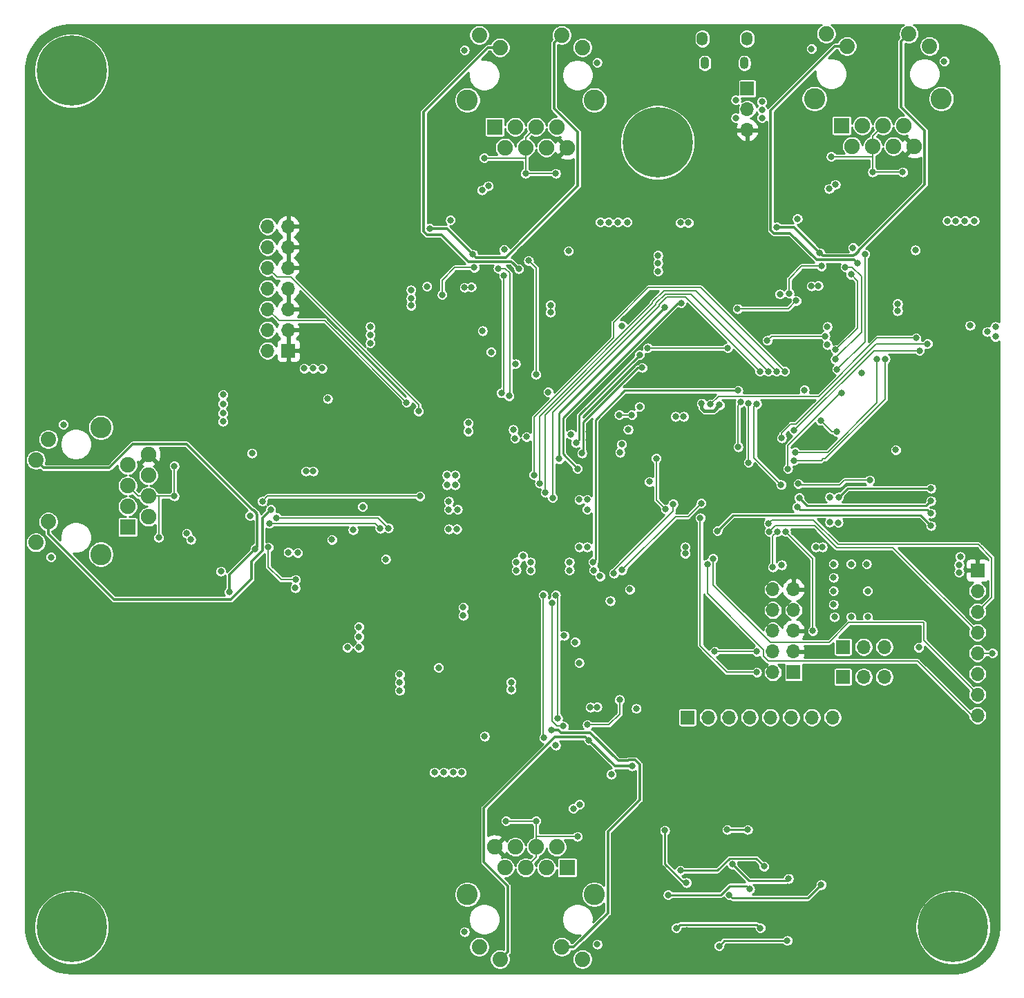
<source format=gbr>
G04 #@! TF.GenerationSoftware,KiCad,Pcbnew,(5.1.6)-1*
G04 #@! TF.CreationDate,2020-06-16T21:04:05+02:00*
G04 #@! TF.ProjectId,ethernet-sniffer,65746865-726e-4657-942d-736e69666665,rev?*
G04 #@! TF.SameCoordinates,Original*
G04 #@! TF.FileFunction,Copper,L4,Bot*
G04 #@! TF.FilePolarity,Positive*
%FSLAX46Y46*%
G04 Gerber Fmt 4.6, Leading zero omitted, Abs format (unit mm)*
G04 Created by KiCad (PCBNEW (5.1.6)-1) date 2020-06-16 21:04:05*
%MOMM*%
%LPD*%
G01*
G04 APERTURE LIST*
G04 #@! TA.AperFunction,ComponentPad*
%ADD10O,1.700000X1.700000*%
G04 #@! TD*
G04 #@! TA.AperFunction,ComponentPad*
%ADD11R,1.700000X1.700000*%
G04 #@! TD*
G04 #@! TA.AperFunction,ComponentPad*
%ADD12C,8.600000*%
G04 #@! TD*
G04 #@! TA.AperFunction,ComponentPad*
%ADD13C,0.900000*%
G04 #@! TD*
G04 #@! TA.AperFunction,ComponentPad*
%ADD14C,2.600000*%
G04 #@! TD*
G04 #@! TA.AperFunction,ComponentPad*
%ADD15C,1.890000*%
G04 #@! TD*
G04 #@! TA.AperFunction,ComponentPad*
%ADD16C,1.900000*%
G04 #@! TD*
G04 #@! TA.AperFunction,ComponentPad*
%ADD17R,1.900000X1.900000*%
G04 #@! TD*
G04 #@! TA.AperFunction,ComponentPad*
%ADD18O,1.100000X1.500000*%
G04 #@! TD*
G04 #@! TA.AperFunction,ComponentPad*
%ADD19O,1.350000X1.700000*%
G04 #@! TD*
G04 #@! TA.AperFunction,ViaPad*
%ADD20C,0.800000*%
G04 #@! TD*
G04 #@! TA.AperFunction,Conductor*
%ADD21C,0.200000*%
G04 #@! TD*
G04 #@! TA.AperFunction,Conductor*
%ADD22C,0.250000*%
G04 #@! TD*
G04 #@! TA.AperFunction,Conductor*
%ADD23C,0.300000*%
G04 #@! TD*
G04 #@! TA.AperFunction,Conductor*
%ADD24C,0.400000*%
G04 #@! TD*
G04 #@! TA.AperFunction,Conductor*
%ADD25C,0.254000*%
G04 #@! TD*
G04 APERTURE END LIST*
D10*
X210000000Y-118030000D03*
X210000000Y-115490000D03*
X210000000Y-112950000D03*
X210000000Y-110410000D03*
X210000000Y-107870000D03*
X210000000Y-105330000D03*
X210000000Y-102790000D03*
D11*
X210000000Y-100250000D03*
D10*
X181800000Y-46280000D03*
X181800000Y-43740000D03*
D11*
X181800000Y-41200000D03*
D10*
X198585000Y-109647000D03*
X196045000Y-109647000D03*
D11*
X193505000Y-109647000D03*
D12*
X170800000Y-47800000D03*
D13*
X174025000Y-47800000D03*
X173080419Y-50080419D03*
X170800000Y-51025000D03*
X168519581Y-50080419D03*
X167575000Y-47800000D03*
X168519581Y-45519581D03*
X170800000Y-44575000D03*
X173080419Y-45519581D03*
X209280419Y-141719581D03*
X207000000Y-140775000D03*
X204719581Y-141719581D03*
X203775000Y-144000000D03*
X204719581Y-146280419D03*
X207000000Y-147225000D03*
X209280419Y-146280419D03*
X210225000Y-144000000D03*
D12*
X207000000Y-144000000D03*
X99000000Y-144000000D03*
D13*
X102225000Y-144000000D03*
X101280419Y-146280419D03*
X99000000Y-147225000D03*
X96719581Y-146280419D03*
X95775000Y-144000000D03*
X96719581Y-141719581D03*
X99000000Y-140775000D03*
X101280419Y-141719581D03*
X101280419Y-36719581D03*
X99000000Y-35775000D03*
X96719581Y-36719581D03*
X95775000Y-39000000D03*
X96719581Y-41280419D03*
X99000000Y-42225000D03*
X101280419Y-41280419D03*
X102225000Y-39000000D03*
D12*
X99000000Y-39000000D03*
D14*
X205575000Y-42437000D03*
X190025000Y-42437000D03*
D15*
X191475000Y-34487000D03*
X194015000Y-36007000D03*
X201585000Y-34487000D03*
X204125000Y-36007000D03*
D16*
X202245000Y-48267000D03*
X200975000Y-45727000D03*
X199705000Y-48267000D03*
X198435000Y-45727000D03*
X197165000Y-48267000D03*
X195895000Y-45727000D03*
X194625000Y-48267000D03*
D17*
X193355000Y-45727000D03*
D10*
X123020000Y-58085000D03*
X125560000Y-58085000D03*
X123020000Y-60625000D03*
X125560000Y-60625000D03*
X123020000Y-63165000D03*
X125560000Y-63165000D03*
X123020000Y-65705000D03*
X125560000Y-65705000D03*
X123020000Y-68245000D03*
X125560000Y-68245000D03*
X123020000Y-70785000D03*
X125560000Y-70785000D03*
X123020000Y-73325000D03*
D11*
X125560000Y-73325000D03*
D10*
X198585000Y-113330000D03*
X196045000Y-113330000D03*
D11*
X193505000Y-113330000D03*
D10*
X184932500Y-102598500D03*
X187472500Y-102598500D03*
X184932500Y-105138500D03*
X187472500Y-105138500D03*
X184932500Y-107678500D03*
X187472500Y-107678500D03*
X184932500Y-110218500D03*
X187472500Y-110218500D03*
X184932500Y-112758500D03*
D11*
X187472500Y-112758500D03*
D10*
X192235000Y-118283000D03*
X189695000Y-118283000D03*
X187155000Y-118283000D03*
X184615000Y-118283000D03*
X182075000Y-118283000D03*
X179535000Y-118283000D03*
X176995000Y-118283000D03*
D11*
X174455000Y-118283000D03*
D14*
X163053000Y-42603000D03*
X147503000Y-42603000D03*
D15*
X148953000Y-34653000D03*
X151493000Y-36173000D03*
X159063000Y-34653000D03*
X161603000Y-36173000D03*
D16*
X159723000Y-48433000D03*
X158453000Y-45893000D03*
X157183000Y-48433000D03*
X155913000Y-45893000D03*
X154643000Y-48433000D03*
X153373000Y-45893000D03*
X152103000Y-48433000D03*
D17*
X150833000Y-45893000D03*
D14*
X147503000Y-139988000D03*
X163053000Y-139988000D03*
D15*
X161603000Y-147938000D03*
X159063000Y-146418000D03*
X151493000Y-147938000D03*
X148953000Y-146418000D03*
D16*
X150833000Y-134158000D03*
X152103000Y-136698000D03*
X153373000Y-134158000D03*
X154643000Y-136698000D03*
X155913000Y-134158000D03*
X157183000Y-136698000D03*
X158453000Y-134158000D03*
D17*
X159723000Y-136698000D03*
D14*
X102579000Y-82743000D03*
X102579000Y-98293000D03*
D15*
X94629000Y-96843000D03*
X96149000Y-94303000D03*
X94629000Y-86733000D03*
X96149000Y-84193000D03*
D16*
X108409000Y-86073000D03*
X105869000Y-87343000D03*
X108409000Y-88613000D03*
X105869000Y-89883000D03*
X108409000Y-91153000D03*
X105869000Y-92423000D03*
X108409000Y-93693000D03*
D17*
X105869000Y-94963000D03*
D18*
X181445000Y-38085000D03*
X176605000Y-38085000D03*
D19*
X181755000Y-35085000D03*
X176295000Y-35085000D03*
D20*
X129491000Y-87350000D03*
X128354000Y-95550000D03*
X125050000Y-99800000D03*
X118250000Y-97455000D03*
X115521000Y-96868000D03*
X127713000Y-83279000D03*
X128729000Y-83279000D03*
X129745000Y-83279000D03*
X130761000Y-83279000D03*
X130761000Y-82263000D03*
X129745000Y-82263000D03*
X126150000Y-99550000D03*
X129370000Y-96566000D03*
X130380000Y-87724000D03*
X115140000Y-92296000D03*
X110300000Y-90350000D03*
X110550000Y-92200000D03*
X152100000Y-113076000D03*
X160310000Y-114213000D03*
X164317000Y-117821000D03*
X162263000Y-124252000D03*
X161628000Y-127046000D03*
X162350000Y-128050000D03*
X148039000Y-114854000D03*
X148039000Y-113838000D03*
X148039000Y-112822000D03*
X148039000Y-111806000D03*
X147023000Y-111806000D03*
X147023000Y-112822000D03*
X165206000Y-117821000D03*
X161247000Y-113197000D03*
X152484000Y-112187000D03*
X157056000Y-127427000D03*
X155100000Y-132250000D03*
X156929000Y-132100000D03*
X158600000Y-69550000D03*
X150246000Y-68378000D03*
X145750000Y-65150000D03*
X148166000Y-58466000D03*
X148928000Y-55545000D03*
X147500000Y-54529000D03*
X148600000Y-54550000D03*
X162517000Y-67737000D03*
X162517000Y-68753000D03*
X162517000Y-69769000D03*
X162517000Y-70785000D03*
X163533000Y-70785000D03*
X163533000Y-69769000D03*
X149230000Y-69394000D03*
X158072000Y-70404000D03*
X153500000Y-55164000D03*
X155400000Y-50350000D03*
X153627000Y-50500000D03*
X116670000Y-96868000D03*
X125052000Y-85009000D03*
X201650000Y-70250000D03*
X192768000Y-68212000D03*
X190815000Y-58173000D03*
X191450000Y-55379000D03*
X190650000Y-54600000D03*
X205039000Y-67571000D03*
X205039000Y-68587000D03*
X205039000Y-69603000D03*
X205039000Y-70619000D03*
X206055000Y-70619000D03*
X206055000Y-69603000D03*
X188400000Y-64900000D03*
X191831000Y-69228000D03*
X200594000Y-70238000D03*
X196022000Y-54998000D03*
X198000000Y-50172000D03*
X196149000Y-50300000D03*
X134650000Y-90450000D03*
X174800000Y-136300000D03*
X184800000Y-144200000D03*
X184800000Y-134600000D03*
X186300000Y-136300000D03*
X184600000Y-137600000D03*
X178000000Y-139300000D03*
X174400000Y-144400000D03*
X175000000Y-142200000D03*
X171400000Y-141200000D03*
X174800000Y-134800000D03*
X179000000Y-141200000D03*
X177400000Y-147200000D03*
X180000000Y-144600000D03*
X179000000Y-133400000D03*
X149800000Y-117350000D03*
X154600000Y-75000000D03*
X160700000Y-65200000D03*
X177800000Y-87700000D03*
X177000000Y-109000000D03*
X191400000Y-87300000D03*
X191000000Y-107800000D03*
X138500000Y-93000000D03*
X138500000Y-92000000D03*
X193500000Y-88500000D03*
X192800000Y-89100000D03*
X187300000Y-90400000D03*
X169400000Y-99300000D03*
X168400000Y-85800000D03*
X167400000Y-85600000D03*
X146000000Y-105000000D03*
X146000000Y-106000000D03*
X167600000Y-80100000D03*
X167500000Y-77400000D03*
X156500000Y-100080000D03*
X141650000Y-93150000D03*
X138400000Y-90000000D03*
X138400000Y-88800000D03*
X139600000Y-99800000D03*
X152800000Y-106200000D03*
X153900000Y-106200000D03*
X155000000Y-106200000D03*
X162100000Y-93900000D03*
X165000000Y-81300000D03*
X151200000Y-82200000D03*
X151200000Y-83100000D03*
X145200000Y-82300000D03*
X126200000Y-89500000D03*
X121199500Y-90100500D03*
X127500000Y-95900000D03*
X154864000Y-121364000D03*
X154300000Y-116400000D03*
X160800000Y-115000000D03*
X176900000Y-95300000D03*
X187600000Y-98700000D03*
X187900000Y-95600000D03*
X185500000Y-85100000D03*
X188200000Y-84600000D03*
X188800000Y-80000000D03*
X175050000Y-82500000D03*
X172100000Y-96100000D03*
X172700000Y-95200000D03*
X172400000Y-62800000D03*
X170700000Y-64700000D03*
X198237500Y-61037500D03*
X197400000Y-61700000D03*
X194300004Y-65700000D03*
X198800000Y-65800000D03*
X131900000Y-66600000D03*
X131900000Y-67800000D03*
X131900000Y-68900000D03*
X130000000Y-64400000D03*
X131900000Y-62300000D03*
X149400000Y-67700000D03*
X151200000Y-65900000D03*
X156700000Y-65800000D03*
X154900000Y-65800000D03*
X155758000Y-61161000D03*
X154000000Y-61400000D03*
X198700000Y-105000000D03*
X200800000Y-107600000D03*
X199700000Y-107600000D03*
X201800000Y-107600000D03*
X202700000Y-107600000D03*
X204600000Y-107500000D03*
X204300000Y-99500000D03*
X202900000Y-98200000D03*
X204300000Y-98200000D03*
X139300000Y-66700000D03*
X138200000Y-65400000D03*
X139100000Y-65800000D03*
X142800000Y-112800000D03*
X141800000Y-112800000D03*
X144000000Y-118400000D03*
X135200000Y-105700000D03*
X133800000Y-104400000D03*
X134900000Y-104700000D03*
X142000000Y-105700000D03*
X140600000Y-104400000D03*
X140600000Y-107000000D03*
X152400000Y-82000000D03*
X157400000Y-77200000D03*
X154500000Y-76200000D03*
X153500000Y-76200000D03*
X162100000Y-94900000D03*
X145200000Y-96400000D03*
X146200000Y-96400000D03*
X146200000Y-100000000D03*
X147100000Y-100000000D03*
X151300000Y-100000000D03*
X150400000Y-100000000D03*
X162400000Y-84300000D03*
X162400000Y-83300000D03*
X161600000Y-74150000D03*
X161600000Y-73150000D03*
X168800000Y-67800000D03*
X169900000Y-66550000D03*
X174950000Y-69700000D03*
X174900000Y-68700000D03*
X174900000Y-70750000D03*
X160150000Y-82250000D03*
X177200000Y-40000000D03*
X178200000Y-40000000D03*
X178200000Y-41000000D03*
X177200000Y-41000000D03*
X105000000Y-35000000D03*
X110000000Y-35000000D03*
X115000000Y-35000000D03*
X120000000Y-35000000D03*
X125000000Y-35000000D03*
X130000000Y-35000000D03*
X135000000Y-35000000D03*
X140000000Y-35000000D03*
X145000000Y-35000000D03*
X155000000Y-35000000D03*
X165000000Y-35000000D03*
X170000000Y-35000000D03*
X185000000Y-35000000D03*
X200000000Y-35000000D03*
X105000000Y-40000000D03*
X105000000Y-45000000D03*
X100000000Y-45000000D03*
X95000000Y-45000000D03*
X95000000Y-50000000D03*
X95000000Y-55000000D03*
X95000000Y-60000000D03*
X95000000Y-65000000D03*
X95000000Y-70000000D03*
X95000000Y-75000000D03*
X95000000Y-100000000D03*
X95000000Y-105000000D03*
X95000000Y-110000000D03*
X95000000Y-115000000D03*
X95000000Y-120000000D03*
X95000000Y-125000000D03*
X95000000Y-130000000D03*
X95000000Y-135000000D03*
X95000000Y-140000000D03*
X105000000Y-140000000D03*
X105000000Y-145000000D03*
X110000000Y-145000000D03*
X115000000Y-145000000D03*
X120000000Y-145000000D03*
X125000000Y-145000000D03*
X130000000Y-145000000D03*
X135000000Y-145000000D03*
X135000000Y-125000000D03*
X130000000Y-125000000D03*
X130000000Y-120000000D03*
X130000000Y-115000000D03*
X130000000Y-110000000D03*
X125000000Y-110000000D03*
X115000000Y-110000000D03*
X110000000Y-110000000D03*
X120000000Y-110000000D03*
X105000000Y-110000000D03*
X100000000Y-110000000D03*
X100000000Y-75000000D03*
X105000000Y-75000000D03*
X110000000Y-75000000D03*
X115000000Y-75000000D03*
X120000000Y-75000000D03*
X120000000Y-70000000D03*
X120000000Y-65000000D03*
X120000000Y-60000000D03*
X120000000Y-55000000D03*
X120000000Y-50000000D03*
X125000000Y-50000000D03*
X135000000Y-50000000D03*
X130000000Y-50000000D03*
X140000000Y-50000000D03*
X140000000Y-45000000D03*
X140000000Y-40000000D03*
X210000000Y-135000000D03*
X210000000Y-130000000D03*
X210000000Y-125000000D03*
X210000000Y-120000000D03*
X205000000Y-125000000D03*
X200000000Y-125000000D03*
X195000000Y-125000000D03*
X190000000Y-125000000D03*
X200000000Y-145000000D03*
X195000000Y-145000000D03*
X190000000Y-145000000D03*
X200000000Y-140000000D03*
X200000000Y-135000000D03*
X205000000Y-135000000D03*
X205000000Y-130000000D03*
X200000000Y-130000000D03*
X195000000Y-130000000D03*
X145000000Y-50000000D03*
X145000000Y-45000000D03*
X145000000Y-40000000D03*
X165000000Y-40000000D03*
X165000000Y-50000000D03*
X170000000Y-40000000D03*
X185000000Y-40000000D03*
X210000000Y-40000000D03*
X210000000Y-45000000D03*
X210000000Y-50000000D03*
X210000000Y-55000000D03*
X210000000Y-75000000D03*
X210000000Y-80000000D03*
X205000000Y-80000000D03*
X200000000Y-80000000D03*
X205000000Y-75000000D03*
X200000000Y-75000000D03*
X200000000Y-95000000D03*
X195000000Y-95000000D03*
X205000000Y-120000000D03*
X200000000Y-120000000D03*
X195000000Y-120000000D03*
X190000000Y-120000000D03*
X185000000Y-120000000D03*
X180000000Y-120000000D03*
X175000000Y-120000000D03*
X175000000Y-115000000D03*
X175000000Y-110000000D03*
X175000000Y-105000000D03*
X175000000Y-100000000D03*
X165000000Y-110000000D03*
X170000000Y-130000000D03*
X165000000Y-130000000D03*
X140000000Y-145000000D03*
X140000000Y-130000000D03*
X140000000Y-125000000D03*
X145000000Y-130000000D03*
X145000000Y-135000000D03*
X145000000Y-140000000D03*
X145000000Y-145000000D03*
X155000000Y-145000000D03*
X140000000Y-135000000D03*
X140000000Y-140000000D03*
X212200000Y-70400000D03*
X212200000Y-71600000D03*
X211200000Y-71000000D03*
X134200000Y-107200000D03*
X134200000Y-108400000D03*
X134200000Y-109700000D03*
X132800000Y-109700000D03*
X128600000Y-75500000D03*
X129700000Y-75500000D03*
X127500000Y-75500000D03*
X140600000Y-67800000D03*
X140600000Y-66900000D03*
X140600000Y-65900000D03*
X139200000Y-114000000D03*
X139200000Y-113000000D03*
X139200000Y-115000000D03*
X173600000Y-57650000D03*
X174600000Y-57650000D03*
X170850000Y-63600000D03*
X170850000Y-62600000D03*
X170850000Y-61650000D03*
X183600000Y-43800000D03*
X183600000Y-42800000D03*
X183600000Y-44800000D03*
X180400000Y-42600000D03*
X180400000Y-44800000D03*
X207749978Y-100500000D03*
X207749978Y-99600410D03*
X207883375Y-98583257D03*
X184932500Y-99868000D03*
X185498436Y-95513022D03*
X192362000Y-101138000D03*
X194521000Y-99487000D03*
X196553000Y-102789000D03*
X194521000Y-105964000D03*
X192489000Y-105964000D03*
X196553000Y-105964000D03*
X196426000Y-99487000D03*
X192362000Y-99487000D03*
X192362000Y-102789000D03*
X192362000Y-104440000D03*
X202800000Y-109700000D03*
X174000000Y-81400000D03*
X173000000Y-81400000D03*
X174200000Y-97400000D03*
X174200000Y-98200000D03*
X190200000Y-97400000D03*
X191000000Y-97400000D03*
X186000000Y-99600000D03*
X191900000Y-91300000D03*
X191900000Y-94350000D03*
X192950000Y-94400000D03*
X200000000Y-85500000D03*
X188800000Y-78150000D03*
X196800000Y-89200000D03*
X188059258Y-89650000D03*
X137500000Y-98900000D03*
X145200000Y-91800000D03*
X154300000Y-98500000D03*
X162173000Y-92800000D03*
X153330000Y-84070000D03*
X209103000Y-70238000D03*
X189672000Y-36329000D03*
X205928000Y-37853000D03*
X206309000Y-57411000D03*
X207325000Y-57411000D03*
X208468000Y-57411000D03*
X209611000Y-57411000D03*
X200213000Y-68460000D03*
X200213000Y-67571000D03*
X189672000Y-65412000D03*
X192593000Y-52966000D03*
X191831000Y-53474000D03*
X194752000Y-60713000D03*
X187942000Y-57163000D03*
X190498197Y-65376499D03*
X202400000Y-61000000D03*
X191600000Y-72600000D03*
X191600000Y-70400000D03*
X185800000Y-66400000D03*
X195800000Y-76100000D03*
X197165000Y-51442000D03*
X200848000Y-51442000D03*
X192085000Y-49537000D03*
X143975000Y-112187000D03*
X163406000Y-146096000D03*
X147150000Y-144572000D03*
X146769000Y-125014000D03*
X145753000Y-125014000D03*
X144610000Y-125014000D03*
X143467000Y-125014000D03*
X152865000Y-113965000D03*
X152865000Y-114854000D03*
X163406000Y-117013000D03*
X160485000Y-129459000D03*
X161247000Y-128951000D03*
X158326000Y-121712000D03*
X165136000Y-125262000D03*
X162579803Y-117048501D03*
X168200000Y-117200000D03*
X149600000Y-120600000D03*
X161200000Y-111600000D03*
X160700000Y-109050000D03*
X159350000Y-108250000D03*
X155913000Y-130983000D03*
X152230000Y-130983000D03*
X160993000Y-132888000D03*
X130380000Y-79215000D03*
X96471000Y-98646000D03*
X97995000Y-82390000D03*
X117553000Y-82009000D03*
X117553000Y-80993000D03*
X117553000Y-79850000D03*
X117553000Y-78707000D03*
X128602000Y-88105000D03*
X127713000Y-88105000D03*
X126700000Y-98100000D03*
X113108000Y-95725000D03*
X113616000Y-96487000D03*
X120855000Y-93566000D03*
X117305000Y-100376000D03*
X133500000Y-95300000D03*
X134650000Y-92450000D03*
X130900000Y-96500000D03*
X126400000Y-102400000D03*
X121100000Y-85900000D03*
X125550008Y-98049992D03*
X111584000Y-91153000D03*
X111584000Y-87470000D03*
X109679000Y-96233000D03*
X147150000Y-36495000D03*
X163406000Y-38019000D03*
X163787000Y-57577000D03*
X164803000Y-57577000D03*
X165946000Y-57577000D03*
X167089000Y-57577000D03*
X157691000Y-68626000D03*
X157691000Y-67737000D03*
X147150000Y-65578000D03*
X150071000Y-53132000D03*
X149309000Y-53640000D03*
X145420000Y-57329000D03*
X147976197Y-65542499D03*
X166462817Y-70285818D03*
X159900000Y-61100000D03*
X153400000Y-74950000D03*
X149350000Y-70900000D03*
X150400000Y-73500000D03*
X142550000Y-65450000D03*
X152000006Y-60950000D03*
X154643000Y-51608000D03*
X158326000Y-51608000D03*
X149563000Y-49703000D03*
X178344000Y-146301000D03*
X186695225Y-145652225D03*
X179968980Y-136301000D03*
X186844000Y-138051000D03*
X174344000Y-138551000D03*
X182094000Y-139351000D03*
X172094000Y-140051000D03*
X171693105Y-132150106D03*
X179344000Y-132051000D03*
X181844000Y-132051000D03*
X183400000Y-144100000D03*
X173100000Y-144100000D03*
X173594000Y-137051000D03*
X183844000Y-136551000D03*
X179594000Y-140051000D03*
X190844000Y-138801000D03*
X204300000Y-94788000D03*
X178138000Y-95423000D03*
X204300000Y-93264000D03*
X187917000Y-92502000D03*
X204300000Y-90216000D03*
X193000000Y-91300000D03*
X204300000Y-91740000D03*
X188171000Y-91359000D03*
X195300000Y-62600000D03*
X190688000Y-61348000D03*
X185402000Y-58179000D03*
X157800000Y-119800000D03*
X167676000Y-124246000D03*
X162389978Y-121077000D03*
X123400000Y-92800000D03*
X121490000Y-97630000D03*
X118321000Y-102916000D03*
X153800000Y-63300000D03*
X148166000Y-61514000D03*
X142880000Y-58345000D03*
X176892892Y-99507108D03*
X177600000Y-98800000D03*
X190800000Y-81900000D03*
X192800000Y-83279990D03*
X211850001Y-110400000D03*
X184498519Y-95499981D03*
X184398437Y-94499981D03*
X182964000Y-112758500D03*
X176042500Y-93835500D03*
X182964000Y-110218500D03*
X177820500Y-110218500D03*
X189822000Y-107678500D03*
X185948500Y-89771500D03*
X182945461Y-79873247D03*
X186498340Y-95498340D03*
X187663000Y-85771000D03*
X197696000Y-74341000D03*
X187536000Y-86787000D03*
X198696003Y-74341000D03*
X180678000Y-85127000D03*
X180958048Y-79660579D03*
X184253188Y-72074188D03*
X191346000Y-71547000D03*
X190875252Y-62979954D03*
X186926000Y-66307000D03*
X166152000Y-116118000D03*
X162200000Y-119200000D03*
X126449000Y-101392000D03*
X123121954Y-97442748D03*
X144404000Y-66473000D03*
X148353252Y-63150021D03*
X173693000Y-67483000D03*
X160993000Y-87803000D03*
X171697340Y-68027340D03*
X158767948Y-86603268D03*
X194506285Y-64000693D03*
X186774000Y-87803000D03*
X192621020Y-73219016D03*
X193378000Y-78532000D03*
X192800010Y-75624586D03*
X196200000Y-61500000D03*
X193806285Y-63075624D03*
X192591115Y-74396663D03*
X177297347Y-79904970D03*
X202484990Y-71779426D03*
X187536000Y-83104000D03*
X202903000Y-73325000D03*
X186012000Y-84027000D03*
X203884990Y-72479426D03*
X181948000Y-79802000D03*
X181948000Y-87041008D03*
X155913000Y-76246000D03*
X155000000Y-62300000D03*
X151284285Y-63241624D03*
X152601993Y-78898615D03*
X151984285Y-64166693D03*
X151678897Y-78514043D03*
X159271715Y-119349376D03*
X157871715Y-104225479D03*
X158571715Y-118424307D03*
X158326000Y-103297000D03*
X156802000Y-103297000D03*
X156900000Y-120800000D03*
X141689000Y-91162000D03*
X122385000Y-91800000D03*
X123217624Y-94511715D03*
X136809522Y-95115524D03*
X124142693Y-93811715D03*
X137833843Y-95081153D03*
X153500000Y-100250000D03*
X153500000Y-99250000D03*
X155250000Y-100250000D03*
X155250000Y-99250000D03*
X160000000Y-100250000D03*
X160000000Y-99250000D03*
X163750000Y-101000000D03*
X163000000Y-100250000D03*
X162200000Y-97400000D03*
X161200000Y-97400000D03*
X166200000Y-85800000D03*
X166400000Y-84800000D03*
X167200000Y-83000000D03*
X147600000Y-82200000D03*
X147600000Y-83200000D03*
X145000000Y-88600000D03*
X146000000Y-88600000D03*
X145200000Y-95200000D03*
X146200000Y-95200000D03*
X169800000Y-89400000D03*
X162200000Y-91600000D03*
X161200000Y-91600000D03*
X165000000Y-104000000D03*
X167400000Y-102600000D03*
X147000000Y-104800000D03*
X147000000Y-105800000D03*
X135600000Y-70400000D03*
X135600000Y-71400000D03*
X135600000Y-72400000D03*
X168600000Y-80200000D03*
X169600000Y-73000000D03*
X176200000Y-79800000D03*
X178400000Y-80000000D03*
X180600000Y-68200000D03*
X187800000Y-67200000D03*
X179400000Y-73000002D03*
X145000000Y-89800000D03*
X146000000Y-89800000D03*
X145226149Y-92799670D03*
X146300000Y-92800000D03*
X153130000Y-83010000D03*
X154750000Y-83890000D03*
X157400000Y-78400000D03*
X160200000Y-83600000D03*
X176157602Y-92029272D03*
X166449583Y-100227367D03*
X140038000Y-79675000D03*
X141511518Y-80756012D03*
X162898000Y-99233000D03*
X180678000Y-78212990D03*
X167662000Y-81199000D03*
X171788000Y-92756000D03*
X170645000Y-86533000D03*
X166100000Y-81200000D03*
X172707147Y-92127000D03*
X165438000Y-100630000D03*
X186393000Y-75865000D03*
X155656000Y-88565000D03*
X185377000Y-75865000D03*
X156356000Y-89581000D03*
X184361000Y-75865000D03*
X157056000Y-90724000D03*
X183345000Y-75865000D03*
X157945000Y-91359000D03*
X161538000Y-85898000D03*
X168917660Y-75407660D03*
X168613000Y-73833000D03*
X160813000Y-84628000D03*
D21*
X184932500Y-99868000D02*
X184932500Y-96078958D01*
X184932500Y-96078958D02*
X185498436Y-95513022D01*
X188209259Y-89800001D02*
X188059258Y-89650000D01*
X193136001Y-89800001D02*
X188209259Y-89800001D01*
X196800000Y-89200000D02*
X193736002Y-89200000D01*
X193736002Y-89200000D02*
X193136001Y-89800001D01*
X197165000Y-46997000D02*
X198435000Y-45727000D01*
X197165000Y-51442000D02*
X197165000Y-46997000D01*
X200848000Y-51442000D02*
X197165000Y-51442000D01*
X192085000Y-49537000D02*
X197165000Y-49537000D01*
X155913000Y-135428000D02*
X154643000Y-136698000D01*
X155913000Y-130983000D02*
X155913000Y-135428000D01*
X152230000Y-130983000D02*
X155913000Y-130983000D01*
X160993000Y-132888000D02*
X155913000Y-132888000D01*
X107139000Y-91153000D02*
X105869000Y-89883000D01*
X111584000Y-91153000D02*
X107139000Y-91153000D01*
X111584000Y-87470000D02*
X111584000Y-91153000D01*
X109679000Y-96233000D02*
X109679000Y-91153000D01*
X154643000Y-47163000D02*
X155913000Y-45893000D01*
X154643000Y-51608000D02*
X154643000Y-47163000D01*
X158326000Y-51608000D02*
X154643000Y-51608000D01*
X149563000Y-49703000D02*
X154643000Y-49703000D01*
D22*
X178992775Y-145652225D02*
X178344000Y-146301000D01*
X186695225Y-145652225D02*
X178992775Y-145652225D01*
X181992981Y-138325001D02*
X186569999Y-138325001D01*
X186569999Y-138325001D02*
X186844000Y-138051000D01*
X179968980Y-136301000D02*
X181992981Y-138325001D01*
X171693105Y-136223107D02*
X174020998Y-138551000D01*
X174020998Y-138551000D02*
X174344000Y-138551000D01*
X171693105Y-132150106D02*
X171693105Y-136223107D01*
X181694001Y-138951001D02*
X182094000Y-139351000D01*
X179620997Y-138951001D02*
X181694001Y-138951001D01*
X178520998Y-140051000D02*
X179620997Y-138951001D01*
X172094000Y-140051000D02*
X178520998Y-140051000D01*
X181844000Y-132051000D02*
X179344000Y-132051000D01*
X182974999Y-143674999D02*
X183400000Y-144100000D01*
X173525001Y-143674999D02*
X182974999Y-143674999D01*
X173100000Y-144100000D02*
X173525001Y-143674999D01*
X178145978Y-137051000D02*
X179620979Y-135575999D01*
X182868999Y-135575999D02*
X183844000Y-136551000D01*
X179620979Y-135575999D02*
X182868999Y-135575999D01*
X173594000Y-137051000D02*
X178145978Y-137051000D01*
X189194001Y-140450999D02*
X190844000Y-138801000D01*
X179993999Y-140450999D02*
X189194001Y-140450999D01*
X179594000Y-140051000D02*
X179993999Y-140450999D01*
X180061000Y-93500000D02*
X178537999Y-95023001D01*
X203012000Y-93500000D02*
X180061000Y-93500000D01*
X178537999Y-95023001D02*
X178138000Y-95423000D01*
X204300000Y-94788000D02*
X203012000Y-93500000D01*
X203900001Y-92864001D02*
X188279001Y-92864001D01*
X188279001Y-92864001D02*
X187917000Y-92502000D01*
X204300000Y-93264000D02*
X203900001Y-92864001D01*
X204300000Y-90216000D02*
X194084000Y-90216000D01*
X194084000Y-90216000D02*
X193000000Y-91300000D01*
X204300000Y-91740000D02*
X203701999Y-92338001D01*
X189150001Y-92338001D02*
X188171000Y-91359000D01*
X203701999Y-92338001D02*
X189150001Y-92338001D01*
D23*
X192541998Y-36007000D02*
X194015000Y-36007000D01*
X184651999Y-43896999D02*
X192541998Y-36007000D01*
X184651999Y-58539001D02*
X184651999Y-43896999D01*
X194900001Y-62200001D02*
X190300001Y-62200001D01*
X187029001Y-58929001D02*
X185041999Y-58929001D01*
X195300000Y-62600000D02*
X194900001Y-62200001D01*
X190300001Y-62200001D02*
X187029001Y-58929001D01*
X185041999Y-58929001D02*
X184651999Y-58539001D01*
X187519000Y-58179000D02*
X190688000Y-61348000D01*
X185402000Y-58179000D02*
X187519000Y-58179000D01*
X194781000Y-61700000D02*
X191040000Y-61700000D01*
X191040000Y-61700000D02*
X190688000Y-61348000D01*
X195017999Y-61463001D02*
X194781000Y-61700000D01*
X195112001Y-61463001D02*
X195017999Y-61463001D01*
X195502001Y-61073001D02*
X195112001Y-61463001D01*
X200640001Y-35431999D02*
X200640001Y-43467999D01*
X203545001Y-52935999D02*
X195502001Y-60978999D01*
X195502001Y-60978999D02*
X195502001Y-61073001D01*
X201585000Y-34487000D02*
X200640001Y-35431999D01*
X200640001Y-43467999D02*
X203545001Y-46372999D01*
X203545001Y-46372999D02*
X203545001Y-52935999D01*
X158989328Y-120176991D02*
X162576991Y-120176991D01*
X157800000Y-119800000D02*
X158612337Y-119800000D01*
X158612337Y-119800000D02*
X158989328Y-120176991D01*
X162576991Y-120176991D02*
X166000000Y-123600000D01*
X168036001Y-123495999D02*
X168600000Y-124059998D01*
X167315999Y-123495999D02*
X168036001Y-123495999D01*
X166000000Y-123600000D02*
X167211998Y-123600000D01*
X167211998Y-123600000D02*
X167315999Y-123495999D01*
X168600000Y-124059998D02*
X168600000Y-128400000D01*
X160536002Y-146418000D02*
X159063000Y-146418000D01*
X164703001Y-142251001D02*
X160536002Y-146418000D01*
X164703001Y-132296999D02*
X164703001Y-142251001D01*
X168600000Y-128400000D02*
X164703001Y-132296999D01*
X152437999Y-138957001D02*
X149532999Y-136052001D01*
X158250997Y-120677001D02*
X161989979Y-120677001D01*
X165558978Y-124246000D02*
X162389978Y-121077000D01*
X151493000Y-147938000D02*
X152437999Y-146993001D01*
X149532999Y-129394999D02*
X158250997Y-120677001D01*
X149532999Y-136052001D02*
X149532999Y-129394999D01*
X161989979Y-120677001D02*
X162389978Y-121077000D01*
X152437999Y-146993001D02*
X152437999Y-138957001D01*
X167676000Y-124246000D02*
X165558978Y-124246000D01*
X122371953Y-97858049D02*
X121030002Y-99200000D01*
X123400000Y-92800000D02*
X122371953Y-93828047D01*
X122371953Y-93828047D02*
X122371953Y-97858049D01*
X121030002Y-101317000D02*
X118547002Y-103800000D01*
X121030002Y-99200000D02*
X121030002Y-101317000D01*
X96149000Y-95776002D02*
X96149000Y-94303000D01*
X104172998Y-103800000D02*
X96149000Y-95776002D01*
X118547002Y-103800000D02*
X104172998Y-103800000D01*
X118321000Y-100799000D02*
X121490000Y-97630000D01*
X118321000Y-102916000D02*
X118321000Y-100799000D01*
X121605001Y-93205999D02*
X121605001Y-93300001D01*
X121215001Y-92815999D02*
X121605001Y-93205999D01*
X121750000Y-97370000D02*
X121490000Y-97630000D01*
X121605001Y-93300001D02*
X121750000Y-93445000D01*
X121120999Y-92815999D02*
X121215001Y-92815999D01*
X121750000Y-93445000D02*
X121750000Y-97370000D01*
X95573999Y-87677999D02*
X103609999Y-87677999D01*
X106514999Y-84772999D02*
X113077999Y-84772999D01*
X103609999Y-87677999D02*
X106514999Y-84772999D01*
X94629000Y-86733000D02*
X95573999Y-87677999D01*
X113077999Y-84772999D02*
X121120999Y-92815999D01*
X142129999Y-44062999D02*
X150019998Y-36173000D01*
X150019998Y-36173000D02*
X151493000Y-36173000D01*
X142524998Y-59100000D02*
X142129999Y-58705001D01*
X142129999Y-58705001D02*
X142129999Y-44062999D01*
X144300000Y-59100000D02*
X142524998Y-59100000D01*
X152900010Y-62400010D02*
X147600010Y-62400010D01*
X153800000Y-63300000D02*
X152900010Y-62400010D01*
X147600010Y-62400010D02*
X144300000Y-59100000D01*
X144997000Y-58345000D02*
X148166000Y-61514000D01*
X142880000Y-58345000D02*
X144997000Y-58345000D01*
X148552000Y-61900000D02*
X148166000Y-61514000D01*
X152225000Y-61900000D02*
X148552000Y-61900000D01*
X161023001Y-46538999D02*
X161023001Y-53101999D01*
X158118001Y-43633999D02*
X161023001Y-46538999D01*
X159063000Y-34653000D02*
X158118001Y-35597999D01*
X158118001Y-35597999D02*
X158118001Y-43633999D01*
X161023001Y-53101999D02*
X152225000Y-61900000D01*
D21*
X209262998Y-118000000D02*
X210000000Y-118000000D01*
X202631499Y-111368501D02*
X209262998Y-118000000D01*
X176892892Y-103111390D02*
X183782499Y-110000997D01*
X176892892Y-99507108D02*
X176892892Y-103111390D01*
X183782499Y-110770501D02*
X184380499Y-111368501D01*
X183782499Y-110000997D02*
X183782499Y-110770501D01*
X184380499Y-111368501D02*
X202631499Y-111368501D01*
X177600000Y-98800000D02*
X177600000Y-102048002D01*
X194247997Y-106664001D02*
X203370299Y-106664001D01*
X191843499Y-109068499D02*
X194247997Y-106664001D01*
X177600000Y-102048002D02*
X184620497Y-109068499D01*
X184620497Y-109068499D02*
X191843499Y-109068499D01*
X203400001Y-106693703D02*
X203400001Y-108860001D01*
X203400001Y-108860001D02*
X210000000Y-115460000D01*
X203370299Y-106664001D02*
X203400001Y-106693703D01*
X190800000Y-81900000D02*
X192179990Y-83279990D01*
X192179990Y-83279990D02*
X192800000Y-83279990D01*
X210020000Y-110400000D02*
X210000000Y-110380000D01*
X211850001Y-110400000D02*
X210020000Y-110400000D01*
X199660001Y-97500001D02*
X210000000Y-107840000D01*
X190032640Y-94798340D02*
X192734301Y-97500001D01*
X184498519Y-95499981D02*
X185200160Y-94798340D01*
X185200160Y-94798340D02*
X190032640Y-94798340D01*
X192734301Y-97500001D02*
X199660001Y-97500001D01*
X211750000Y-103550000D02*
X210000000Y-105300000D01*
X211750000Y-98750000D02*
X211750000Y-103550000D01*
X184798436Y-94099982D02*
X189899982Y-94099982D01*
X184398437Y-94499981D02*
X184798436Y-94099982D01*
X189899982Y-94099982D02*
X192899990Y-97099990D01*
X192899990Y-97099990D02*
X210099990Y-97099990D01*
X210099990Y-97099990D02*
X211750000Y-98750000D01*
X179324498Y-112758500D02*
X176042500Y-109476502D01*
X182964000Y-112758500D02*
X179324498Y-112758500D01*
X176042500Y-109476502D02*
X176042500Y-93835500D01*
X182964000Y-110218500D02*
X177820500Y-110218500D01*
X185948500Y-89771500D02*
X182648000Y-86471000D01*
X182648000Y-86471000D02*
X182648000Y-84691500D01*
X182648000Y-84691500D02*
X182648000Y-80170708D01*
X182648000Y-80170708D02*
X182945461Y-79873247D01*
X189822000Y-98822000D02*
X186498340Y-95498340D01*
X189822000Y-107678500D02*
X189822000Y-98822000D01*
X191629000Y-85771000D02*
X197696000Y-79704000D01*
X187663000Y-85771000D02*
X191629000Y-85771000D01*
X197696000Y-79704000D02*
X197696000Y-74341000D01*
X191063999Y-86599999D02*
X191365701Y-86599999D01*
X198696003Y-79269697D02*
X198696003Y-74341000D01*
X187536000Y-86787000D02*
X190876998Y-86787000D01*
X191365701Y-86599999D02*
X198696003Y-79269697D01*
X190876998Y-86787000D02*
X191063999Y-86599999D01*
X180678000Y-85127000D02*
X180678000Y-80056000D01*
X180678000Y-80056000D02*
X180958048Y-79775952D01*
X180958048Y-79775952D02*
X180958048Y-79660579D01*
X184253188Y-72074188D02*
X184780376Y-71547000D01*
X184780376Y-71547000D02*
X191346000Y-71547000D01*
X186926000Y-64513998D02*
X188460044Y-62979954D01*
X186926000Y-66307000D02*
X186926000Y-64513998D01*
X188460044Y-62979954D02*
X190875252Y-62979954D01*
X166152000Y-117911002D02*
X164863002Y-119200000D01*
X166152000Y-116118000D02*
X166152000Y-117911002D01*
X164863002Y-119200000D02*
X162200000Y-119200000D01*
X123121954Y-99857956D02*
X123121954Y-97442748D01*
X126449000Y-101392000D02*
X124655998Y-101392000D01*
X124655998Y-101392000D02*
X123121954Y-99857956D01*
X144404000Y-66473000D02*
X144404000Y-64679998D01*
X145933977Y-63150021D02*
X148353252Y-63150021D01*
X144404000Y-64679998D02*
X145933977Y-63150021D01*
D22*
X159200000Y-86010000D02*
X160993000Y-87803000D01*
X173267000Y-67483000D02*
X159200000Y-81550000D01*
X159200000Y-81550000D02*
X159200000Y-86010000D01*
X173693000Y-67483000D02*
X173267000Y-67483000D01*
X158749989Y-80974691D02*
X158749989Y-86585309D01*
X171697340Y-68027340D02*
X158749989Y-80974691D01*
X158749989Y-86585309D02*
X158767948Y-86603268D01*
D21*
X186774000Y-87803000D02*
X186774000Y-84926000D01*
X193168000Y-78532000D02*
X193378000Y-78532000D01*
X186774000Y-84926000D02*
X193168000Y-78532000D01*
X195300000Y-70540036D02*
X192621020Y-73219016D01*
X194506285Y-64000693D02*
X195300000Y-64794408D01*
X195300000Y-64794408D02*
X195300000Y-70540036D01*
X192800010Y-75624586D02*
X196200000Y-72224596D01*
X196200000Y-72224596D02*
X196200000Y-61500000D01*
X192591115Y-74238885D02*
X192591115Y-74396663D01*
X195791000Y-71039000D02*
X192591115Y-74238885D01*
X195791000Y-64249406D02*
X195791000Y-71039000D01*
X194617218Y-63075624D02*
X195791000Y-64249406D01*
X193806285Y-63075624D02*
X194617218Y-63075624D01*
X190584000Y-78913000D02*
X197717574Y-71779426D01*
X177297347Y-79904970D02*
X178289317Y-78913000D01*
X197717574Y-71779426D02*
X202484990Y-71779426D01*
X178289317Y-78913000D02*
X190584000Y-78913000D01*
X187536000Y-83104000D02*
X197315000Y-73325000D01*
X197315000Y-73325000D02*
X202903000Y-73325000D01*
X187131315Y-82342000D02*
X187732302Y-82342000D01*
X186012000Y-84027000D02*
X186012000Y-83461315D01*
X186012000Y-83461315D02*
X187131315Y-82342000D01*
X187732302Y-82342000D02*
X197594876Y-72479426D01*
X197594876Y-72479426D02*
X203884990Y-72479426D01*
X181948000Y-79802000D02*
X181948000Y-87041008D01*
X155913000Y-63213000D02*
X155000000Y-62300000D01*
X155913000Y-76246000D02*
X155913000Y-63213000D01*
X152095218Y-63241624D02*
X151284285Y-63241624D01*
X152684286Y-63830692D02*
X152095218Y-63241624D01*
X152601993Y-78898615D02*
X152684286Y-78816322D01*
X152684286Y-78816322D02*
X152684286Y-63830692D01*
X151984285Y-64166693D02*
X151984285Y-78208655D01*
X151984285Y-78208655D02*
X151678897Y-78514043D01*
X158460782Y-119349376D02*
X159271715Y-119349376D01*
X157871715Y-118760309D02*
X158460782Y-119349376D01*
X157871715Y-104225479D02*
X157871715Y-118760309D01*
X158571715Y-118424307D02*
X158571715Y-103542715D01*
X158571715Y-103542715D02*
X158326000Y-103297000D01*
X156802000Y-120702000D02*
X156900000Y-120800000D01*
X156802000Y-103297000D02*
X156802000Y-120702000D01*
X141689000Y-91162000D02*
X123023000Y-91162000D01*
X123023000Y-91162000D02*
X122385000Y-91800000D01*
X123217624Y-94511715D02*
X136205713Y-94511715D01*
X136205713Y-94511715D02*
X136809522Y-95115524D01*
X124142693Y-93811715D02*
X136564405Y-93811715D01*
X136564405Y-93811715D02*
X137833843Y-95081153D01*
D24*
X177695029Y-80704971D02*
X178400000Y-80000000D01*
X176539286Y-80704971D02*
X177695029Y-80704971D01*
X176200000Y-79800000D02*
X176200000Y-80365685D01*
X176200000Y-80365685D02*
X176539286Y-80704971D01*
D21*
X180600000Y-68200000D02*
X186800000Y-68200000D01*
X186800000Y-68200000D02*
X187800000Y-67200000D01*
X169600000Y-73000000D02*
X179399998Y-73000000D01*
X179399998Y-73000000D02*
X179400000Y-73000002D01*
X176157602Y-92029272D02*
X174541874Y-93645000D01*
X174541874Y-93645000D02*
X173031950Y-93645000D01*
X173031950Y-93645000D02*
X166449583Y-100227367D01*
X129997999Y-69634999D02*
X140038000Y-79675000D01*
X123020000Y-68245000D02*
X124409999Y-69634999D01*
X124409999Y-69634999D02*
X129997999Y-69634999D01*
X141511518Y-79936327D02*
X141511518Y-80756012D01*
X125890192Y-64315001D02*
X141511518Y-79936327D01*
X123020000Y-63165000D02*
X124170001Y-64315001D01*
X124170001Y-64315001D02*
X125890192Y-64315001D01*
D22*
X163200000Y-81786000D02*
X166773010Y-78212990D01*
X166773010Y-78212990D02*
X180678000Y-78212990D01*
X162898000Y-99233000D02*
X163200000Y-98931000D01*
X163200000Y-98931000D02*
X163200000Y-81786000D01*
D21*
X171788000Y-92756000D02*
X170645000Y-91613000D01*
X170645000Y-91613000D02*
X170645000Y-86533000D01*
X166101000Y-81199000D02*
X166100000Y-81200000D01*
X167662000Y-81199000D02*
X166101000Y-81199000D01*
X165438000Y-100249000D02*
X165438000Y-100630000D01*
X172707147Y-92127000D02*
X172707147Y-92979853D01*
X172707147Y-92979853D02*
X165438000Y-100249000D01*
X186393000Y-75865000D02*
X176110968Y-65582968D01*
X165418989Y-71753911D02*
X155656000Y-81516903D01*
X165418989Y-69857311D02*
X165418989Y-71753911D01*
X155656000Y-81516903D02*
X155656000Y-88565000D01*
X169693332Y-65582968D02*
X165418989Y-69857311D01*
X176110968Y-65582968D02*
X169693332Y-65582968D01*
X175494977Y-65982977D02*
X171574299Y-65982977D01*
X185377000Y-75865000D02*
X175494977Y-65982977D01*
X171574299Y-65982977D02*
X170197316Y-67359960D01*
X156356000Y-81382601D02*
X156356000Y-89581000D01*
X170197316Y-67359960D02*
X170197316Y-67541283D01*
X170197316Y-67541283D02*
X156356000Y-81382601D01*
X174878988Y-66382988D02*
X171739988Y-66382988D01*
X171739988Y-66382988D02*
X170597327Y-67525649D01*
X170597327Y-67525649D02*
X170597327Y-67706971D01*
X184361000Y-75865000D02*
X174878988Y-66382988D01*
X157056000Y-81248299D02*
X157056000Y-90724000D01*
X170597327Y-67706971D02*
X157056000Y-81248299D01*
X157945000Y-80924998D02*
X157945000Y-91359000D01*
X170997338Y-67872660D02*
X157945000Y-80924998D01*
X170997338Y-67691338D02*
X170997338Y-67872660D01*
X171905677Y-66782999D02*
X170997338Y-67691338D01*
X174262999Y-66782999D02*
X171905677Y-66782999D01*
X183345000Y-75865000D02*
X174262999Y-66782999D01*
D22*
X161674999Y-85761001D02*
X161674999Y-82084636D01*
X168351975Y-75407660D02*
X168917660Y-75407660D01*
X161538000Y-85898000D02*
X161674999Y-85761001D01*
X161674999Y-82084636D02*
X168351975Y-75407660D01*
X161224988Y-81221012D02*
X161224988Y-84216012D01*
X168613000Y-73833000D02*
X161224988Y-81221012D01*
X161224988Y-84216012D02*
X160813000Y-84628000D01*
D25*
G36*
X190872482Y-33359768D02*
G01*
X190664147Y-33498973D01*
X190486973Y-33676147D01*
X190347768Y-33884482D01*
X190251882Y-34115971D01*
X190203000Y-34361719D01*
X190203000Y-34612281D01*
X190251882Y-34858029D01*
X190347768Y-35089518D01*
X190486973Y-35297853D01*
X190664147Y-35475027D01*
X190872482Y-35614232D01*
X191103971Y-35710118D01*
X191349719Y-35759000D01*
X191600281Y-35759000D01*
X191846029Y-35710118D01*
X192077518Y-35614232D01*
X192285853Y-35475027D01*
X192463027Y-35297853D01*
X192602232Y-35089518D01*
X192698118Y-34858029D01*
X192747000Y-34612281D01*
X192747000Y-34361719D01*
X192698118Y-34115971D01*
X192602232Y-33884482D01*
X192463027Y-33676147D01*
X192285853Y-33498973D01*
X192077518Y-33359768D01*
X192058764Y-33352000D01*
X201001236Y-33352000D01*
X200982482Y-33359768D01*
X200774147Y-33498973D01*
X200596973Y-33676147D01*
X200457768Y-33884482D01*
X200361882Y-34115971D01*
X200313000Y-34361719D01*
X200313000Y-34612281D01*
X200361882Y-34858029D01*
X200413873Y-34983547D01*
X200319277Y-35078144D01*
X200301080Y-35093078D01*
X200241472Y-35165710D01*
X200197179Y-35248577D01*
X200169904Y-35338492D01*
X200163001Y-35408577D01*
X200163001Y-35408584D01*
X200160695Y-35431999D01*
X200163001Y-35455414D01*
X200163002Y-43444574D01*
X200160695Y-43467999D01*
X200169904Y-43561506D01*
X200197179Y-43651421D01*
X200197180Y-43651422D01*
X200241473Y-43734288D01*
X200301081Y-43806920D01*
X200319272Y-43821849D01*
X200947423Y-44450000D01*
X200849226Y-44450000D01*
X200602513Y-44499074D01*
X200370114Y-44595337D01*
X200160960Y-44735089D01*
X199983089Y-44912960D01*
X199843337Y-45122114D01*
X199747074Y-45354513D01*
X199705000Y-45566034D01*
X199662926Y-45354513D01*
X199566663Y-45122114D01*
X199426911Y-44912960D01*
X199249040Y-44735089D01*
X199039886Y-44595337D01*
X198807487Y-44499074D01*
X198560774Y-44450000D01*
X198309226Y-44450000D01*
X198062513Y-44499074D01*
X197830114Y-44595337D01*
X197620960Y-44735089D01*
X197443089Y-44912960D01*
X197303337Y-45122114D01*
X197207074Y-45354513D01*
X197165000Y-45566034D01*
X197122926Y-45354513D01*
X197026663Y-45122114D01*
X196886911Y-44912960D01*
X196709040Y-44735089D01*
X196499886Y-44595337D01*
X196267487Y-44499074D01*
X196020774Y-44450000D01*
X195769226Y-44450000D01*
X195522513Y-44499074D01*
X195290114Y-44595337D01*
X195080960Y-44735089D01*
X194903089Y-44912960D01*
X194763337Y-45122114D01*
X194667074Y-45354513D01*
X194633582Y-45522890D01*
X194633582Y-44777000D01*
X194627268Y-44712897D01*
X194608570Y-44651257D01*
X194578206Y-44594450D01*
X194537343Y-44544657D01*
X194487550Y-44503794D01*
X194430743Y-44473430D01*
X194369103Y-44454732D01*
X194305000Y-44448418D01*
X192405000Y-44448418D01*
X192340897Y-44454732D01*
X192279257Y-44473430D01*
X192222450Y-44503794D01*
X192172657Y-44544657D01*
X192131794Y-44594450D01*
X192101430Y-44651257D01*
X192082732Y-44712897D01*
X192076418Y-44777000D01*
X192076418Y-46677000D01*
X192082732Y-46741103D01*
X192101430Y-46802743D01*
X192131794Y-46859550D01*
X192172657Y-46909343D01*
X192222450Y-46950206D01*
X192279257Y-46980570D01*
X192340897Y-46999268D01*
X192405000Y-47005582D01*
X194305000Y-47005582D01*
X194369103Y-46999268D01*
X194430743Y-46980570D01*
X194487550Y-46950206D01*
X194537343Y-46909343D01*
X194578206Y-46859550D01*
X194608570Y-46802743D01*
X194627268Y-46741103D01*
X194633582Y-46677000D01*
X194633582Y-45931110D01*
X194667074Y-46099487D01*
X194763337Y-46331886D01*
X194903089Y-46541040D01*
X195080960Y-46718911D01*
X195290114Y-46858663D01*
X195522513Y-46954926D01*
X195769226Y-47004000D01*
X196020774Y-47004000D01*
X196267487Y-46954926D01*
X196499886Y-46858663D01*
X196709040Y-46718911D01*
X196886911Y-46541040D01*
X197026663Y-46331886D01*
X197122926Y-46099487D01*
X197165000Y-45887966D01*
X197207074Y-46099487D01*
X197280757Y-46277374D01*
X196877895Y-46680237D01*
X196861606Y-46693605D01*
X196848237Y-46709895D01*
X196848232Y-46709900D01*
X196808245Y-46758624D01*
X196794629Y-46784099D01*
X196768596Y-46832804D01*
X196745378Y-46909343D01*
X196744179Y-46913294D01*
X196735935Y-46997000D01*
X196738001Y-47017977D01*
X196738001Y-47061654D01*
X196560114Y-47135337D01*
X196350960Y-47275089D01*
X196173089Y-47452960D01*
X196033337Y-47662114D01*
X195937074Y-47894513D01*
X195895000Y-48106034D01*
X195852926Y-47894513D01*
X195756663Y-47662114D01*
X195616911Y-47452960D01*
X195439040Y-47275089D01*
X195229886Y-47135337D01*
X194997487Y-47039074D01*
X194750774Y-46990000D01*
X194499226Y-46990000D01*
X194252513Y-47039074D01*
X194020114Y-47135337D01*
X193810960Y-47275089D01*
X193633089Y-47452960D01*
X193493337Y-47662114D01*
X193397074Y-47894513D01*
X193348000Y-48141226D01*
X193348000Y-48392774D01*
X193397074Y-48639487D01*
X193493337Y-48871886D01*
X193633089Y-49081040D01*
X193662049Y-49110000D01*
X192674044Y-49110000D01*
X192649698Y-49073564D01*
X192548436Y-48972302D01*
X192429364Y-48892741D01*
X192297058Y-48837938D01*
X192156603Y-48810000D01*
X192013397Y-48810000D01*
X191872942Y-48837938D01*
X191740636Y-48892741D01*
X191621564Y-48972302D01*
X191520302Y-49073564D01*
X191440741Y-49192636D01*
X191385938Y-49324942D01*
X191358000Y-49465397D01*
X191358000Y-49608603D01*
X191385938Y-49749058D01*
X191440741Y-49881364D01*
X191520302Y-50000436D01*
X191621564Y-50101698D01*
X191740636Y-50181259D01*
X191872942Y-50236062D01*
X192013397Y-50264000D01*
X192156603Y-50264000D01*
X192297058Y-50236062D01*
X192429364Y-50181259D01*
X192548436Y-50101698D01*
X192649698Y-50000436D01*
X192674044Y-49964000D01*
X196738000Y-49964000D01*
X196738000Y-50852956D01*
X196701564Y-50877302D01*
X196600302Y-50978564D01*
X196520741Y-51097636D01*
X196465938Y-51229942D01*
X196438000Y-51370397D01*
X196438000Y-51513603D01*
X196465938Y-51654058D01*
X196520741Y-51786364D01*
X196600302Y-51905436D01*
X196701564Y-52006698D01*
X196820636Y-52086259D01*
X196952942Y-52141062D01*
X197093397Y-52169000D01*
X197236603Y-52169000D01*
X197377058Y-52141062D01*
X197509364Y-52086259D01*
X197628436Y-52006698D01*
X197729698Y-51905436D01*
X197754044Y-51869000D01*
X200258956Y-51869000D01*
X200283302Y-51905436D01*
X200384564Y-52006698D01*
X200503636Y-52086259D01*
X200635942Y-52141062D01*
X200776397Y-52169000D01*
X200919603Y-52169000D01*
X201060058Y-52141062D01*
X201192364Y-52086259D01*
X201311436Y-52006698D01*
X201412698Y-51905436D01*
X201492259Y-51786364D01*
X201547062Y-51654058D01*
X201575000Y-51513603D01*
X201575000Y-51370397D01*
X201547062Y-51229942D01*
X201492259Y-51097636D01*
X201412698Y-50978564D01*
X201311436Y-50877302D01*
X201192364Y-50797741D01*
X201060058Y-50742938D01*
X200919603Y-50715000D01*
X200776397Y-50715000D01*
X200635942Y-50742938D01*
X200503636Y-50797741D01*
X200384564Y-50877302D01*
X200283302Y-50978564D01*
X200258956Y-51015000D01*
X197754044Y-51015000D01*
X197729698Y-50978564D01*
X197628436Y-50877302D01*
X197592000Y-50852956D01*
X197592000Y-49557978D01*
X197594066Y-49537000D01*
X197592000Y-49516022D01*
X197592000Y-49472346D01*
X197769886Y-49398663D01*
X197979040Y-49258911D01*
X198156911Y-49081040D01*
X198296663Y-48871886D01*
X198392926Y-48639487D01*
X198435000Y-48427966D01*
X198477074Y-48639487D01*
X198573337Y-48871886D01*
X198713089Y-49081040D01*
X198890960Y-49258911D01*
X199100114Y-49398663D01*
X199332513Y-49494926D01*
X199579226Y-49544000D01*
X199830774Y-49544000D01*
X200077487Y-49494926D01*
X200309886Y-49398663D01*
X200519040Y-49258911D01*
X200696911Y-49081040D01*
X200797628Y-48930306D01*
X200799487Y-48935644D01*
X200885958Y-49097421D01*
X201145248Y-49187147D01*
X202065395Y-48267000D01*
X201145248Y-47346853D01*
X200885958Y-47436579D01*
X200802002Y-47610240D01*
X200696911Y-47452960D01*
X200519040Y-47275089D01*
X200309886Y-47135337D01*
X200077487Y-47039074D01*
X199830774Y-46990000D01*
X199579226Y-46990000D01*
X199332513Y-47039074D01*
X199100114Y-47135337D01*
X198890960Y-47275089D01*
X198713089Y-47452960D01*
X198573337Y-47662114D01*
X198477074Y-47894513D01*
X198435000Y-48106034D01*
X198392926Y-47894513D01*
X198296663Y-47662114D01*
X198156911Y-47452960D01*
X197979040Y-47275089D01*
X197769886Y-47135337D01*
X197671347Y-47094521D01*
X197884626Y-46881243D01*
X198062513Y-46954926D01*
X198309226Y-47004000D01*
X198560774Y-47004000D01*
X198807487Y-46954926D01*
X199039886Y-46858663D01*
X199249040Y-46718911D01*
X199426911Y-46541040D01*
X199566663Y-46331886D01*
X199662926Y-46099487D01*
X199705000Y-45887966D01*
X199747074Y-46099487D01*
X199843337Y-46331886D01*
X199983089Y-46541040D01*
X200160960Y-46718911D01*
X200370114Y-46858663D01*
X200602513Y-46954926D01*
X200849226Y-47004000D01*
X201100774Y-47004000D01*
X201347487Y-46954926D01*
X201406832Y-46930344D01*
X201324853Y-47167248D01*
X202245000Y-48087395D01*
X202259143Y-48073253D01*
X202438748Y-48252858D01*
X202424605Y-48267000D01*
X202438748Y-48281143D01*
X202259143Y-48460748D01*
X202245000Y-48446605D01*
X201324853Y-49366752D01*
X201414579Y-49626042D01*
X201695671Y-49761935D01*
X201997873Y-49840379D01*
X202309573Y-49858359D01*
X202618791Y-49815184D01*
X202913644Y-49712513D01*
X203068001Y-49630008D01*
X203068002Y-52738418D01*
X195408422Y-60397999D01*
X195396259Y-60368636D01*
X195316698Y-60249564D01*
X195215436Y-60148302D01*
X195096364Y-60068741D01*
X194964058Y-60013938D01*
X194823603Y-59986000D01*
X194680397Y-59986000D01*
X194539942Y-60013938D01*
X194407636Y-60068741D01*
X194288564Y-60148302D01*
X194187302Y-60249564D01*
X194107741Y-60368636D01*
X194052938Y-60500942D01*
X194025000Y-60641397D01*
X194025000Y-60784603D01*
X194052938Y-60925058D01*
X194107741Y-61057364D01*
X194187302Y-61176436D01*
X194233866Y-61223000D01*
X191404379Y-61223000D01*
X191387062Y-61135942D01*
X191332259Y-61003636D01*
X191252698Y-60884564D01*
X191151436Y-60783302D01*
X191032364Y-60703741D01*
X190900058Y-60648938D01*
X190759603Y-60621000D01*
X190635580Y-60621000D01*
X187904579Y-57890000D01*
X188013603Y-57890000D01*
X188154058Y-57862062D01*
X188286364Y-57807259D01*
X188405436Y-57727698D01*
X188506698Y-57626436D01*
X188586259Y-57507364D01*
X188641062Y-57375058D01*
X188669000Y-57234603D01*
X188669000Y-57091397D01*
X188641062Y-56950942D01*
X188586259Y-56818636D01*
X188506698Y-56699564D01*
X188405436Y-56598302D01*
X188286364Y-56518741D01*
X188154058Y-56463938D01*
X188013603Y-56436000D01*
X187870397Y-56436000D01*
X187729942Y-56463938D01*
X187597636Y-56518741D01*
X187478564Y-56598302D01*
X187377302Y-56699564D01*
X187297741Y-56818636D01*
X187242938Y-56950942D01*
X187215000Y-57091397D01*
X187215000Y-57234603D01*
X187242938Y-57375058D01*
X187297741Y-57507364D01*
X187377302Y-57626436D01*
X187452866Y-57702000D01*
X185953134Y-57702000D01*
X185865436Y-57614302D01*
X185746364Y-57534741D01*
X185614058Y-57479938D01*
X185473603Y-57452000D01*
X185330397Y-57452000D01*
X185189942Y-57479938D01*
X185128999Y-57505181D01*
X185128999Y-53402397D01*
X191104000Y-53402397D01*
X191104000Y-53545603D01*
X191131938Y-53686058D01*
X191186741Y-53818364D01*
X191266302Y-53937436D01*
X191367564Y-54038698D01*
X191486636Y-54118259D01*
X191618942Y-54173062D01*
X191759397Y-54201000D01*
X191902603Y-54201000D01*
X192043058Y-54173062D01*
X192175364Y-54118259D01*
X192294436Y-54038698D01*
X192395698Y-53937436D01*
X192475259Y-53818364D01*
X192527187Y-53693000D01*
X192664603Y-53693000D01*
X192805058Y-53665062D01*
X192937364Y-53610259D01*
X193056436Y-53530698D01*
X193157698Y-53429436D01*
X193237259Y-53310364D01*
X193292062Y-53178058D01*
X193320000Y-53037603D01*
X193320000Y-52894397D01*
X193292062Y-52753942D01*
X193237259Y-52621636D01*
X193157698Y-52502564D01*
X193056436Y-52401302D01*
X192937364Y-52321741D01*
X192805058Y-52266938D01*
X192664603Y-52239000D01*
X192521397Y-52239000D01*
X192380942Y-52266938D01*
X192248636Y-52321741D01*
X192129564Y-52401302D01*
X192028302Y-52502564D01*
X191948741Y-52621636D01*
X191896813Y-52747000D01*
X191759397Y-52747000D01*
X191618942Y-52774938D01*
X191486636Y-52829741D01*
X191367564Y-52909302D01*
X191266302Y-53010564D01*
X191186741Y-53129636D01*
X191131938Y-53261942D01*
X191104000Y-53402397D01*
X185128999Y-53402397D01*
X185128999Y-44094578D01*
X186946822Y-42276755D01*
X188398000Y-42276755D01*
X188398000Y-42597245D01*
X188460525Y-42911578D01*
X188583172Y-43207673D01*
X188761227Y-43474152D01*
X188987848Y-43700773D01*
X189254327Y-43878828D01*
X189550422Y-44001475D01*
X189864755Y-44064000D01*
X190185245Y-44064000D01*
X190499578Y-44001475D01*
X190795673Y-43878828D01*
X191062152Y-43700773D01*
X191288773Y-43474152D01*
X191466828Y-43207673D01*
X191589475Y-42911578D01*
X191652000Y-42597245D01*
X191652000Y-42276755D01*
X191589475Y-41962422D01*
X191466828Y-41666327D01*
X191288773Y-41399848D01*
X191062152Y-41173227D01*
X190795673Y-40995172D01*
X190499578Y-40872525D01*
X190185245Y-40810000D01*
X189864755Y-40810000D01*
X189550422Y-40872525D01*
X189254327Y-40995172D01*
X188987848Y-41173227D01*
X188761227Y-41399848D01*
X188583172Y-41666327D01*
X188460525Y-41962422D01*
X188398000Y-42276755D01*
X186946822Y-42276755D01*
X190158865Y-39064713D01*
X190133000Y-39194745D01*
X190133000Y-39579255D01*
X190208014Y-39956377D01*
X190355160Y-40311619D01*
X190568783Y-40631328D01*
X190840672Y-40903217D01*
X191160381Y-41116840D01*
X191515623Y-41263986D01*
X191892745Y-41339000D01*
X192277255Y-41339000D01*
X192654377Y-41263986D01*
X193009619Y-41116840D01*
X193329328Y-40903217D01*
X193601217Y-40631328D01*
X193814840Y-40311619D01*
X193961986Y-39956377D01*
X194037000Y-39579255D01*
X194037000Y-39194745D01*
X193961986Y-38817623D01*
X193814840Y-38462381D01*
X193601217Y-38142672D01*
X193329328Y-37870783D01*
X193009619Y-37657160D01*
X192654377Y-37510014D01*
X192277255Y-37435000D01*
X191892745Y-37435000D01*
X191762713Y-37460865D01*
X192739578Y-36484000D01*
X192835777Y-36484000D01*
X192887768Y-36609518D01*
X193026973Y-36817853D01*
X193204147Y-36995027D01*
X193412482Y-37134232D01*
X193643971Y-37230118D01*
X193889719Y-37279000D01*
X194140281Y-37279000D01*
X194386029Y-37230118D01*
X194617518Y-37134232D01*
X194825853Y-36995027D01*
X195003027Y-36817853D01*
X195142232Y-36609518D01*
X195238118Y-36378029D01*
X195287000Y-36132281D01*
X195287000Y-35881719D01*
X195238118Y-35635971D01*
X195142232Y-35404482D01*
X195003027Y-35196147D01*
X194825853Y-35018973D01*
X194617518Y-34879768D01*
X194386029Y-34783882D01*
X194140281Y-34735000D01*
X193889719Y-34735000D01*
X193643971Y-34783882D01*
X193412482Y-34879768D01*
X193204147Y-35018973D01*
X193026973Y-35196147D01*
X192887768Y-35404482D01*
X192835777Y-35530000D01*
X192565413Y-35530000D01*
X192541998Y-35527694D01*
X192518583Y-35530000D01*
X192518575Y-35530000D01*
X192448490Y-35536903D01*
X192358575Y-35564178D01*
X192275709Y-35608471D01*
X192223453Y-35651357D01*
X192203077Y-35668079D01*
X192188148Y-35686270D01*
X184331270Y-43543149D01*
X184313079Y-43558078D01*
X184295543Y-43579446D01*
X184244259Y-43455636D01*
X184164698Y-43336564D01*
X184128134Y-43300000D01*
X184164698Y-43263436D01*
X184244259Y-43144364D01*
X184299062Y-43012058D01*
X184327000Y-42871603D01*
X184327000Y-42728397D01*
X184299062Y-42587942D01*
X184244259Y-42455636D01*
X184164698Y-42336564D01*
X184063436Y-42235302D01*
X183944364Y-42155741D01*
X183812058Y-42100938D01*
X183671603Y-42073000D01*
X183528397Y-42073000D01*
X183387942Y-42100938D01*
X183255636Y-42155741D01*
X183136564Y-42235302D01*
X183035302Y-42336564D01*
X182955741Y-42455636D01*
X182900938Y-42587942D01*
X182873000Y-42728397D01*
X182873000Y-42871603D01*
X182900938Y-43012058D01*
X182955741Y-43144364D01*
X183035302Y-43263436D01*
X183071866Y-43300000D01*
X183035302Y-43336564D01*
X182955741Y-43455636D01*
X182947468Y-43475608D01*
X182931769Y-43396682D01*
X182843044Y-43182481D01*
X182714236Y-42989706D01*
X182550294Y-42825764D01*
X182357519Y-42696956D01*
X182143318Y-42608231D01*
X181915924Y-42563000D01*
X181684076Y-42563000D01*
X181456682Y-42608231D01*
X181242481Y-42696956D01*
X181103483Y-42789831D01*
X181127000Y-42671603D01*
X181127000Y-42528397D01*
X181099062Y-42387942D01*
X181095185Y-42378582D01*
X182650000Y-42378582D01*
X182714103Y-42372268D01*
X182775743Y-42353570D01*
X182832550Y-42323206D01*
X182882343Y-42282343D01*
X182923206Y-42232550D01*
X182953570Y-42175743D01*
X182972268Y-42114103D01*
X182978582Y-42050000D01*
X182978582Y-40350000D01*
X182972268Y-40285897D01*
X182953570Y-40224257D01*
X182923206Y-40167450D01*
X182882343Y-40117657D01*
X182832550Y-40076794D01*
X182775743Y-40046430D01*
X182714103Y-40027732D01*
X182650000Y-40021418D01*
X180950000Y-40021418D01*
X180885897Y-40027732D01*
X180824257Y-40046430D01*
X180767450Y-40076794D01*
X180717657Y-40117657D01*
X180676794Y-40167450D01*
X180646430Y-40224257D01*
X180627732Y-40285897D01*
X180621418Y-40350000D01*
X180621418Y-41904815D01*
X180612058Y-41900938D01*
X180471603Y-41873000D01*
X180328397Y-41873000D01*
X180187942Y-41900938D01*
X180055636Y-41955741D01*
X179936564Y-42035302D01*
X179835302Y-42136564D01*
X179755741Y-42255636D01*
X179700938Y-42387942D01*
X179673000Y-42528397D01*
X179673000Y-42671603D01*
X179700938Y-42812058D01*
X179755741Y-42944364D01*
X179835302Y-43063436D01*
X179936564Y-43164698D01*
X180055636Y-43244259D01*
X180187942Y-43299062D01*
X180328397Y-43327000D01*
X180471603Y-43327000D01*
X180612058Y-43299062D01*
X180728675Y-43250758D01*
X180668231Y-43396682D01*
X180623000Y-43624076D01*
X180623000Y-43855924D01*
X180668231Y-44083318D01*
X180688675Y-44132674D01*
X180612058Y-44100938D01*
X180471603Y-44073000D01*
X180328397Y-44073000D01*
X180187942Y-44100938D01*
X180055636Y-44155741D01*
X179936564Y-44235302D01*
X179835302Y-44336564D01*
X179755741Y-44455636D01*
X179700938Y-44587942D01*
X179673000Y-44728397D01*
X179673000Y-44871603D01*
X179700938Y-45012058D01*
X179755741Y-45144364D01*
X179835302Y-45263436D01*
X179936564Y-45364698D01*
X180055636Y-45444259D01*
X180187942Y-45499062D01*
X180328397Y-45527000D01*
X180471603Y-45527000D01*
X180526975Y-45515986D01*
X180403175Y-45775901D01*
X180358524Y-45923110D01*
X180479845Y-46153000D01*
X181673000Y-46153000D01*
X181673000Y-46133000D01*
X181927000Y-46133000D01*
X181927000Y-46153000D01*
X183120155Y-46153000D01*
X183241476Y-45923110D01*
X183196825Y-45775901D01*
X183071641Y-45513080D01*
X182897588Y-45279731D01*
X182681355Y-45084822D01*
X182431252Y-44935843D01*
X182192821Y-44851264D01*
X182357519Y-44783044D01*
X182550294Y-44654236D01*
X182714236Y-44490294D01*
X182843044Y-44297519D01*
X182931112Y-44084904D01*
X182955741Y-44144364D01*
X183035302Y-44263436D01*
X183071866Y-44300000D01*
X183035302Y-44336564D01*
X182955741Y-44455636D01*
X182900938Y-44587942D01*
X182873000Y-44728397D01*
X182873000Y-44871603D01*
X182900938Y-45012058D01*
X182955741Y-45144364D01*
X183035302Y-45263436D01*
X183136564Y-45364698D01*
X183255636Y-45444259D01*
X183387942Y-45499062D01*
X183528397Y-45527000D01*
X183671603Y-45527000D01*
X183812058Y-45499062D01*
X183944364Y-45444259D01*
X184063436Y-45364698D01*
X184164698Y-45263436D01*
X184175000Y-45248018D01*
X184174999Y-58515586D01*
X184172693Y-58539001D01*
X184174999Y-58562416D01*
X184174999Y-58562423D01*
X184181902Y-58632508D01*
X184209177Y-58722423D01*
X184253470Y-58805290D01*
X184313078Y-58877922D01*
X184331275Y-58892856D01*
X184688146Y-59249728D01*
X184703078Y-59267922D01*
X184721269Y-59282851D01*
X184721271Y-59282853D01*
X184721966Y-59283423D01*
X184775710Y-59327530D01*
X184858576Y-59371823D01*
X184927563Y-59392750D01*
X184948490Y-59399098D01*
X184957337Y-59399969D01*
X185018576Y-59406001D01*
X185018583Y-59406001D01*
X185041998Y-59408307D01*
X185065413Y-59406001D01*
X186831422Y-59406001D01*
X189946148Y-62520728D01*
X189961080Y-62538922D01*
X189978178Y-62552954D01*
X188481011Y-62552954D01*
X188460044Y-62550889D01*
X188439077Y-62552954D01*
X188439066Y-62552954D01*
X188376337Y-62559132D01*
X188295848Y-62583549D01*
X188265072Y-62599999D01*
X188221667Y-62623199D01*
X188172943Y-62663186D01*
X188172939Y-62663190D01*
X188156649Y-62676559D01*
X188143280Y-62692849D01*
X186638895Y-64197234D01*
X186622606Y-64210603D01*
X186609237Y-64226893D01*
X186609232Y-64226898D01*
X186569245Y-64275622D01*
X186543792Y-64323243D01*
X186529596Y-64349802D01*
X186516523Y-64392898D01*
X186505179Y-64430292D01*
X186496935Y-64513998D01*
X186499001Y-64534975D01*
X186499000Y-65717956D01*
X186462564Y-65742302D01*
X186361302Y-65843564D01*
X186325412Y-65897278D01*
X186263436Y-65835302D01*
X186144364Y-65755741D01*
X186012058Y-65700938D01*
X185871603Y-65673000D01*
X185728397Y-65673000D01*
X185587942Y-65700938D01*
X185455636Y-65755741D01*
X185336564Y-65835302D01*
X185235302Y-65936564D01*
X185155741Y-66055636D01*
X185100938Y-66187942D01*
X185073000Y-66328397D01*
X185073000Y-66471603D01*
X185100938Y-66612058D01*
X185155741Y-66744364D01*
X185235302Y-66863436D01*
X185336564Y-66964698D01*
X185455636Y-67044259D01*
X185587942Y-67099062D01*
X185728397Y-67127000D01*
X185871603Y-67127000D01*
X186012058Y-67099062D01*
X186144364Y-67044259D01*
X186263436Y-66964698D01*
X186364698Y-66863436D01*
X186400588Y-66809722D01*
X186462564Y-66871698D01*
X186581636Y-66951259D01*
X186713942Y-67006062D01*
X186854397Y-67034000D01*
X186997603Y-67034000D01*
X187095656Y-67014496D01*
X187073000Y-67128397D01*
X187073000Y-67271603D01*
X187081549Y-67314582D01*
X186623132Y-67773000D01*
X181189044Y-67773000D01*
X181164698Y-67736564D01*
X181063436Y-67635302D01*
X180944364Y-67555741D01*
X180812058Y-67500938D01*
X180671603Y-67473000D01*
X180528397Y-67473000D01*
X180387942Y-67500938D01*
X180255636Y-67555741D01*
X180136564Y-67635302D01*
X180035302Y-67736564D01*
X179955741Y-67855636D01*
X179900938Y-67987942D01*
X179873000Y-68128397D01*
X179873000Y-68271603D01*
X179900938Y-68412058D01*
X179955741Y-68544364D01*
X180035302Y-68663436D01*
X180136564Y-68764698D01*
X180255636Y-68844259D01*
X180387942Y-68899062D01*
X180528397Y-68927000D01*
X180671603Y-68927000D01*
X180812058Y-68899062D01*
X180944364Y-68844259D01*
X181063436Y-68764698D01*
X181164698Y-68663436D01*
X181189044Y-68627000D01*
X186779033Y-68627000D01*
X186800000Y-68629065D01*
X186820967Y-68627000D01*
X186820978Y-68627000D01*
X186883707Y-68620822D01*
X186964196Y-68596405D01*
X187038376Y-68556755D01*
X187103395Y-68503395D01*
X187116768Y-68487100D01*
X187685418Y-67918451D01*
X187728397Y-67927000D01*
X187871603Y-67927000D01*
X188012058Y-67899062D01*
X188144364Y-67844259D01*
X188263436Y-67764698D01*
X188364698Y-67663436D01*
X188444259Y-67544364D01*
X188499062Y-67412058D01*
X188527000Y-67271603D01*
X188527000Y-67128397D01*
X188499062Y-66987942D01*
X188444259Y-66855636D01*
X188364698Y-66736564D01*
X188263436Y-66635302D01*
X188144364Y-66555741D01*
X188012058Y-66500938D01*
X187871603Y-66473000D01*
X187728397Y-66473000D01*
X187630344Y-66492504D01*
X187653000Y-66378603D01*
X187653000Y-66235397D01*
X187625062Y-66094942D01*
X187570259Y-65962636D01*
X187490698Y-65843564D01*
X187389436Y-65742302D01*
X187353000Y-65717956D01*
X187353000Y-65340397D01*
X188945000Y-65340397D01*
X188945000Y-65483603D01*
X188972938Y-65624058D01*
X189027741Y-65756364D01*
X189107302Y-65875436D01*
X189208564Y-65976698D01*
X189327636Y-66056259D01*
X189459942Y-66111062D01*
X189600397Y-66139000D01*
X189743603Y-66139000D01*
X189884058Y-66111062D01*
X190016364Y-66056259D01*
X190111664Y-65992582D01*
X190153833Y-66020758D01*
X190286139Y-66075561D01*
X190426594Y-66103499D01*
X190569800Y-66103499D01*
X190710255Y-66075561D01*
X190842561Y-66020758D01*
X190961633Y-65941197D01*
X191062895Y-65839935D01*
X191142456Y-65720863D01*
X191197259Y-65588557D01*
X191225197Y-65448102D01*
X191225197Y-65304896D01*
X191197259Y-65164441D01*
X191142456Y-65032135D01*
X191062895Y-64913063D01*
X190961633Y-64811801D01*
X190842561Y-64732240D01*
X190710255Y-64677437D01*
X190569800Y-64649499D01*
X190426594Y-64649499D01*
X190286139Y-64677437D01*
X190153833Y-64732240D01*
X190058533Y-64795917D01*
X190016364Y-64767741D01*
X189884058Y-64712938D01*
X189743603Y-64685000D01*
X189600397Y-64685000D01*
X189459942Y-64712938D01*
X189327636Y-64767741D01*
X189208564Y-64847302D01*
X189107302Y-64948564D01*
X189027741Y-65067636D01*
X188972938Y-65199942D01*
X188945000Y-65340397D01*
X187353000Y-65340397D01*
X187353000Y-64690866D01*
X188636913Y-63406954D01*
X190286208Y-63406954D01*
X190310554Y-63443390D01*
X190411816Y-63544652D01*
X190530888Y-63624213D01*
X190663194Y-63679016D01*
X190803649Y-63706954D01*
X190946855Y-63706954D01*
X191087310Y-63679016D01*
X191219616Y-63624213D01*
X191338688Y-63544652D01*
X191439950Y-63443390D01*
X191519511Y-63324318D01*
X191574314Y-63192012D01*
X191602252Y-63051557D01*
X191602252Y-62908351D01*
X191574314Y-62767896D01*
X191536664Y-62677001D01*
X193198281Y-62677001D01*
X193162026Y-62731260D01*
X193107223Y-62863566D01*
X193079285Y-63004021D01*
X193079285Y-63147227D01*
X193107223Y-63287682D01*
X193162026Y-63419988D01*
X193241587Y-63539060D01*
X193342849Y-63640322D01*
X193461921Y-63719883D01*
X193594227Y-63774686D01*
X193734682Y-63802624D01*
X193804440Y-63802624D01*
X193779285Y-63929090D01*
X193779285Y-64072296D01*
X193807223Y-64212751D01*
X193862026Y-64345057D01*
X193941587Y-64464129D01*
X194042849Y-64565391D01*
X194161921Y-64644952D01*
X194294227Y-64699755D01*
X194434682Y-64727693D01*
X194577888Y-64727693D01*
X194620867Y-64719144D01*
X194873000Y-64971277D01*
X194873001Y-70363166D01*
X192735603Y-72500565D01*
X192692623Y-72492016D01*
X192549417Y-72492016D01*
X192408962Y-72519954D01*
X192327000Y-72553904D01*
X192327000Y-72528397D01*
X192299062Y-72387942D01*
X192244259Y-72255636D01*
X192164698Y-72136564D01*
X192063436Y-72035302D01*
X191946355Y-71957071D01*
X191990259Y-71891364D01*
X192045062Y-71759058D01*
X192073000Y-71618603D01*
X192073000Y-71475397D01*
X192045062Y-71334942D01*
X191990259Y-71202636D01*
X191910698Y-71083564D01*
X191892766Y-71065632D01*
X191944364Y-71044259D01*
X192063436Y-70964698D01*
X192164698Y-70863436D01*
X192244259Y-70744364D01*
X192299062Y-70612058D01*
X192327000Y-70471603D01*
X192327000Y-70328397D01*
X192299062Y-70187942D01*
X192244259Y-70055636D01*
X192164698Y-69936564D01*
X192063436Y-69835302D01*
X191944364Y-69755741D01*
X191812058Y-69700938D01*
X191671603Y-69673000D01*
X191528397Y-69673000D01*
X191387942Y-69700938D01*
X191255636Y-69755741D01*
X191136564Y-69835302D01*
X191035302Y-69936564D01*
X190955741Y-70055636D01*
X190900938Y-70187942D01*
X190873000Y-70328397D01*
X190873000Y-70471603D01*
X190900938Y-70612058D01*
X190955741Y-70744364D01*
X191035302Y-70863436D01*
X191053234Y-70881368D01*
X191001636Y-70902741D01*
X190882564Y-70982302D01*
X190781302Y-71083564D01*
X190756956Y-71120000D01*
X184801340Y-71120000D01*
X184780375Y-71117935D01*
X184759410Y-71120000D01*
X184759398Y-71120000D01*
X184696669Y-71126178D01*
X184616180Y-71150595D01*
X184581649Y-71169052D01*
X184541999Y-71190245D01*
X184493274Y-71230233D01*
X184493271Y-71230236D01*
X184476981Y-71243605D01*
X184463612Y-71259895D01*
X184367770Y-71355737D01*
X184324791Y-71347188D01*
X184181585Y-71347188D01*
X184041130Y-71375126D01*
X183908824Y-71429929D01*
X183789752Y-71509490D01*
X183688490Y-71610752D01*
X183608929Y-71729824D01*
X183554126Y-71862130D01*
X183526188Y-72002585D01*
X183526188Y-72145791D01*
X183554126Y-72286246D01*
X183608929Y-72418552D01*
X183688490Y-72537624D01*
X183789752Y-72638886D01*
X183908824Y-72718447D01*
X184041130Y-72773250D01*
X184181585Y-72801188D01*
X184324791Y-72801188D01*
X184465246Y-72773250D01*
X184597552Y-72718447D01*
X184716624Y-72638886D01*
X184817886Y-72537624D01*
X184897447Y-72418552D01*
X184952250Y-72286246D01*
X184980188Y-72145791D01*
X184980188Y-72002585D01*
X184974502Y-71974000D01*
X190756956Y-71974000D01*
X190781302Y-72010436D01*
X190882564Y-72111698D01*
X190999645Y-72189929D01*
X190955741Y-72255636D01*
X190900938Y-72387942D01*
X190873000Y-72528397D01*
X190873000Y-72671603D01*
X190900938Y-72812058D01*
X190955741Y-72944364D01*
X191035302Y-73063436D01*
X191136564Y-73164698D01*
X191255636Y-73244259D01*
X191387942Y-73299062D01*
X191528397Y-73327000D01*
X191671603Y-73327000D01*
X191812058Y-73299062D01*
X191894020Y-73265112D01*
X191894020Y-73290619D01*
X191921958Y-73431074D01*
X191976761Y-73563380D01*
X192056322Y-73682452D01*
X192157584Y-73783714D01*
X192178738Y-73797849D01*
X192127679Y-73831965D01*
X192026417Y-73933227D01*
X191946856Y-74052299D01*
X191892053Y-74184605D01*
X191864115Y-74325060D01*
X191864115Y-74468266D01*
X191892053Y-74608721D01*
X191946856Y-74741027D01*
X192026417Y-74860099D01*
X192127679Y-74961361D01*
X192246751Y-75040922D01*
X192323676Y-75072786D01*
X192235312Y-75161150D01*
X192155751Y-75280222D01*
X192100948Y-75412528D01*
X192073010Y-75552983D01*
X192073010Y-75696189D01*
X192100948Y-75836644D01*
X192155751Y-75968950D01*
X192235312Y-76088022D01*
X192336574Y-76189284D01*
X192455646Y-76268845D01*
X192574893Y-76318239D01*
X190407132Y-78486000D01*
X189447723Y-78486000D01*
X189499062Y-78362058D01*
X189527000Y-78221603D01*
X189527000Y-78078397D01*
X189499062Y-77937942D01*
X189444259Y-77805636D01*
X189364698Y-77686564D01*
X189263436Y-77585302D01*
X189144364Y-77505741D01*
X189012058Y-77450938D01*
X188871603Y-77423000D01*
X188728397Y-77423000D01*
X188587942Y-77450938D01*
X188455636Y-77505741D01*
X188336564Y-77585302D01*
X188235302Y-77686564D01*
X188155741Y-77805636D01*
X188100938Y-77937942D01*
X188073000Y-78078397D01*
X188073000Y-78221603D01*
X188100938Y-78362058D01*
X188152277Y-78486000D01*
X181351815Y-78486000D01*
X181377062Y-78425048D01*
X181405000Y-78284593D01*
X181405000Y-78141387D01*
X181377062Y-78000932D01*
X181322259Y-77868626D01*
X181242698Y-77749554D01*
X181141436Y-77648292D01*
X181022364Y-77568731D01*
X180890058Y-77513928D01*
X180749603Y-77485990D01*
X180606397Y-77485990D01*
X180465942Y-77513928D01*
X180333636Y-77568731D01*
X180214564Y-77648292D01*
X180113302Y-77749554D01*
X180105661Y-77760990D01*
X166795214Y-77760990D01*
X166773009Y-77758803D01*
X166684402Y-77767530D01*
X166664572Y-77773546D01*
X166608218Y-77790640D01*
X168440362Y-75958496D01*
X168454224Y-75972358D01*
X168573296Y-76051919D01*
X168705602Y-76106722D01*
X168846057Y-76134660D01*
X168989263Y-76134660D01*
X169129718Y-76106722D01*
X169262024Y-76051919D01*
X169381096Y-75972358D01*
X169482358Y-75871096D01*
X169561919Y-75752024D01*
X169616722Y-75619718D01*
X169644660Y-75479263D01*
X169644660Y-75336057D01*
X169616722Y-75195602D01*
X169561919Y-75063296D01*
X169482358Y-74944224D01*
X169381096Y-74842962D01*
X169262024Y-74763401D01*
X169129718Y-74708598D01*
X168989263Y-74680660D01*
X168846057Y-74680660D01*
X168705602Y-74708598D01*
X168573296Y-74763401D01*
X168454224Y-74842962D01*
X168352962Y-74944224D01*
X168346416Y-74954020D01*
X168263367Y-74962200D01*
X168178165Y-74988046D01*
X168099642Y-75030017D01*
X168030816Y-75086501D01*
X168016656Y-75103755D01*
X161676988Y-81443424D01*
X161676988Y-81408235D01*
X168527907Y-74557317D01*
X168541397Y-74560000D01*
X168684603Y-74560000D01*
X168825058Y-74532062D01*
X168957364Y-74477259D01*
X169076436Y-74397698D01*
X169177698Y-74296436D01*
X169257259Y-74177364D01*
X169312062Y-74045058D01*
X169340000Y-73904603D01*
X169340000Y-73761397D01*
X169322183Y-73671824D01*
X169387942Y-73699062D01*
X169528397Y-73727000D01*
X169671603Y-73727000D01*
X169812058Y-73699062D01*
X169944364Y-73644259D01*
X170063436Y-73564698D01*
X170164698Y-73463436D01*
X170189044Y-73427000D01*
X178810955Y-73427000D01*
X178835302Y-73463438D01*
X178936564Y-73564700D01*
X179055636Y-73644261D01*
X179187942Y-73699064D01*
X179328397Y-73727002D01*
X179471603Y-73727002D01*
X179612058Y-73699064D01*
X179744364Y-73644261D01*
X179863436Y-73564700D01*
X179964698Y-73463438D01*
X180044259Y-73344366D01*
X180095878Y-73219747D01*
X182626549Y-75750418D01*
X182618000Y-75793397D01*
X182618000Y-75936603D01*
X182645938Y-76077058D01*
X182700741Y-76209364D01*
X182780302Y-76328436D01*
X182881564Y-76429698D01*
X183000636Y-76509259D01*
X183132942Y-76564062D01*
X183273397Y-76592000D01*
X183416603Y-76592000D01*
X183557058Y-76564062D01*
X183689364Y-76509259D01*
X183808436Y-76429698D01*
X183853000Y-76385134D01*
X183897564Y-76429698D01*
X184016636Y-76509259D01*
X184148942Y-76564062D01*
X184289397Y-76592000D01*
X184432603Y-76592000D01*
X184573058Y-76564062D01*
X184705364Y-76509259D01*
X184824436Y-76429698D01*
X184869000Y-76385134D01*
X184913564Y-76429698D01*
X185032636Y-76509259D01*
X185164942Y-76564062D01*
X185305397Y-76592000D01*
X185448603Y-76592000D01*
X185589058Y-76564062D01*
X185721364Y-76509259D01*
X185840436Y-76429698D01*
X185885000Y-76385134D01*
X185929564Y-76429698D01*
X186048636Y-76509259D01*
X186180942Y-76564062D01*
X186321397Y-76592000D01*
X186464603Y-76592000D01*
X186605058Y-76564062D01*
X186737364Y-76509259D01*
X186856436Y-76429698D01*
X186957698Y-76328436D01*
X187037259Y-76209364D01*
X187092062Y-76077058D01*
X187120000Y-75936603D01*
X187120000Y-75793397D01*
X187092062Y-75652942D01*
X187037259Y-75520636D01*
X186957698Y-75401564D01*
X186856436Y-75300302D01*
X186737364Y-75220741D01*
X186605058Y-75165938D01*
X186464603Y-75138000D01*
X186321397Y-75138000D01*
X186278418Y-75146549D01*
X176427736Y-65295868D01*
X176414363Y-65279573D01*
X176349344Y-65226213D01*
X176275164Y-65186563D01*
X176194675Y-65162146D01*
X176131946Y-65155968D01*
X176131935Y-65155968D01*
X176110968Y-65153903D01*
X176090001Y-65155968D01*
X169714299Y-65155968D01*
X169693332Y-65153903D01*
X169672365Y-65155968D01*
X169672354Y-65155968D01*
X169609625Y-65162146D01*
X169529136Y-65186563D01*
X169502242Y-65200938D01*
X169454955Y-65226213D01*
X169406231Y-65266200D01*
X169406227Y-65266204D01*
X169389937Y-65279573D01*
X169376568Y-65295863D01*
X165131889Y-69540543D01*
X165115594Y-69553916D01*
X165102222Y-69570210D01*
X165102221Y-69570211D01*
X165062234Y-69618935D01*
X165053648Y-69634999D01*
X165022584Y-69693116D01*
X164998167Y-69773605D01*
X164991989Y-69836334D01*
X164991989Y-69836344D01*
X164989924Y-69857311D01*
X164991989Y-69878278D01*
X164991990Y-71577041D01*
X158127000Y-78442034D01*
X158127000Y-78328397D01*
X158099062Y-78187942D01*
X158044259Y-78055636D01*
X157964698Y-77936564D01*
X157863436Y-77835302D01*
X157744364Y-77755741D01*
X157612058Y-77700938D01*
X157471603Y-77673000D01*
X157328397Y-77673000D01*
X157187942Y-77700938D01*
X157055636Y-77755741D01*
X156936564Y-77835302D01*
X156835302Y-77936564D01*
X156755741Y-78055636D01*
X156700938Y-78187942D01*
X156673000Y-78328397D01*
X156673000Y-78471603D01*
X156700938Y-78612058D01*
X156755741Y-78744364D01*
X156835302Y-78863436D01*
X156936564Y-78964698D01*
X157055636Y-79044259D01*
X157187942Y-79099062D01*
X157328397Y-79127000D01*
X157442034Y-79127000D01*
X155368900Y-81200135D01*
X155352605Y-81213508D01*
X155339233Y-81229802D01*
X155339232Y-81229803D01*
X155299245Y-81278527D01*
X155282456Y-81309938D01*
X155259595Y-81352708D01*
X155235178Y-81433197D01*
X155229000Y-81495926D01*
X155229000Y-81495936D01*
X155226935Y-81516903D01*
X155229000Y-81537870D01*
X155229000Y-83340866D01*
X155213436Y-83325302D01*
X155094364Y-83245741D01*
X154962058Y-83190938D01*
X154821603Y-83163000D01*
X154678397Y-83163000D01*
X154537942Y-83190938D01*
X154405636Y-83245741D01*
X154286564Y-83325302D01*
X154185302Y-83426564D01*
X154105741Y-83545636D01*
X154050938Y-83677942D01*
X154023000Y-83818397D01*
X154023000Y-83843307D01*
X153974259Y-83725636D01*
X153894698Y-83606564D01*
X153793436Y-83505302D01*
X153710454Y-83449855D01*
X153774259Y-83354364D01*
X153829062Y-83222058D01*
X153857000Y-83081603D01*
X153857000Y-82938397D01*
X153829062Y-82797942D01*
X153774259Y-82665636D01*
X153694698Y-82546564D01*
X153593436Y-82445302D01*
X153474364Y-82365741D01*
X153342058Y-82310938D01*
X153201603Y-82283000D01*
X153058397Y-82283000D01*
X152917942Y-82310938D01*
X152785636Y-82365741D01*
X152666564Y-82445302D01*
X152565302Y-82546564D01*
X152485741Y-82665636D01*
X152430938Y-82797942D01*
X152403000Y-82938397D01*
X152403000Y-83081603D01*
X152430938Y-83222058D01*
X152485741Y-83354364D01*
X152565302Y-83473436D01*
X152666564Y-83574698D01*
X152749546Y-83630145D01*
X152685741Y-83725636D01*
X152630938Y-83857942D01*
X152603000Y-83998397D01*
X152603000Y-84141603D01*
X152630938Y-84282058D01*
X152685741Y-84414364D01*
X152765302Y-84533436D01*
X152866564Y-84634698D01*
X152985636Y-84714259D01*
X153117942Y-84769062D01*
X153258397Y-84797000D01*
X153401603Y-84797000D01*
X153542058Y-84769062D01*
X153674364Y-84714259D01*
X153793436Y-84634698D01*
X153894698Y-84533436D01*
X153974259Y-84414364D01*
X154029062Y-84282058D01*
X154057000Y-84141603D01*
X154057000Y-84116693D01*
X154105741Y-84234364D01*
X154185302Y-84353436D01*
X154286564Y-84454698D01*
X154405636Y-84534259D01*
X154537942Y-84589062D01*
X154678397Y-84617000D01*
X154821603Y-84617000D01*
X154962058Y-84589062D01*
X155094364Y-84534259D01*
X155213436Y-84454698D01*
X155229000Y-84439134D01*
X155229001Y-87975956D01*
X155192564Y-88000302D01*
X155091302Y-88101564D01*
X155011741Y-88220636D01*
X154956938Y-88352942D01*
X154929000Y-88493397D01*
X154929000Y-88636603D01*
X154956938Y-88777058D01*
X155011741Y-88909364D01*
X155091302Y-89028436D01*
X155192564Y-89129698D01*
X155311636Y-89209259D01*
X155443942Y-89264062D01*
X155584397Y-89292000D01*
X155688808Y-89292000D01*
X155656938Y-89368942D01*
X155629000Y-89509397D01*
X155629000Y-89652603D01*
X155656938Y-89793058D01*
X155711741Y-89925364D01*
X155791302Y-90044436D01*
X155892564Y-90145698D01*
X156011636Y-90225259D01*
X156143942Y-90280062D01*
X156284397Y-90308000D01*
X156427603Y-90308000D01*
X156464512Y-90300658D01*
X156411741Y-90379636D01*
X156356938Y-90511942D01*
X156329000Y-90652397D01*
X156329000Y-90795603D01*
X156356938Y-90936058D01*
X156411741Y-91068364D01*
X156491302Y-91187436D01*
X156592564Y-91288698D01*
X156711636Y-91368259D01*
X156843942Y-91423062D01*
X156984397Y-91451000D01*
X157127603Y-91451000D01*
X157218462Y-91432927D01*
X157245938Y-91571058D01*
X157300741Y-91703364D01*
X157380302Y-91822436D01*
X157481564Y-91923698D01*
X157600636Y-92003259D01*
X157732942Y-92058062D01*
X157873397Y-92086000D01*
X158016603Y-92086000D01*
X158157058Y-92058062D01*
X158289364Y-92003259D01*
X158408436Y-91923698D01*
X158509698Y-91822436D01*
X158589259Y-91703364D01*
X158644062Y-91571058D01*
X158672000Y-91430603D01*
X158672000Y-91287397D01*
X158644062Y-91146942D01*
X158589259Y-91014636D01*
X158509698Y-90895564D01*
X158408436Y-90794302D01*
X158372000Y-90769956D01*
X158372000Y-87213060D01*
X158423584Y-87247527D01*
X158555890Y-87302330D01*
X158696345Y-87330268D01*
X158839551Y-87330268D01*
X158980006Y-87302330D01*
X159112312Y-87247527D01*
X159231384Y-87167966D01*
X159332646Y-87066704D01*
X159412207Y-86947632D01*
X159437455Y-86886678D01*
X160268683Y-87717907D01*
X160266000Y-87731397D01*
X160266000Y-87874603D01*
X160293938Y-88015058D01*
X160348741Y-88147364D01*
X160428302Y-88266436D01*
X160529564Y-88367698D01*
X160648636Y-88447259D01*
X160780942Y-88502062D01*
X160921397Y-88530000D01*
X161064603Y-88530000D01*
X161205058Y-88502062D01*
X161337364Y-88447259D01*
X161456436Y-88367698D01*
X161557698Y-88266436D01*
X161637259Y-88147364D01*
X161692062Y-88015058D01*
X161720000Y-87874603D01*
X161720000Y-87731397D01*
X161692062Y-87590942D01*
X161637259Y-87458636D01*
X161557698Y-87339564D01*
X161456436Y-87238302D01*
X161337364Y-87158741D01*
X161205058Y-87103938D01*
X161064603Y-87076000D01*
X160921397Y-87076000D01*
X160907907Y-87078683D01*
X159652000Y-85822777D01*
X159652000Y-84080134D01*
X159736564Y-84164698D01*
X159855636Y-84244259D01*
X159987942Y-84299062D01*
X160128397Y-84327000D01*
X160150779Y-84327000D01*
X160113938Y-84415942D01*
X160086000Y-84556397D01*
X160086000Y-84699603D01*
X160113938Y-84840058D01*
X160168741Y-84972364D01*
X160248302Y-85091436D01*
X160349564Y-85192698D01*
X160468636Y-85272259D01*
X160600942Y-85327062D01*
X160741397Y-85355000D01*
X160884603Y-85355000D01*
X161025058Y-85327062D01*
X161157364Y-85272259D01*
X161222999Y-85228403D01*
X161222999Y-85241578D01*
X161193636Y-85253741D01*
X161074564Y-85333302D01*
X160973302Y-85434564D01*
X160893741Y-85553636D01*
X160838938Y-85685942D01*
X160811000Y-85826397D01*
X160811000Y-85969603D01*
X160838938Y-86110058D01*
X160893741Y-86242364D01*
X160973302Y-86361436D01*
X161074564Y-86462698D01*
X161193636Y-86542259D01*
X161325942Y-86597062D01*
X161466397Y-86625000D01*
X161609603Y-86625000D01*
X161750058Y-86597062D01*
X161882364Y-86542259D01*
X162001436Y-86462698D01*
X162102698Y-86361436D01*
X162182259Y-86242364D01*
X162237062Y-86110058D01*
X162265000Y-85969603D01*
X162265000Y-85826397D01*
X162237062Y-85685942D01*
X162182259Y-85553636D01*
X162126999Y-85470933D01*
X162126999Y-82271859D01*
X162777651Y-81621207D01*
X162754540Y-81697393D01*
X162745813Y-81786000D01*
X162748001Y-81808215D01*
X162748000Y-91119866D01*
X162663436Y-91035302D01*
X162544364Y-90955741D01*
X162412058Y-90900938D01*
X162271603Y-90873000D01*
X162128397Y-90873000D01*
X161987942Y-90900938D01*
X161855636Y-90955741D01*
X161736564Y-91035302D01*
X161700000Y-91071866D01*
X161663436Y-91035302D01*
X161544364Y-90955741D01*
X161412058Y-90900938D01*
X161271603Y-90873000D01*
X161128397Y-90873000D01*
X160987942Y-90900938D01*
X160855636Y-90955741D01*
X160736564Y-91035302D01*
X160635302Y-91136564D01*
X160555741Y-91255636D01*
X160500938Y-91387942D01*
X160473000Y-91528397D01*
X160473000Y-91671603D01*
X160500938Y-91812058D01*
X160555741Y-91944364D01*
X160635302Y-92063436D01*
X160736564Y-92164698D01*
X160855636Y-92244259D01*
X160987942Y-92299062D01*
X161128397Y-92327000D01*
X161271603Y-92327000D01*
X161412058Y-92299062D01*
X161544364Y-92244259D01*
X161663436Y-92164698D01*
X161700000Y-92128134D01*
X161736564Y-92164698D01*
X161775897Y-92190980D01*
X161709564Y-92235302D01*
X161608302Y-92336564D01*
X161528741Y-92455636D01*
X161473938Y-92587942D01*
X161446000Y-92728397D01*
X161446000Y-92871603D01*
X161473938Y-93012058D01*
X161528741Y-93144364D01*
X161608302Y-93263436D01*
X161709564Y-93364698D01*
X161828636Y-93444259D01*
X161960942Y-93499062D01*
X162101397Y-93527000D01*
X162244603Y-93527000D01*
X162385058Y-93499062D01*
X162517364Y-93444259D01*
X162636436Y-93364698D01*
X162737698Y-93263436D01*
X162748000Y-93248017D01*
X162748000Y-96919866D01*
X162663436Y-96835302D01*
X162544364Y-96755741D01*
X162412058Y-96700938D01*
X162271603Y-96673000D01*
X162128397Y-96673000D01*
X161987942Y-96700938D01*
X161855636Y-96755741D01*
X161736564Y-96835302D01*
X161700000Y-96871866D01*
X161663436Y-96835302D01*
X161544364Y-96755741D01*
X161412058Y-96700938D01*
X161271603Y-96673000D01*
X161128397Y-96673000D01*
X160987942Y-96700938D01*
X160855636Y-96755741D01*
X160736564Y-96835302D01*
X160635302Y-96936564D01*
X160555741Y-97055636D01*
X160500938Y-97187942D01*
X160473000Y-97328397D01*
X160473000Y-97471603D01*
X160500938Y-97612058D01*
X160555741Y-97744364D01*
X160635302Y-97863436D01*
X160736564Y-97964698D01*
X160855636Y-98044259D01*
X160987942Y-98099062D01*
X161128397Y-98127000D01*
X161271603Y-98127000D01*
X161412058Y-98099062D01*
X161544364Y-98044259D01*
X161663436Y-97964698D01*
X161700000Y-97928134D01*
X161736564Y-97964698D01*
X161855636Y-98044259D01*
X161987942Y-98099062D01*
X162128397Y-98127000D01*
X162271603Y-98127000D01*
X162412058Y-98099062D01*
X162544364Y-98044259D01*
X162663436Y-97964698D01*
X162748000Y-97880134D01*
X162748000Y-98521594D01*
X162685942Y-98533938D01*
X162553636Y-98588741D01*
X162434564Y-98668302D01*
X162333302Y-98769564D01*
X162253741Y-98888636D01*
X162198938Y-99020942D01*
X162171000Y-99161397D01*
X162171000Y-99304603D01*
X162198938Y-99445058D01*
X162253741Y-99577364D01*
X162333302Y-99696436D01*
X162430547Y-99793681D01*
X162355741Y-99905636D01*
X162300938Y-100037942D01*
X162273000Y-100178397D01*
X162273000Y-100321603D01*
X162300938Y-100462058D01*
X162355741Y-100594364D01*
X162435302Y-100713436D01*
X162536564Y-100814698D01*
X162655636Y-100894259D01*
X162787942Y-100949062D01*
X162928397Y-100977000D01*
X163023000Y-100977000D01*
X163023000Y-101071603D01*
X163050938Y-101212058D01*
X163105741Y-101344364D01*
X163185302Y-101463436D01*
X163286564Y-101564698D01*
X163405636Y-101644259D01*
X163537942Y-101699062D01*
X163678397Y-101727000D01*
X163821603Y-101727000D01*
X163962058Y-101699062D01*
X164094364Y-101644259D01*
X164213436Y-101564698D01*
X164314698Y-101463436D01*
X164394259Y-101344364D01*
X164449062Y-101212058D01*
X164477000Y-101071603D01*
X164477000Y-100928397D01*
X164449062Y-100787942D01*
X164394259Y-100655636D01*
X164329287Y-100558397D01*
X164711000Y-100558397D01*
X164711000Y-100701603D01*
X164738938Y-100842058D01*
X164793741Y-100974364D01*
X164873302Y-101093436D01*
X164974564Y-101194698D01*
X165093636Y-101274259D01*
X165225942Y-101329062D01*
X165366397Y-101357000D01*
X165509603Y-101357000D01*
X165650058Y-101329062D01*
X165782364Y-101274259D01*
X165901436Y-101194698D01*
X166002698Y-101093436D01*
X166082259Y-100974364D01*
X166121945Y-100878554D01*
X166237525Y-100926429D01*
X166377980Y-100954367D01*
X166521186Y-100954367D01*
X166661641Y-100926429D01*
X166793947Y-100871626D01*
X166913019Y-100792065D01*
X167014281Y-100690803D01*
X167093842Y-100571731D01*
X167148645Y-100439425D01*
X167176583Y-100298970D01*
X167176583Y-100155764D01*
X167168034Y-100112784D01*
X169952421Y-97328397D01*
X173473000Y-97328397D01*
X173473000Y-97471603D01*
X173500938Y-97612058D01*
X173555741Y-97744364D01*
X173592916Y-97800000D01*
X173555741Y-97855636D01*
X173500938Y-97987942D01*
X173473000Y-98128397D01*
X173473000Y-98271603D01*
X173500938Y-98412058D01*
X173555741Y-98544364D01*
X173635302Y-98663436D01*
X173736564Y-98764698D01*
X173855636Y-98844259D01*
X173987942Y-98899062D01*
X174128397Y-98927000D01*
X174271603Y-98927000D01*
X174412058Y-98899062D01*
X174544364Y-98844259D01*
X174663436Y-98764698D01*
X174764698Y-98663436D01*
X174844259Y-98544364D01*
X174899062Y-98412058D01*
X174927000Y-98271603D01*
X174927000Y-98128397D01*
X174899062Y-97987942D01*
X174844259Y-97855636D01*
X174807084Y-97800000D01*
X174844259Y-97744364D01*
X174899062Y-97612058D01*
X174927000Y-97471603D01*
X174927000Y-97328397D01*
X174899062Y-97187942D01*
X174844259Y-97055636D01*
X174764698Y-96936564D01*
X174663436Y-96835302D01*
X174544364Y-96755741D01*
X174412058Y-96700938D01*
X174271603Y-96673000D01*
X174128397Y-96673000D01*
X173987942Y-96700938D01*
X173855636Y-96755741D01*
X173736564Y-96835302D01*
X173635302Y-96936564D01*
X173555741Y-97055636D01*
X173500938Y-97187942D01*
X173473000Y-97328397D01*
X169952421Y-97328397D01*
X173208819Y-94072000D01*
X174520907Y-94072000D01*
X174541874Y-94074065D01*
X174562841Y-94072000D01*
X174562852Y-94072000D01*
X174625581Y-94065822D01*
X174706070Y-94041405D01*
X174780250Y-94001755D01*
X174845269Y-93948395D01*
X174858642Y-93932100D01*
X175026845Y-93763897D01*
X175315500Y-93763897D01*
X175315500Y-93907103D01*
X175343438Y-94047558D01*
X175398241Y-94179864D01*
X175477802Y-94298936D01*
X175579064Y-94400198D01*
X175615501Y-94424544D01*
X175615500Y-109455535D01*
X175613435Y-109476502D01*
X175615500Y-109497469D01*
X175615500Y-109497479D01*
X175621678Y-109560208D01*
X175646095Y-109640697D01*
X175646096Y-109640698D01*
X175685745Y-109714878D01*
X175718725Y-109755064D01*
X175739105Y-109779897D01*
X175755400Y-109793270D01*
X179007734Y-113045605D01*
X179021103Y-113061895D01*
X179037393Y-113075264D01*
X179037397Y-113075268D01*
X179086121Y-113115255D01*
X179125771Y-113136448D01*
X179160302Y-113154905D01*
X179240791Y-113179322D01*
X179303520Y-113185500D01*
X179303530Y-113185500D01*
X179324497Y-113187565D01*
X179345464Y-113185500D01*
X182374956Y-113185500D01*
X182399302Y-113221936D01*
X182500564Y-113323198D01*
X182619636Y-113402759D01*
X182751942Y-113457562D01*
X182892397Y-113485500D01*
X183035603Y-113485500D01*
X183176058Y-113457562D01*
X183308364Y-113402759D01*
X183427436Y-113323198D01*
X183528698Y-113221936D01*
X183608259Y-113102864D01*
X183663062Y-112970558D01*
X183691000Y-112830103D01*
X183691000Y-112686897D01*
X183663062Y-112546442D01*
X183608259Y-112414136D01*
X183528698Y-112295064D01*
X183427436Y-112193802D01*
X183308364Y-112114241D01*
X183176058Y-112059438D01*
X183035603Y-112031500D01*
X182892397Y-112031500D01*
X182751942Y-112059438D01*
X182619636Y-112114241D01*
X182500564Y-112193802D01*
X182399302Y-112295064D01*
X182374956Y-112331500D01*
X179501367Y-112331500D01*
X178071357Y-110901491D01*
X178164864Y-110862759D01*
X178283936Y-110783198D01*
X178385198Y-110681936D01*
X178409544Y-110645500D01*
X182374956Y-110645500D01*
X182399302Y-110681936D01*
X182500564Y-110783198D01*
X182619636Y-110862759D01*
X182751942Y-110917562D01*
X182892397Y-110945500D01*
X183035603Y-110945500D01*
X183176058Y-110917562D01*
X183308364Y-110862759D01*
X183359176Y-110828807D01*
X183361678Y-110854208D01*
X183367379Y-110873000D01*
X183386095Y-110934697D01*
X183425744Y-111008877D01*
X183465731Y-111057601D01*
X183465736Y-111057606D01*
X183479105Y-111073896D01*
X183495394Y-111087264D01*
X184063735Y-111655606D01*
X184077104Y-111671896D01*
X184093394Y-111685265D01*
X184093398Y-111685269D01*
X184142122Y-111725257D01*
X184199037Y-111755677D01*
X184216303Y-111764906D01*
X184274536Y-111782571D01*
X184182206Y-111844264D01*
X184018264Y-112008206D01*
X183889456Y-112200981D01*
X183800731Y-112415182D01*
X183755500Y-112642576D01*
X183755500Y-112874424D01*
X183800731Y-113101818D01*
X183889456Y-113316019D01*
X184018264Y-113508794D01*
X184182206Y-113672736D01*
X184374981Y-113801544D01*
X184589182Y-113890269D01*
X184816576Y-113935500D01*
X185048424Y-113935500D01*
X185275818Y-113890269D01*
X185490019Y-113801544D01*
X185682794Y-113672736D01*
X185846736Y-113508794D01*
X185975544Y-113316019D01*
X186064269Y-113101818D01*
X186109500Y-112874424D01*
X186109500Y-112642576D01*
X186064269Y-112415182D01*
X185975544Y-112200981D01*
X185846736Y-112008206D01*
X185682794Y-111844264D01*
X185609815Y-111795501D01*
X186315064Y-111795501D01*
X186300232Y-111844397D01*
X186293918Y-111908500D01*
X186293918Y-113608500D01*
X186300232Y-113672603D01*
X186318930Y-113734243D01*
X186349294Y-113791050D01*
X186390157Y-113840843D01*
X186439950Y-113881706D01*
X186496757Y-113912070D01*
X186558397Y-113930768D01*
X186622500Y-113937082D01*
X188322500Y-113937082D01*
X188386603Y-113930768D01*
X188448243Y-113912070D01*
X188505050Y-113881706D01*
X188554843Y-113840843D01*
X188595706Y-113791050D01*
X188626070Y-113734243D01*
X188644768Y-113672603D01*
X188651082Y-113608500D01*
X188651082Y-112480000D01*
X192326418Y-112480000D01*
X192326418Y-114180000D01*
X192332732Y-114244103D01*
X192351430Y-114305743D01*
X192381794Y-114362550D01*
X192422657Y-114412343D01*
X192472450Y-114453206D01*
X192529257Y-114483570D01*
X192590897Y-114502268D01*
X192655000Y-114508582D01*
X194355000Y-114508582D01*
X194419103Y-114502268D01*
X194480743Y-114483570D01*
X194537550Y-114453206D01*
X194587343Y-114412343D01*
X194628206Y-114362550D01*
X194658570Y-114305743D01*
X194677268Y-114244103D01*
X194683582Y-114180000D01*
X194683582Y-113214076D01*
X194868000Y-113214076D01*
X194868000Y-113445924D01*
X194913231Y-113673318D01*
X195001956Y-113887519D01*
X195130764Y-114080294D01*
X195294706Y-114244236D01*
X195487481Y-114373044D01*
X195701682Y-114461769D01*
X195929076Y-114507000D01*
X196160924Y-114507000D01*
X196388318Y-114461769D01*
X196602519Y-114373044D01*
X196795294Y-114244236D01*
X196959236Y-114080294D01*
X197088044Y-113887519D01*
X197176769Y-113673318D01*
X197222000Y-113445924D01*
X197222000Y-113214076D01*
X197408000Y-113214076D01*
X197408000Y-113445924D01*
X197453231Y-113673318D01*
X197541956Y-113887519D01*
X197670764Y-114080294D01*
X197834706Y-114244236D01*
X198027481Y-114373044D01*
X198241682Y-114461769D01*
X198469076Y-114507000D01*
X198700924Y-114507000D01*
X198928318Y-114461769D01*
X199142519Y-114373044D01*
X199335294Y-114244236D01*
X199499236Y-114080294D01*
X199628044Y-113887519D01*
X199716769Y-113673318D01*
X199762000Y-113445924D01*
X199762000Y-113214076D01*
X199716769Y-112986682D01*
X199628044Y-112772481D01*
X199499236Y-112579706D01*
X199335294Y-112415764D01*
X199142519Y-112286956D01*
X198928318Y-112198231D01*
X198700924Y-112153000D01*
X198469076Y-112153000D01*
X198241682Y-112198231D01*
X198027481Y-112286956D01*
X197834706Y-112415764D01*
X197670764Y-112579706D01*
X197541956Y-112772481D01*
X197453231Y-112986682D01*
X197408000Y-113214076D01*
X197222000Y-113214076D01*
X197176769Y-112986682D01*
X197088044Y-112772481D01*
X196959236Y-112579706D01*
X196795294Y-112415764D01*
X196602519Y-112286956D01*
X196388318Y-112198231D01*
X196160924Y-112153000D01*
X195929076Y-112153000D01*
X195701682Y-112198231D01*
X195487481Y-112286956D01*
X195294706Y-112415764D01*
X195130764Y-112579706D01*
X195001956Y-112772481D01*
X194913231Y-112986682D01*
X194868000Y-113214076D01*
X194683582Y-113214076D01*
X194683582Y-112480000D01*
X194677268Y-112415897D01*
X194658570Y-112354257D01*
X194628206Y-112297450D01*
X194587343Y-112247657D01*
X194537550Y-112206794D01*
X194480743Y-112176430D01*
X194419103Y-112157732D01*
X194355000Y-112151418D01*
X192655000Y-112151418D01*
X192590897Y-112157732D01*
X192529257Y-112176430D01*
X192472450Y-112206794D01*
X192422657Y-112247657D01*
X192381794Y-112297450D01*
X192351430Y-112354257D01*
X192332732Y-112415897D01*
X192326418Y-112480000D01*
X188651082Y-112480000D01*
X188651082Y-111908500D01*
X188644768Y-111844397D01*
X188629936Y-111795501D01*
X202454631Y-111795501D01*
X208827456Y-118168327D01*
X208868231Y-118373318D01*
X208956956Y-118587519D01*
X209085764Y-118780294D01*
X209249706Y-118944236D01*
X209442481Y-119073044D01*
X209656682Y-119161769D01*
X209884076Y-119207000D01*
X210115924Y-119207000D01*
X210343318Y-119161769D01*
X210557519Y-119073044D01*
X210750294Y-118944236D01*
X210914236Y-118780294D01*
X211043044Y-118587519D01*
X211131769Y-118373318D01*
X211177000Y-118145924D01*
X211177000Y-117914076D01*
X211131769Y-117686682D01*
X211043044Y-117472481D01*
X210914236Y-117279706D01*
X210750294Y-117115764D01*
X210557519Y-116986956D01*
X210343318Y-116898231D01*
X210115924Y-116853000D01*
X209884076Y-116853000D01*
X209656682Y-116898231D01*
X209442481Y-116986956D01*
X209249706Y-117115764D01*
X209116168Y-117249302D01*
X202948266Y-111081400D01*
X202934894Y-111065106D01*
X202869875Y-111011746D01*
X202795695Y-110972096D01*
X202715206Y-110947679D01*
X202652477Y-110941501D01*
X202652466Y-110941501D01*
X202631499Y-110939436D01*
X202610532Y-110941501D01*
X188765060Y-110941501D01*
X188869325Y-110722599D01*
X188913976Y-110575390D01*
X188792655Y-110345500D01*
X187599500Y-110345500D01*
X187599500Y-110365500D01*
X187345500Y-110365500D01*
X187345500Y-110345500D01*
X187325500Y-110345500D01*
X187325500Y-110091500D01*
X187345500Y-110091500D01*
X187345500Y-110071500D01*
X187599500Y-110071500D01*
X187599500Y-110091500D01*
X188792655Y-110091500D01*
X188913976Y-109861610D01*
X188869325Y-109714401D01*
X188765060Y-109495499D01*
X191822532Y-109495499D01*
X191843499Y-109497564D01*
X191864466Y-109495499D01*
X191864477Y-109495499D01*
X191927206Y-109489321D01*
X192007695Y-109464904D01*
X192081875Y-109425254D01*
X192146894Y-109371894D01*
X192160267Y-109355599D01*
X192326418Y-109189448D01*
X192326418Y-110497000D01*
X192332732Y-110561103D01*
X192351430Y-110622743D01*
X192381794Y-110679550D01*
X192422657Y-110729343D01*
X192472450Y-110770206D01*
X192529257Y-110800570D01*
X192590897Y-110819268D01*
X192655000Y-110825582D01*
X194355000Y-110825582D01*
X194419103Y-110819268D01*
X194480743Y-110800570D01*
X194537550Y-110770206D01*
X194587343Y-110729343D01*
X194628206Y-110679550D01*
X194658570Y-110622743D01*
X194677268Y-110561103D01*
X194683582Y-110497000D01*
X194683582Y-109531076D01*
X194868000Y-109531076D01*
X194868000Y-109762924D01*
X194913231Y-109990318D01*
X195001956Y-110204519D01*
X195130764Y-110397294D01*
X195294706Y-110561236D01*
X195487481Y-110690044D01*
X195701682Y-110778769D01*
X195929076Y-110824000D01*
X196160924Y-110824000D01*
X196388318Y-110778769D01*
X196602519Y-110690044D01*
X196795294Y-110561236D01*
X196959236Y-110397294D01*
X197088044Y-110204519D01*
X197176769Y-109990318D01*
X197222000Y-109762924D01*
X197222000Y-109531076D01*
X197408000Y-109531076D01*
X197408000Y-109762924D01*
X197453231Y-109990318D01*
X197541956Y-110204519D01*
X197670764Y-110397294D01*
X197834706Y-110561236D01*
X198027481Y-110690044D01*
X198241682Y-110778769D01*
X198469076Y-110824000D01*
X198700924Y-110824000D01*
X198928318Y-110778769D01*
X199142519Y-110690044D01*
X199335294Y-110561236D01*
X199499236Y-110397294D01*
X199628044Y-110204519D01*
X199716769Y-109990318D01*
X199762000Y-109762924D01*
X199762000Y-109531076D01*
X199716769Y-109303682D01*
X199628044Y-109089481D01*
X199499236Y-108896706D01*
X199335294Y-108732764D01*
X199142519Y-108603956D01*
X198928318Y-108515231D01*
X198700924Y-108470000D01*
X198469076Y-108470000D01*
X198241682Y-108515231D01*
X198027481Y-108603956D01*
X197834706Y-108732764D01*
X197670764Y-108896706D01*
X197541956Y-109089481D01*
X197453231Y-109303682D01*
X197408000Y-109531076D01*
X197222000Y-109531076D01*
X197176769Y-109303682D01*
X197088044Y-109089481D01*
X196959236Y-108896706D01*
X196795294Y-108732764D01*
X196602519Y-108603956D01*
X196388318Y-108515231D01*
X196160924Y-108470000D01*
X195929076Y-108470000D01*
X195701682Y-108515231D01*
X195487481Y-108603956D01*
X195294706Y-108732764D01*
X195130764Y-108896706D01*
X195001956Y-109089481D01*
X194913231Y-109303682D01*
X194868000Y-109531076D01*
X194683582Y-109531076D01*
X194683582Y-108797000D01*
X194677268Y-108732897D01*
X194658570Y-108671257D01*
X194628206Y-108614450D01*
X194587343Y-108564657D01*
X194537550Y-108523794D01*
X194480743Y-108493430D01*
X194419103Y-108474732D01*
X194355000Y-108468418D01*
X193047448Y-108468418D01*
X194424866Y-107091001D01*
X202973001Y-107091001D01*
X202973002Y-108839024D01*
X202970936Y-108860001D01*
X202973002Y-108880978D01*
X202973002Y-108880979D01*
X202979180Y-108943708D01*
X202995545Y-108997653D01*
X202871603Y-108973000D01*
X202728397Y-108973000D01*
X202587942Y-109000938D01*
X202455636Y-109055741D01*
X202336564Y-109135302D01*
X202235302Y-109236564D01*
X202155741Y-109355636D01*
X202100938Y-109487942D01*
X202073000Y-109628397D01*
X202073000Y-109771603D01*
X202100938Y-109912058D01*
X202155741Y-110044364D01*
X202235302Y-110163436D01*
X202336564Y-110264698D01*
X202455636Y-110344259D01*
X202587942Y-110399062D01*
X202728397Y-110427000D01*
X202871603Y-110427000D01*
X203012058Y-110399062D01*
X203144364Y-110344259D01*
X203263436Y-110264698D01*
X203364698Y-110163436D01*
X203444259Y-110044364D01*
X203499062Y-109912058D01*
X203527000Y-109771603D01*
X203527000Y-109628397D01*
X203517682Y-109581550D01*
X208931081Y-114994950D01*
X208868231Y-115146682D01*
X208823000Y-115374076D01*
X208823000Y-115605924D01*
X208868231Y-115833318D01*
X208956956Y-116047519D01*
X209085764Y-116240294D01*
X209249706Y-116404236D01*
X209442481Y-116533044D01*
X209656682Y-116621769D01*
X209884076Y-116667000D01*
X210115924Y-116667000D01*
X210343318Y-116621769D01*
X210557519Y-116533044D01*
X210750294Y-116404236D01*
X210914236Y-116240294D01*
X211043044Y-116047519D01*
X211131769Y-115833318D01*
X211177000Y-115605924D01*
X211177000Y-115374076D01*
X211131769Y-115146682D01*
X211043044Y-114932481D01*
X210914236Y-114739706D01*
X210750294Y-114575764D01*
X210557519Y-114446956D01*
X210343318Y-114358231D01*
X210115924Y-114313000D01*
X209884076Y-114313000D01*
X209656682Y-114358231D01*
X209547376Y-114403507D01*
X207977945Y-112834076D01*
X208823000Y-112834076D01*
X208823000Y-113065924D01*
X208868231Y-113293318D01*
X208956956Y-113507519D01*
X209085764Y-113700294D01*
X209249706Y-113864236D01*
X209442481Y-113993044D01*
X209656682Y-114081769D01*
X209884076Y-114127000D01*
X210115924Y-114127000D01*
X210343318Y-114081769D01*
X210557519Y-113993044D01*
X210750294Y-113864236D01*
X210914236Y-113700294D01*
X211043044Y-113507519D01*
X211131769Y-113293318D01*
X211177000Y-113065924D01*
X211177000Y-112834076D01*
X211131769Y-112606682D01*
X211043044Y-112392481D01*
X210914236Y-112199706D01*
X210750294Y-112035764D01*
X210557519Y-111906956D01*
X210343318Y-111818231D01*
X210115924Y-111773000D01*
X209884076Y-111773000D01*
X209656682Y-111818231D01*
X209442481Y-111906956D01*
X209249706Y-112035764D01*
X209085764Y-112199706D01*
X208956956Y-112392481D01*
X208868231Y-112606682D01*
X208823000Y-112834076D01*
X207977945Y-112834076D01*
X205437945Y-110294076D01*
X208823000Y-110294076D01*
X208823000Y-110525924D01*
X208868231Y-110753318D01*
X208956956Y-110967519D01*
X209085764Y-111160294D01*
X209249706Y-111324236D01*
X209442481Y-111453044D01*
X209656682Y-111541769D01*
X209884076Y-111587000D01*
X210115924Y-111587000D01*
X210343318Y-111541769D01*
X210557519Y-111453044D01*
X210750294Y-111324236D01*
X210914236Y-111160294D01*
X211043044Y-110967519D01*
X211101249Y-110827000D01*
X211260957Y-110827000D01*
X211285303Y-110863436D01*
X211386565Y-110964698D01*
X211505637Y-111044259D01*
X211637943Y-111099062D01*
X211778398Y-111127000D01*
X211921604Y-111127000D01*
X212062059Y-111099062D01*
X212194365Y-111044259D01*
X212313437Y-110964698D01*
X212414699Y-110863436D01*
X212494260Y-110744364D01*
X212549063Y-110612058D01*
X212577001Y-110471603D01*
X212577001Y-110328397D01*
X212549063Y-110187942D01*
X212494260Y-110055636D01*
X212414699Y-109936564D01*
X212313437Y-109835302D01*
X212194365Y-109755741D01*
X212062059Y-109700938D01*
X211921604Y-109673000D01*
X211778398Y-109673000D01*
X211637943Y-109700938D01*
X211505637Y-109755741D01*
X211386565Y-109835302D01*
X211285303Y-109936564D01*
X211260957Y-109973000D01*
X211092965Y-109973000D01*
X211043044Y-109852481D01*
X210914236Y-109659706D01*
X210750294Y-109495764D01*
X210557519Y-109366956D01*
X210343318Y-109278231D01*
X210115924Y-109233000D01*
X209884076Y-109233000D01*
X209656682Y-109278231D01*
X209442481Y-109366956D01*
X209249706Y-109495764D01*
X209085764Y-109659706D01*
X208956956Y-109852481D01*
X208868231Y-110066682D01*
X208823000Y-110294076D01*
X205437945Y-110294076D01*
X203827001Y-108683133D01*
X203827001Y-106714670D01*
X203829066Y-106693703D01*
X203827001Y-106672736D01*
X203827001Y-106672725D01*
X203820823Y-106609996D01*
X203796406Y-106529507D01*
X203756756Y-106455327D01*
X203703396Y-106390308D01*
X203687102Y-106376936D01*
X203687067Y-106376901D01*
X203673694Y-106360606D01*
X203608675Y-106307246D01*
X203534495Y-106267596D01*
X203454006Y-106243179D01*
X203391277Y-106237001D01*
X203391266Y-106237001D01*
X203370299Y-106234936D01*
X203349332Y-106237001D01*
X197226819Y-106237001D01*
X197252062Y-106176058D01*
X197280000Y-106035603D01*
X197280000Y-105892397D01*
X197252062Y-105751942D01*
X197197259Y-105619636D01*
X197117698Y-105500564D01*
X197016436Y-105399302D01*
X196897364Y-105319741D01*
X196765058Y-105264938D01*
X196624603Y-105237000D01*
X196481397Y-105237000D01*
X196340942Y-105264938D01*
X196208636Y-105319741D01*
X196089564Y-105399302D01*
X195988302Y-105500564D01*
X195908741Y-105619636D01*
X195853938Y-105751942D01*
X195826000Y-105892397D01*
X195826000Y-106035603D01*
X195853938Y-106176058D01*
X195879181Y-106237001D01*
X195194819Y-106237001D01*
X195220062Y-106176058D01*
X195248000Y-106035603D01*
X195248000Y-105892397D01*
X195220062Y-105751942D01*
X195165259Y-105619636D01*
X195085698Y-105500564D01*
X194984436Y-105399302D01*
X194865364Y-105319741D01*
X194733058Y-105264938D01*
X194592603Y-105237000D01*
X194449397Y-105237000D01*
X194308942Y-105264938D01*
X194176636Y-105319741D01*
X194057564Y-105399302D01*
X193956302Y-105500564D01*
X193876741Y-105619636D01*
X193821938Y-105751942D01*
X193794000Y-105892397D01*
X193794000Y-106035603D01*
X193821938Y-106176058D01*
X193876741Y-106308364D01*
X193926017Y-106382112D01*
X191666631Y-108641499D01*
X188597887Y-108641499D01*
X188744141Y-108445420D01*
X188869325Y-108182599D01*
X188913976Y-108035390D01*
X188792655Y-107805500D01*
X187599500Y-107805500D01*
X187599500Y-107825500D01*
X187345500Y-107825500D01*
X187345500Y-107805500D01*
X187325500Y-107805500D01*
X187325500Y-107551500D01*
X187345500Y-107551500D01*
X187345500Y-107531500D01*
X187599500Y-107531500D01*
X187599500Y-107551500D01*
X188792655Y-107551500D01*
X188913976Y-107321610D01*
X188869325Y-107174401D01*
X188744141Y-106911580D01*
X188570088Y-106678231D01*
X188353855Y-106483322D01*
X188103752Y-106334343D01*
X187865321Y-106249764D01*
X188030019Y-106181544D01*
X188222794Y-106052736D01*
X188386736Y-105888794D01*
X188515544Y-105696019D01*
X188604269Y-105481818D01*
X188649500Y-105254424D01*
X188649500Y-105022576D01*
X188604269Y-104795182D01*
X188515544Y-104580981D01*
X188386736Y-104388206D01*
X188222794Y-104224264D01*
X188030019Y-104095456D01*
X187865321Y-104027236D01*
X188103752Y-103942657D01*
X188353855Y-103793678D01*
X188570088Y-103598769D01*
X188744141Y-103365420D01*
X188869325Y-103102599D01*
X188913976Y-102955390D01*
X188792655Y-102725500D01*
X187599500Y-102725500D01*
X187599500Y-102745500D01*
X187345500Y-102745500D01*
X187345500Y-102725500D01*
X187325500Y-102725500D01*
X187325500Y-102471500D01*
X187345500Y-102471500D01*
X187345500Y-101277686D01*
X187599500Y-101277686D01*
X187599500Y-102471500D01*
X188792655Y-102471500D01*
X188913976Y-102241610D01*
X188869325Y-102094401D01*
X188744141Y-101831580D01*
X188570088Y-101598231D01*
X188353855Y-101403322D01*
X188103752Y-101254343D01*
X187829391Y-101157019D01*
X187599500Y-101277686D01*
X187345500Y-101277686D01*
X187115609Y-101157019D01*
X186841248Y-101254343D01*
X186591145Y-101403322D01*
X186374912Y-101598231D01*
X186200859Y-101831580D01*
X186075675Y-102094401D01*
X186042701Y-102203112D01*
X185975544Y-102040981D01*
X185846736Y-101848206D01*
X185682794Y-101684264D01*
X185490019Y-101555456D01*
X185275818Y-101466731D01*
X185048424Y-101421500D01*
X184816576Y-101421500D01*
X184589182Y-101466731D01*
X184374981Y-101555456D01*
X184182206Y-101684264D01*
X184018264Y-101848206D01*
X183889456Y-102040981D01*
X183800731Y-102255182D01*
X183755500Y-102482576D01*
X183755500Y-102714424D01*
X183800731Y-102941818D01*
X183889456Y-103156019D01*
X184018264Y-103348794D01*
X184182206Y-103512736D01*
X184374981Y-103641544D01*
X184589182Y-103730269D01*
X184816576Y-103775500D01*
X185048424Y-103775500D01*
X185275818Y-103730269D01*
X185490019Y-103641544D01*
X185682794Y-103512736D01*
X185846736Y-103348794D01*
X185975544Y-103156019D01*
X186042701Y-102993888D01*
X186075675Y-103102599D01*
X186200859Y-103365420D01*
X186374912Y-103598769D01*
X186591145Y-103793678D01*
X186841248Y-103942657D01*
X187079679Y-104027236D01*
X186914981Y-104095456D01*
X186722206Y-104224264D01*
X186558264Y-104388206D01*
X186429456Y-104580981D01*
X186340731Y-104795182D01*
X186295500Y-105022576D01*
X186295500Y-105254424D01*
X186340731Y-105481818D01*
X186429456Y-105696019D01*
X186558264Y-105888794D01*
X186722206Y-106052736D01*
X186914981Y-106181544D01*
X187079679Y-106249764D01*
X186841248Y-106334343D01*
X186591145Y-106483322D01*
X186374912Y-106678231D01*
X186200859Y-106911580D01*
X186075675Y-107174401D01*
X186042701Y-107283112D01*
X185975544Y-107120981D01*
X185846736Y-106928206D01*
X185682794Y-106764264D01*
X185490019Y-106635456D01*
X185275818Y-106546731D01*
X185048424Y-106501500D01*
X184816576Y-106501500D01*
X184589182Y-106546731D01*
X184374981Y-106635456D01*
X184182206Y-106764264D01*
X184018264Y-106928206D01*
X183889456Y-107120981D01*
X183800731Y-107335182D01*
X183755500Y-107562576D01*
X183755500Y-107599633D01*
X181178443Y-105022576D01*
X183755500Y-105022576D01*
X183755500Y-105254424D01*
X183800731Y-105481818D01*
X183889456Y-105696019D01*
X184018264Y-105888794D01*
X184182206Y-106052736D01*
X184374981Y-106181544D01*
X184589182Y-106270269D01*
X184816576Y-106315500D01*
X185048424Y-106315500D01*
X185275818Y-106270269D01*
X185490019Y-106181544D01*
X185682794Y-106052736D01*
X185846736Y-105888794D01*
X185975544Y-105696019D01*
X186064269Y-105481818D01*
X186109500Y-105254424D01*
X186109500Y-105022576D01*
X186064269Y-104795182D01*
X185975544Y-104580981D01*
X185846736Y-104388206D01*
X185682794Y-104224264D01*
X185490019Y-104095456D01*
X185275818Y-104006731D01*
X185048424Y-103961500D01*
X184816576Y-103961500D01*
X184589182Y-104006731D01*
X184374981Y-104095456D01*
X184182206Y-104224264D01*
X184018264Y-104388206D01*
X183889456Y-104580981D01*
X183800731Y-104795182D01*
X183755500Y-105022576D01*
X181178443Y-105022576D01*
X178027000Y-101871134D01*
X178027000Y-99389044D01*
X178063436Y-99364698D01*
X178164698Y-99263436D01*
X178244259Y-99144364D01*
X178299062Y-99012058D01*
X178327000Y-98871603D01*
X178327000Y-98728397D01*
X178299062Y-98587942D01*
X178244259Y-98455636D01*
X178164698Y-98336564D01*
X178063436Y-98235302D01*
X177944364Y-98155741D01*
X177812058Y-98100938D01*
X177671603Y-98073000D01*
X177528397Y-98073000D01*
X177387942Y-98100938D01*
X177255636Y-98155741D01*
X177136564Y-98235302D01*
X177035302Y-98336564D01*
X176955741Y-98455636D01*
X176900938Y-98587942D01*
X176873000Y-98728397D01*
X176873000Y-98780108D01*
X176821289Y-98780108D01*
X176680834Y-98808046D01*
X176548528Y-98862849D01*
X176469500Y-98915654D01*
X176469500Y-95351397D01*
X177411000Y-95351397D01*
X177411000Y-95494603D01*
X177438938Y-95635058D01*
X177493741Y-95767364D01*
X177573302Y-95886436D01*
X177674564Y-95987698D01*
X177793636Y-96067259D01*
X177925942Y-96122062D01*
X178066397Y-96150000D01*
X178209603Y-96150000D01*
X178350058Y-96122062D01*
X178482364Y-96067259D01*
X178601436Y-95987698D01*
X178702698Y-95886436D01*
X178782259Y-95767364D01*
X178837062Y-95635058D01*
X178865000Y-95494603D01*
X178865000Y-95351397D01*
X178862317Y-95337907D01*
X178873312Y-95326912D01*
X178873316Y-95326907D01*
X180248224Y-93952000D01*
X183918284Y-93952000D01*
X183833739Y-94036545D01*
X183754178Y-94155617D01*
X183699375Y-94287923D01*
X183671437Y-94428378D01*
X183671437Y-94571584D01*
X183699375Y-94712039D01*
X183754178Y-94844345D01*
X183833739Y-94963417D01*
X183923025Y-95052703D01*
X183854260Y-95155617D01*
X183799457Y-95287923D01*
X183771519Y-95428378D01*
X183771519Y-95571584D01*
X183799457Y-95712039D01*
X183854260Y-95844345D01*
X183933821Y-95963417D01*
X184035083Y-96064679D01*
X184154155Y-96144240D01*
X184286461Y-96199043D01*
X184426916Y-96226981D01*
X184505501Y-96226981D01*
X184505500Y-99278956D01*
X184469064Y-99303302D01*
X184367802Y-99404564D01*
X184288241Y-99523636D01*
X184233438Y-99655942D01*
X184205500Y-99796397D01*
X184205500Y-99939603D01*
X184233438Y-100080058D01*
X184288241Y-100212364D01*
X184367802Y-100331436D01*
X184469064Y-100432698D01*
X184588136Y-100512259D01*
X184720442Y-100567062D01*
X184860897Y-100595000D01*
X185004103Y-100595000D01*
X185144558Y-100567062D01*
X185276864Y-100512259D01*
X185395936Y-100432698D01*
X185497198Y-100331436D01*
X185576759Y-100212364D01*
X185583510Y-100196066D01*
X185655636Y-100244259D01*
X185787942Y-100299062D01*
X185928397Y-100327000D01*
X186071603Y-100327000D01*
X186212058Y-100299062D01*
X186344364Y-100244259D01*
X186463436Y-100164698D01*
X186564698Y-100063436D01*
X186644259Y-99944364D01*
X186699062Y-99812058D01*
X186727000Y-99671603D01*
X186727000Y-99528397D01*
X186699062Y-99387942D01*
X186644259Y-99255636D01*
X186564698Y-99136564D01*
X186463436Y-99035302D01*
X186344364Y-98955741D01*
X186212058Y-98900938D01*
X186071603Y-98873000D01*
X185928397Y-98873000D01*
X185787942Y-98900938D01*
X185655636Y-98955741D01*
X185536564Y-99035302D01*
X185435302Y-99136564D01*
X185359500Y-99250010D01*
X185359500Y-96255826D01*
X185383854Y-96231473D01*
X185426833Y-96240022D01*
X185570039Y-96240022D01*
X185710494Y-96212084D01*
X185842800Y-96157281D01*
X185961872Y-96077720D01*
X186005729Y-96033863D01*
X186034904Y-96063038D01*
X186153976Y-96142599D01*
X186286282Y-96197402D01*
X186426737Y-96225340D01*
X186569943Y-96225340D01*
X186612923Y-96216791D01*
X189395001Y-98998870D01*
X189395000Y-107089456D01*
X189358564Y-107113802D01*
X189257302Y-107215064D01*
X189177741Y-107334136D01*
X189122938Y-107466442D01*
X189095000Y-107606897D01*
X189095000Y-107750103D01*
X189122938Y-107890558D01*
X189177741Y-108022864D01*
X189257302Y-108141936D01*
X189358564Y-108243198D01*
X189477636Y-108322759D01*
X189609942Y-108377562D01*
X189750397Y-108405500D01*
X189893603Y-108405500D01*
X190034058Y-108377562D01*
X190166364Y-108322759D01*
X190285436Y-108243198D01*
X190386698Y-108141936D01*
X190466259Y-108022864D01*
X190521062Y-107890558D01*
X190549000Y-107750103D01*
X190549000Y-107606897D01*
X190521062Y-107466442D01*
X190466259Y-107334136D01*
X190386698Y-107215064D01*
X190285436Y-107113802D01*
X190249000Y-107089456D01*
X190249000Y-105892397D01*
X191762000Y-105892397D01*
X191762000Y-106035603D01*
X191789938Y-106176058D01*
X191844741Y-106308364D01*
X191924302Y-106427436D01*
X192025564Y-106528698D01*
X192144636Y-106608259D01*
X192276942Y-106663062D01*
X192417397Y-106691000D01*
X192560603Y-106691000D01*
X192701058Y-106663062D01*
X192833364Y-106608259D01*
X192952436Y-106528698D01*
X193053698Y-106427436D01*
X193133259Y-106308364D01*
X193188062Y-106176058D01*
X193216000Y-106035603D01*
X193216000Y-105892397D01*
X193188062Y-105751942D01*
X193133259Y-105619636D01*
X193053698Y-105500564D01*
X192952436Y-105399302D01*
X192833364Y-105319741D01*
X192701058Y-105264938D01*
X192560603Y-105237000D01*
X192417397Y-105237000D01*
X192276942Y-105264938D01*
X192144636Y-105319741D01*
X192025564Y-105399302D01*
X191924302Y-105500564D01*
X191844741Y-105619636D01*
X191789938Y-105751942D01*
X191762000Y-105892397D01*
X190249000Y-105892397D01*
X190249000Y-104368397D01*
X191635000Y-104368397D01*
X191635000Y-104511603D01*
X191662938Y-104652058D01*
X191717741Y-104784364D01*
X191797302Y-104903436D01*
X191898564Y-105004698D01*
X192017636Y-105084259D01*
X192149942Y-105139062D01*
X192290397Y-105167000D01*
X192433603Y-105167000D01*
X192574058Y-105139062D01*
X192706364Y-105084259D01*
X192825436Y-105004698D01*
X192926698Y-104903436D01*
X193006259Y-104784364D01*
X193061062Y-104652058D01*
X193089000Y-104511603D01*
X193089000Y-104368397D01*
X193061062Y-104227942D01*
X193006259Y-104095636D01*
X192926698Y-103976564D01*
X192825436Y-103875302D01*
X192706364Y-103795741D01*
X192574058Y-103740938D01*
X192433603Y-103713000D01*
X192290397Y-103713000D01*
X192149942Y-103740938D01*
X192017636Y-103795741D01*
X191898564Y-103875302D01*
X191797302Y-103976564D01*
X191717741Y-104095636D01*
X191662938Y-104227942D01*
X191635000Y-104368397D01*
X190249000Y-104368397D01*
X190249000Y-102717397D01*
X191635000Y-102717397D01*
X191635000Y-102860603D01*
X191662938Y-103001058D01*
X191717741Y-103133364D01*
X191797302Y-103252436D01*
X191898564Y-103353698D01*
X192017636Y-103433259D01*
X192149942Y-103488062D01*
X192290397Y-103516000D01*
X192433603Y-103516000D01*
X192574058Y-103488062D01*
X192706364Y-103433259D01*
X192825436Y-103353698D01*
X192926698Y-103252436D01*
X193006259Y-103133364D01*
X193061062Y-103001058D01*
X193089000Y-102860603D01*
X193089000Y-102717397D01*
X195826000Y-102717397D01*
X195826000Y-102860603D01*
X195853938Y-103001058D01*
X195908741Y-103133364D01*
X195988302Y-103252436D01*
X196089564Y-103353698D01*
X196208636Y-103433259D01*
X196340942Y-103488062D01*
X196481397Y-103516000D01*
X196624603Y-103516000D01*
X196765058Y-103488062D01*
X196897364Y-103433259D01*
X197016436Y-103353698D01*
X197117698Y-103252436D01*
X197197259Y-103133364D01*
X197252062Y-103001058D01*
X197280000Y-102860603D01*
X197280000Y-102717397D01*
X197252062Y-102576942D01*
X197197259Y-102444636D01*
X197117698Y-102325564D01*
X197016436Y-102224302D01*
X196897364Y-102144741D01*
X196765058Y-102089938D01*
X196624603Y-102062000D01*
X196481397Y-102062000D01*
X196340942Y-102089938D01*
X196208636Y-102144741D01*
X196089564Y-102224302D01*
X195988302Y-102325564D01*
X195908741Y-102444636D01*
X195853938Y-102576942D01*
X195826000Y-102717397D01*
X193089000Y-102717397D01*
X193061062Y-102576942D01*
X193006259Y-102444636D01*
X192926698Y-102325564D01*
X192825436Y-102224302D01*
X192706364Y-102144741D01*
X192574058Y-102089938D01*
X192433603Y-102062000D01*
X192290397Y-102062000D01*
X192149942Y-102089938D01*
X192017636Y-102144741D01*
X191898564Y-102224302D01*
X191797302Y-102325564D01*
X191717741Y-102444636D01*
X191662938Y-102576942D01*
X191635000Y-102717397D01*
X190249000Y-102717397D01*
X190249000Y-101066397D01*
X191635000Y-101066397D01*
X191635000Y-101209603D01*
X191662938Y-101350058D01*
X191717741Y-101482364D01*
X191797302Y-101601436D01*
X191898564Y-101702698D01*
X192017636Y-101782259D01*
X192149942Y-101837062D01*
X192290397Y-101865000D01*
X192433603Y-101865000D01*
X192574058Y-101837062D01*
X192706364Y-101782259D01*
X192825436Y-101702698D01*
X192926698Y-101601436D01*
X193006259Y-101482364D01*
X193061062Y-101350058D01*
X193089000Y-101209603D01*
X193089000Y-101066397D01*
X193061062Y-100925942D01*
X193006259Y-100793636D01*
X192926698Y-100674564D01*
X192825436Y-100573302D01*
X192706364Y-100493741D01*
X192574058Y-100438938D01*
X192433603Y-100411000D01*
X192290397Y-100411000D01*
X192149942Y-100438938D01*
X192017636Y-100493741D01*
X191898564Y-100573302D01*
X191797302Y-100674564D01*
X191717741Y-100793636D01*
X191662938Y-100925942D01*
X191635000Y-101066397D01*
X190249000Y-101066397D01*
X190249000Y-99415397D01*
X191635000Y-99415397D01*
X191635000Y-99558603D01*
X191662938Y-99699058D01*
X191717741Y-99831364D01*
X191797302Y-99950436D01*
X191898564Y-100051698D01*
X192017636Y-100131259D01*
X192149942Y-100186062D01*
X192290397Y-100214000D01*
X192433603Y-100214000D01*
X192574058Y-100186062D01*
X192706364Y-100131259D01*
X192825436Y-100051698D01*
X192926698Y-99950436D01*
X193006259Y-99831364D01*
X193061062Y-99699058D01*
X193089000Y-99558603D01*
X193089000Y-99415397D01*
X193794000Y-99415397D01*
X193794000Y-99558603D01*
X193821938Y-99699058D01*
X193876741Y-99831364D01*
X193956302Y-99950436D01*
X194057564Y-100051698D01*
X194176636Y-100131259D01*
X194308942Y-100186062D01*
X194449397Y-100214000D01*
X194592603Y-100214000D01*
X194733058Y-100186062D01*
X194865364Y-100131259D01*
X194984436Y-100051698D01*
X195085698Y-99950436D01*
X195165259Y-99831364D01*
X195220062Y-99699058D01*
X195248000Y-99558603D01*
X195248000Y-99415397D01*
X195699000Y-99415397D01*
X195699000Y-99558603D01*
X195726938Y-99699058D01*
X195781741Y-99831364D01*
X195861302Y-99950436D01*
X195962564Y-100051698D01*
X196081636Y-100131259D01*
X196213942Y-100186062D01*
X196354397Y-100214000D01*
X196497603Y-100214000D01*
X196638058Y-100186062D01*
X196770364Y-100131259D01*
X196889436Y-100051698D01*
X196990698Y-99950436D01*
X197070259Y-99831364D01*
X197125062Y-99699058D01*
X197153000Y-99558603D01*
X197153000Y-99415397D01*
X197125062Y-99274942D01*
X197070259Y-99142636D01*
X196990698Y-99023564D01*
X196889436Y-98922302D01*
X196770364Y-98842741D01*
X196638058Y-98787938D01*
X196497603Y-98760000D01*
X196354397Y-98760000D01*
X196213942Y-98787938D01*
X196081636Y-98842741D01*
X195962564Y-98922302D01*
X195861302Y-99023564D01*
X195781741Y-99142636D01*
X195726938Y-99274942D01*
X195699000Y-99415397D01*
X195248000Y-99415397D01*
X195220062Y-99274942D01*
X195165259Y-99142636D01*
X195085698Y-99023564D01*
X194984436Y-98922302D01*
X194865364Y-98842741D01*
X194733058Y-98787938D01*
X194592603Y-98760000D01*
X194449397Y-98760000D01*
X194308942Y-98787938D01*
X194176636Y-98842741D01*
X194057564Y-98922302D01*
X193956302Y-99023564D01*
X193876741Y-99142636D01*
X193821938Y-99274942D01*
X193794000Y-99415397D01*
X193089000Y-99415397D01*
X193061062Y-99274942D01*
X193006259Y-99142636D01*
X192926698Y-99023564D01*
X192825436Y-98922302D01*
X192706364Y-98842741D01*
X192574058Y-98787938D01*
X192433603Y-98760000D01*
X192290397Y-98760000D01*
X192149942Y-98787938D01*
X192017636Y-98842741D01*
X191898564Y-98922302D01*
X191797302Y-99023564D01*
X191717741Y-99142636D01*
X191662938Y-99274942D01*
X191635000Y-99415397D01*
X190249000Y-99415397D01*
X190249000Y-98842966D01*
X190251065Y-98821999D01*
X190249000Y-98801032D01*
X190249000Y-98801022D01*
X190242822Y-98738293D01*
X190218405Y-98657804D01*
X190185203Y-98595687D01*
X190178755Y-98583623D01*
X190138768Y-98534899D01*
X190138764Y-98534895D01*
X190125395Y-98518605D01*
X190109105Y-98505236D01*
X188932266Y-97328397D01*
X189473000Y-97328397D01*
X189473000Y-97471603D01*
X189500938Y-97612058D01*
X189555741Y-97744364D01*
X189635302Y-97863436D01*
X189736564Y-97964698D01*
X189855636Y-98044259D01*
X189987942Y-98099062D01*
X190128397Y-98127000D01*
X190271603Y-98127000D01*
X190412058Y-98099062D01*
X190544364Y-98044259D01*
X190600000Y-98007084D01*
X190655636Y-98044259D01*
X190787942Y-98099062D01*
X190928397Y-98127000D01*
X191071603Y-98127000D01*
X191212058Y-98099062D01*
X191344364Y-98044259D01*
X191463436Y-97964698D01*
X191564698Y-97863436D01*
X191644259Y-97744364D01*
X191699062Y-97612058D01*
X191727000Y-97471603D01*
X191727000Y-97328397D01*
X191699062Y-97187942D01*
X191644259Y-97055636D01*
X191564698Y-96936564D01*
X191463436Y-96835302D01*
X191344364Y-96755741D01*
X191212058Y-96700938D01*
X191071603Y-96673000D01*
X190928397Y-96673000D01*
X190787942Y-96700938D01*
X190655636Y-96755741D01*
X190600000Y-96792916D01*
X190544364Y-96755741D01*
X190412058Y-96700938D01*
X190271603Y-96673000D01*
X190128397Y-96673000D01*
X189987942Y-96700938D01*
X189855636Y-96755741D01*
X189736564Y-96835302D01*
X189635302Y-96936564D01*
X189555741Y-97055636D01*
X189500938Y-97187942D01*
X189473000Y-97328397D01*
X188932266Y-97328397D01*
X187216791Y-95612923D01*
X187225340Y-95569943D01*
X187225340Y-95426737D01*
X187197402Y-95286282D01*
X187172159Y-95225340D01*
X189855772Y-95225340D01*
X192417537Y-97787106D01*
X192430906Y-97803396D01*
X192447196Y-97816765D01*
X192447200Y-97816769D01*
X192495924Y-97856757D01*
X192570104Y-97896406D01*
X192588838Y-97902089D01*
X192650594Y-97920823D01*
X192713323Y-97927001D01*
X192713334Y-97927001D01*
X192734301Y-97929066D01*
X192755268Y-97927001D01*
X199483133Y-97927001D01*
X208931081Y-107374950D01*
X208868231Y-107526682D01*
X208823000Y-107754076D01*
X208823000Y-107985924D01*
X208868231Y-108213318D01*
X208956956Y-108427519D01*
X209085764Y-108620294D01*
X209249706Y-108784236D01*
X209442481Y-108913044D01*
X209656682Y-109001769D01*
X209884076Y-109047000D01*
X210115924Y-109047000D01*
X210343318Y-109001769D01*
X210557519Y-108913044D01*
X210750294Y-108784236D01*
X210914236Y-108620294D01*
X211043044Y-108427519D01*
X211131769Y-108213318D01*
X211177000Y-107985924D01*
X211177000Y-107754076D01*
X211131769Y-107526682D01*
X211043044Y-107312481D01*
X210914236Y-107119706D01*
X210750294Y-106955764D01*
X210557519Y-106826956D01*
X210343318Y-106738231D01*
X210115924Y-106693000D01*
X209884076Y-106693000D01*
X209656682Y-106738231D01*
X209547376Y-106783507D01*
X202292676Y-99528807D01*
X207022978Y-99528807D01*
X207022978Y-99672013D01*
X207050916Y-99812468D01*
X207105719Y-99944774D01*
X207176165Y-100050205D01*
X207105719Y-100155636D01*
X207050916Y-100287942D01*
X207022978Y-100428397D01*
X207022978Y-100571603D01*
X207050916Y-100712058D01*
X207105719Y-100844364D01*
X207185280Y-100963436D01*
X207286542Y-101064698D01*
X207405614Y-101144259D01*
X207537920Y-101199062D01*
X207678375Y-101227000D01*
X207821581Y-101227000D01*
X207962036Y-101199062D01*
X208094342Y-101144259D01*
X208213414Y-101064698D01*
X208314676Y-100963436D01*
X208394237Y-100844364D01*
X208449040Y-100712058D01*
X208476978Y-100571603D01*
X208476978Y-100428397D01*
X208449040Y-100287942D01*
X208394237Y-100155636D01*
X208323791Y-100050205D01*
X208394237Y-99944774D01*
X208449040Y-99812468D01*
X208476978Y-99672013D01*
X208476978Y-99528807D01*
X208451357Y-99400000D01*
X208511928Y-99400000D01*
X208515000Y-99964250D01*
X208673750Y-100123000D01*
X209873000Y-100123000D01*
X209873000Y-98923750D01*
X209714250Y-98765000D01*
X209150000Y-98761928D01*
X209025518Y-98774188D01*
X208905820Y-98810498D01*
X208795506Y-98869463D01*
X208698815Y-98948815D01*
X208619463Y-99045506D01*
X208560498Y-99155820D01*
X208524188Y-99275518D01*
X208511928Y-99400000D01*
X208451357Y-99400000D01*
X208449040Y-99388352D01*
X208394237Y-99256046D01*
X208329667Y-99159410D01*
X208346811Y-99147955D01*
X208448073Y-99046693D01*
X208527634Y-98927621D01*
X208582437Y-98795315D01*
X208610375Y-98654860D01*
X208610375Y-98511654D01*
X208582437Y-98371199D01*
X208527634Y-98238893D01*
X208448073Y-98119821D01*
X208346811Y-98018559D01*
X208227739Y-97938998D01*
X208095433Y-97884195D01*
X207954978Y-97856257D01*
X207811772Y-97856257D01*
X207671317Y-97884195D01*
X207539011Y-97938998D01*
X207419939Y-98018559D01*
X207318677Y-98119821D01*
X207239116Y-98238893D01*
X207184313Y-98371199D01*
X207156375Y-98511654D01*
X207156375Y-98654860D01*
X207184313Y-98795315D01*
X207239116Y-98927621D01*
X207303686Y-99024257D01*
X207286542Y-99035712D01*
X207185280Y-99136974D01*
X207105719Y-99256046D01*
X207050916Y-99388352D01*
X207022978Y-99528807D01*
X202292676Y-99528807D01*
X200290858Y-97526990D01*
X209923122Y-97526990D01*
X211323000Y-98926869D01*
X211323000Y-98975397D01*
X211301185Y-98948815D01*
X211204494Y-98869463D01*
X211094180Y-98810498D01*
X210974482Y-98774188D01*
X210850000Y-98761928D01*
X210285750Y-98765000D01*
X210127000Y-98923750D01*
X210127000Y-100123000D01*
X210147000Y-100123000D01*
X210147000Y-100377000D01*
X210127000Y-100377000D01*
X210127000Y-100397000D01*
X209873000Y-100397000D01*
X209873000Y-100377000D01*
X208673750Y-100377000D01*
X208515000Y-100535750D01*
X208511928Y-101100000D01*
X208524188Y-101224482D01*
X208560498Y-101344180D01*
X208619463Y-101454494D01*
X208698815Y-101551185D01*
X208795506Y-101630537D01*
X208905820Y-101689502D01*
X209025518Y-101725812D01*
X209150000Y-101738072D01*
X209468110Y-101736340D01*
X209442481Y-101746956D01*
X209249706Y-101875764D01*
X209085764Y-102039706D01*
X208956956Y-102232481D01*
X208868231Y-102446682D01*
X208823000Y-102674076D01*
X208823000Y-102905924D01*
X208868231Y-103133318D01*
X208956956Y-103347519D01*
X209085764Y-103540294D01*
X209249706Y-103704236D01*
X209442481Y-103833044D01*
X209656682Y-103921769D01*
X209884076Y-103967000D01*
X210115924Y-103967000D01*
X210343318Y-103921769D01*
X210557519Y-103833044D01*
X210750294Y-103704236D01*
X210914236Y-103540294D01*
X211043044Y-103347519D01*
X211131769Y-103133318D01*
X211177000Y-102905924D01*
X211177000Y-102674076D01*
X211131769Y-102446682D01*
X211043044Y-102232481D01*
X210914236Y-102039706D01*
X210750294Y-101875764D01*
X210557519Y-101746956D01*
X210531890Y-101736340D01*
X210850000Y-101738072D01*
X210974482Y-101725812D01*
X211094180Y-101689502D01*
X211204494Y-101630537D01*
X211301185Y-101551185D01*
X211323001Y-101524603D01*
X211323001Y-103373130D01*
X210452624Y-104243507D01*
X210343318Y-104198231D01*
X210115924Y-104153000D01*
X209884076Y-104153000D01*
X209656682Y-104198231D01*
X209442481Y-104286956D01*
X209249706Y-104415764D01*
X209085764Y-104579706D01*
X208956956Y-104772481D01*
X208868231Y-104986682D01*
X208823000Y-105214076D01*
X208823000Y-105445924D01*
X208868231Y-105673318D01*
X208956956Y-105887519D01*
X209085764Y-106080294D01*
X209249706Y-106244236D01*
X209442481Y-106373044D01*
X209656682Y-106461769D01*
X209884076Y-106507000D01*
X210115924Y-106507000D01*
X210343318Y-106461769D01*
X210557519Y-106373044D01*
X210750294Y-106244236D01*
X210914236Y-106080294D01*
X211043044Y-105887519D01*
X211131769Y-105673318D01*
X211177000Y-105445924D01*
X211177000Y-105214076D01*
X211131769Y-104986682D01*
X211068919Y-104834949D01*
X212037105Y-103866764D01*
X212053395Y-103853395D01*
X212066764Y-103837105D01*
X212066768Y-103837101D01*
X212106756Y-103788377D01*
X212146404Y-103714197D01*
X212146405Y-103714196D01*
X212170822Y-103633707D01*
X212177000Y-103570978D01*
X212177000Y-103570967D01*
X212179065Y-103550000D01*
X212177000Y-103529033D01*
X212177000Y-98770967D01*
X212179065Y-98750000D01*
X212177000Y-98729033D01*
X212177000Y-98729022D01*
X212170822Y-98666293D01*
X212147054Y-98587942D01*
X212146405Y-98585803D01*
X212106756Y-98511624D01*
X212066768Y-98462899D01*
X212066764Y-98462895D01*
X212053395Y-98446605D01*
X212037106Y-98433237D01*
X210416757Y-96812889D01*
X210403385Y-96796595D01*
X210338366Y-96743235D01*
X210264186Y-96703585D01*
X210183697Y-96679168D01*
X210120968Y-96672990D01*
X210120957Y-96672990D01*
X210099990Y-96670925D01*
X210079023Y-96672990D01*
X193076859Y-96672990D01*
X190355868Y-93952000D01*
X191291579Y-93952000D01*
X191255741Y-94005636D01*
X191200938Y-94137942D01*
X191173000Y-94278397D01*
X191173000Y-94421603D01*
X191200938Y-94562058D01*
X191255741Y-94694364D01*
X191335302Y-94813436D01*
X191436564Y-94914698D01*
X191555636Y-94994259D01*
X191687942Y-95049062D01*
X191828397Y-95077000D01*
X191971603Y-95077000D01*
X192112058Y-95049062D01*
X192244364Y-94994259D01*
X192363436Y-94914698D01*
X192400000Y-94878134D01*
X192486564Y-94964698D01*
X192605636Y-95044259D01*
X192737942Y-95099062D01*
X192878397Y-95127000D01*
X193021603Y-95127000D01*
X193162058Y-95099062D01*
X193294364Y-95044259D01*
X193413436Y-94964698D01*
X193514698Y-94863436D01*
X193594259Y-94744364D01*
X193649062Y-94612058D01*
X193677000Y-94471603D01*
X193677000Y-94328397D01*
X193649062Y-94187942D01*
X193594259Y-94055636D01*
X193525012Y-93952000D01*
X202824777Y-93952000D01*
X203575683Y-94702908D01*
X203573000Y-94716397D01*
X203573000Y-94859603D01*
X203600938Y-95000058D01*
X203655741Y-95132364D01*
X203735302Y-95251436D01*
X203836564Y-95352698D01*
X203955636Y-95432259D01*
X204087942Y-95487062D01*
X204228397Y-95515000D01*
X204371603Y-95515000D01*
X204512058Y-95487062D01*
X204644364Y-95432259D01*
X204763436Y-95352698D01*
X204864698Y-95251436D01*
X204944259Y-95132364D01*
X204999062Y-95000058D01*
X205027000Y-94859603D01*
X205027000Y-94716397D01*
X204999062Y-94575942D01*
X204944259Y-94443636D01*
X204864698Y-94324564D01*
X204763436Y-94223302D01*
X204644364Y-94143741D01*
X204512058Y-94088938D01*
X204371603Y-94061000D01*
X204228397Y-94061000D01*
X204214908Y-94063683D01*
X204120827Y-93969603D01*
X204228397Y-93991000D01*
X204371603Y-93991000D01*
X204512058Y-93963062D01*
X204644364Y-93908259D01*
X204763436Y-93828698D01*
X204864698Y-93727436D01*
X204944259Y-93608364D01*
X204999062Y-93476058D01*
X205027000Y-93335603D01*
X205027000Y-93192397D01*
X204999062Y-93051942D01*
X204944259Y-92919636D01*
X204864698Y-92800564D01*
X204763436Y-92699302D01*
X204644364Y-92619741D01*
X204512058Y-92564938D01*
X204371603Y-92537000D01*
X204228397Y-92537000D01*
X204216842Y-92539298D01*
X204174596Y-92504628D01*
X204214907Y-92464317D01*
X204228397Y-92467000D01*
X204371603Y-92467000D01*
X204512058Y-92439062D01*
X204644364Y-92384259D01*
X204763436Y-92304698D01*
X204864698Y-92203436D01*
X204944259Y-92084364D01*
X204999062Y-91952058D01*
X205027000Y-91811603D01*
X205027000Y-91668397D01*
X204999062Y-91527942D01*
X204944259Y-91395636D01*
X204864698Y-91276564D01*
X204763436Y-91175302D01*
X204644364Y-91095741D01*
X204512058Y-91040938D01*
X204371603Y-91013000D01*
X204228397Y-91013000D01*
X204087942Y-91040938D01*
X203955636Y-91095741D01*
X203836564Y-91175302D01*
X203735302Y-91276564D01*
X203655741Y-91395636D01*
X203600938Y-91527942D01*
X203573000Y-91668397D01*
X203573000Y-91811603D01*
X203575683Y-91825093D01*
X203514776Y-91886001D01*
X193431554Y-91886001D01*
X193463436Y-91864698D01*
X193564698Y-91763436D01*
X193644259Y-91644364D01*
X193699062Y-91512058D01*
X193727000Y-91371603D01*
X193727000Y-91228397D01*
X193724317Y-91214907D01*
X194271224Y-90668000D01*
X203727661Y-90668000D01*
X203735302Y-90679436D01*
X203836564Y-90780698D01*
X203955636Y-90860259D01*
X204087942Y-90915062D01*
X204228397Y-90943000D01*
X204371603Y-90943000D01*
X204512058Y-90915062D01*
X204644364Y-90860259D01*
X204763436Y-90780698D01*
X204864698Y-90679436D01*
X204944259Y-90560364D01*
X204999062Y-90428058D01*
X205027000Y-90287603D01*
X205027000Y-90144397D01*
X204999062Y-90003942D01*
X204944259Y-89871636D01*
X204864698Y-89752564D01*
X204763436Y-89651302D01*
X204644364Y-89571741D01*
X204512058Y-89516938D01*
X204371603Y-89489000D01*
X204228397Y-89489000D01*
X204087942Y-89516938D01*
X203955636Y-89571741D01*
X203836564Y-89651302D01*
X203735302Y-89752564D01*
X203727661Y-89764000D01*
X197264134Y-89764000D01*
X197364698Y-89663436D01*
X197444259Y-89544364D01*
X197499062Y-89412058D01*
X197527000Y-89271603D01*
X197527000Y-89128397D01*
X197499062Y-88987942D01*
X197444259Y-88855636D01*
X197364698Y-88736564D01*
X197263436Y-88635302D01*
X197144364Y-88555741D01*
X197012058Y-88500938D01*
X196871603Y-88473000D01*
X196728397Y-88473000D01*
X196587942Y-88500938D01*
X196455636Y-88555741D01*
X196336564Y-88635302D01*
X196235302Y-88736564D01*
X196210956Y-88773000D01*
X193756969Y-88773000D01*
X193736002Y-88770935D01*
X193715035Y-88773000D01*
X193715024Y-88773000D01*
X193652295Y-88779178D01*
X193590539Y-88797912D01*
X193571805Y-88803595D01*
X193497626Y-88843244D01*
X193448901Y-88883232D01*
X193448897Y-88883236D01*
X193432607Y-88896605D01*
X193419238Y-88912895D01*
X192959133Y-89373001D01*
X188731421Y-89373001D01*
X188703517Y-89305636D01*
X188623956Y-89186564D01*
X188522694Y-89085302D01*
X188403622Y-89005741D01*
X188271316Y-88950938D01*
X188130861Y-88923000D01*
X187987655Y-88923000D01*
X187847200Y-88950938D01*
X187714894Y-89005741D01*
X187595822Y-89085302D01*
X187494560Y-89186564D01*
X187414999Y-89305636D01*
X187360196Y-89437942D01*
X187332258Y-89578397D01*
X187332258Y-89721603D01*
X187360196Y-89862058D01*
X187414999Y-89994364D01*
X187494560Y-90113436D01*
X187595822Y-90214698D01*
X187714894Y-90294259D01*
X187847200Y-90349062D01*
X187987655Y-90377000D01*
X188130861Y-90377000D01*
X188271316Y-90349062D01*
X188403622Y-90294259D01*
X188504281Y-90227001D01*
X193115034Y-90227001D01*
X193136001Y-90229066D01*
X193156968Y-90227001D01*
X193156979Y-90227001D01*
X193219708Y-90220823D01*
X193300197Y-90196406D01*
X193374377Y-90156756D01*
X193439396Y-90103396D01*
X193452769Y-90087101D01*
X193912871Y-89627000D01*
X196210956Y-89627000D01*
X196235302Y-89663436D01*
X196335866Y-89764000D01*
X194106205Y-89764000D01*
X194084000Y-89761813D01*
X193995392Y-89770540D01*
X193921161Y-89793058D01*
X193910190Y-89796386D01*
X193831667Y-89838357D01*
X193762841Y-89894841D01*
X193748681Y-89912095D01*
X193085093Y-90575683D01*
X193071603Y-90573000D01*
X192928397Y-90573000D01*
X192787942Y-90600938D01*
X192655636Y-90655741D01*
X192536564Y-90735302D01*
X192450000Y-90821866D01*
X192363436Y-90735302D01*
X192244364Y-90655741D01*
X192112058Y-90600938D01*
X191971603Y-90573000D01*
X191828397Y-90573000D01*
X191687942Y-90600938D01*
X191555636Y-90655741D01*
X191436564Y-90735302D01*
X191335302Y-90836564D01*
X191255741Y-90955636D01*
X191200938Y-91087942D01*
X191173000Y-91228397D01*
X191173000Y-91371603D01*
X191200938Y-91512058D01*
X191255741Y-91644364D01*
X191335302Y-91763436D01*
X191436564Y-91864698D01*
X191468446Y-91886001D01*
X189337226Y-91886001D01*
X188895317Y-91444093D01*
X188898000Y-91430603D01*
X188898000Y-91287397D01*
X188870062Y-91146942D01*
X188815259Y-91014636D01*
X188735698Y-90895564D01*
X188634436Y-90794302D01*
X188515364Y-90714741D01*
X188383058Y-90659938D01*
X188242603Y-90632000D01*
X188099397Y-90632000D01*
X187958942Y-90659938D01*
X187826636Y-90714741D01*
X187707564Y-90794302D01*
X187606302Y-90895564D01*
X187526741Y-91014636D01*
X187471938Y-91146942D01*
X187444000Y-91287397D01*
X187444000Y-91430603D01*
X187471938Y-91571058D01*
X187526741Y-91703364D01*
X187606302Y-91822436D01*
X187621406Y-91837540D01*
X187572636Y-91857741D01*
X187453564Y-91937302D01*
X187352302Y-92038564D01*
X187272741Y-92157636D01*
X187217938Y-92289942D01*
X187190000Y-92430397D01*
X187190000Y-92573603D01*
X187217938Y-92714058D01*
X187272741Y-92846364D01*
X187352302Y-92965436D01*
X187434866Y-93048000D01*
X180083205Y-93048000D01*
X180061000Y-93045813D01*
X179972392Y-93054540D01*
X179932313Y-93066698D01*
X179887190Y-93080386D01*
X179808667Y-93122357D01*
X179739841Y-93178841D01*
X179725681Y-93196095D01*
X178234093Y-94687684D01*
X178234088Y-94687688D01*
X178223093Y-94698683D01*
X178209603Y-94696000D01*
X178066397Y-94696000D01*
X177925942Y-94723938D01*
X177793636Y-94778741D01*
X177674564Y-94858302D01*
X177573302Y-94959564D01*
X177493741Y-95078636D01*
X177438938Y-95210942D01*
X177411000Y-95351397D01*
X176469500Y-95351397D01*
X176469500Y-94424544D01*
X176505936Y-94400198D01*
X176607198Y-94298936D01*
X176686759Y-94179864D01*
X176741562Y-94047558D01*
X176769500Y-93907103D01*
X176769500Y-93763897D01*
X176741562Y-93623442D01*
X176686759Y-93491136D01*
X176607198Y-93372064D01*
X176505936Y-93270802D01*
X176386864Y-93191241D01*
X176254558Y-93136438D01*
X176114103Y-93108500D01*
X175970897Y-93108500D01*
X175830442Y-93136438D01*
X175698136Y-93191241D01*
X175579064Y-93270802D01*
X175477802Y-93372064D01*
X175398241Y-93491136D01*
X175343438Y-93623442D01*
X175315500Y-93763897D01*
X175026845Y-93763897D01*
X176043020Y-92747723D01*
X176085999Y-92756272D01*
X176229205Y-92756272D01*
X176369660Y-92728334D01*
X176501966Y-92673531D01*
X176621038Y-92593970D01*
X176722300Y-92492708D01*
X176801861Y-92373636D01*
X176856664Y-92241330D01*
X176884602Y-92100875D01*
X176884602Y-91957669D01*
X176856664Y-91817214D01*
X176801861Y-91684908D01*
X176722300Y-91565836D01*
X176621038Y-91464574D01*
X176501966Y-91385013D01*
X176369660Y-91330210D01*
X176229205Y-91302272D01*
X176085999Y-91302272D01*
X175945544Y-91330210D01*
X175813238Y-91385013D01*
X175694166Y-91464574D01*
X175592904Y-91565836D01*
X175513343Y-91684908D01*
X175458540Y-91817214D01*
X175430602Y-91957669D01*
X175430602Y-92100875D01*
X175439151Y-92143854D01*
X174365006Y-93218000D01*
X173064025Y-93218000D01*
X173086799Y-93175392D01*
X173103552Y-93144049D01*
X173127969Y-93063560D01*
X173134147Y-93000831D01*
X173134147Y-93000819D01*
X173136212Y-92979854D01*
X173134147Y-92958889D01*
X173134147Y-92716044D01*
X173170583Y-92691698D01*
X173271845Y-92590436D01*
X173351406Y-92471364D01*
X173406209Y-92339058D01*
X173434147Y-92198603D01*
X173434147Y-92055397D01*
X173406209Y-91914942D01*
X173351406Y-91782636D01*
X173271845Y-91663564D01*
X173170583Y-91562302D01*
X173051511Y-91482741D01*
X172919205Y-91427938D01*
X172778750Y-91400000D01*
X172635544Y-91400000D01*
X172495089Y-91427938D01*
X172362783Y-91482741D01*
X172243711Y-91562302D01*
X172142449Y-91663564D01*
X172062888Y-91782636D01*
X172008085Y-91914942D01*
X171980610Y-92053070D01*
X171859603Y-92029000D01*
X171716397Y-92029000D01*
X171673418Y-92037549D01*
X171072000Y-91436132D01*
X171072000Y-87122044D01*
X171108436Y-87097698D01*
X171209698Y-86996436D01*
X171289259Y-86877364D01*
X171344062Y-86745058D01*
X171372000Y-86604603D01*
X171372000Y-86461397D01*
X171344062Y-86320942D01*
X171289259Y-86188636D01*
X171209698Y-86069564D01*
X171108436Y-85968302D01*
X170989364Y-85888741D01*
X170857058Y-85833938D01*
X170716603Y-85806000D01*
X170573397Y-85806000D01*
X170432942Y-85833938D01*
X170300636Y-85888741D01*
X170181564Y-85968302D01*
X170080302Y-86069564D01*
X170000741Y-86188636D01*
X169945938Y-86320942D01*
X169918000Y-86461397D01*
X169918000Y-86604603D01*
X169945938Y-86745058D01*
X170000741Y-86877364D01*
X170080302Y-86996436D01*
X170181564Y-87097698D01*
X170218001Y-87122044D01*
X170218001Y-88804943D01*
X170144364Y-88755741D01*
X170012058Y-88700938D01*
X169871603Y-88673000D01*
X169728397Y-88673000D01*
X169587942Y-88700938D01*
X169455636Y-88755741D01*
X169336564Y-88835302D01*
X169235302Y-88936564D01*
X169155741Y-89055636D01*
X169100938Y-89187942D01*
X169073000Y-89328397D01*
X169073000Y-89471603D01*
X169100938Y-89612058D01*
X169155741Y-89744364D01*
X169235302Y-89863436D01*
X169336564Y-89964698D01*
X169455636Y-90044259D01*
X169587942Y-90099062D01*
X169728397Y-90127000D01*
X169871603Y-90127000D01*
X170012058Y-90099062D01*
X170144364Y-90044259D01*
X170218000Y-89995057D01*
X170218000Y-91592033D01*
X170215935Y-91613000D01*
X170218000Y-91633967D01*
X170218000Y-91633977D01*
X170224178Y-91696706D01*
X170248595Y-91777195D01*
X170260785Y-91800000D01*
X170288245Y-91851376D01*
X170328232Y-91900100D01*
X170341605Y-91916395D01*
X170357900Y-91929768D01*
X171069549Y-92641418D01*
X171061000Y-92684397D01*
X171061000Y-92827603D01*
X171088938Y-92968058D01*
X171143741Y-93100364D01*
X171223302Y-93219436D01*
X171324564Y-93320698D01*
X171443636Y-93400259D01*
X171575942Y-93455062D01*
X171619420Y-93463710D01*
X165150900Y-99932232D01*
X165134605Y-99945605D01*
X165121233Y-99961899D01*
X165121232Y-99961900D01*
X165105802Y-99980702D01*
X165093636Y-99985741D01*
X164974564Y-100065302D01*
X164873302Y-100166564D01*
X164793741Y-100285636D01*
X164738938Y-100417942D01*
X164711000Y-100558397D01*
X164329287Y-100558397D01*
X164314698Y-100536564D01*
X164213436Y-100435302D01*
X164094364Y-100355741D01*
X163962058Y-100300938D01*
X163821603Y-100273000D01*
X163727000Y-100273000D01*
X163727000Y-100178397D01*
X163699062Y-100037942D01*
X163644259Y-99905636D01*
X163564698Y-99786564D01*
X163467453Y-99689319D01*
X163542259Y-99577364D01*
X163597062Y-99445058D01*
X163625000Y-99304603D01*
X163625000Y-99161397D01*
X163615336Y-99112813D01*
X163619614Y-99104810D01*
X163645460Y-99019607D01*
X163652000Y-98953205D01*
X163652000Y-98953204D01*
X163654187Y-98931001D01*
X163652000Y-98908798D01*
X163652000Y-85728397D01*
X165473000Y-85728397D01*
X165473000Y-85871603D01*
X165500938Y-86012058D01*
X165555741Y-86144364D01*
X165635302Y-86263436D01*
X165736564Y-86364698D01*
X165855636Y-86444259D01*
X165987942Y-86499062D01*
X166128397Y-86527000D01*
X166271603Y-86527000D01*
X166412058Y-86499062D01*
X166544364Y-86444259D01*
X166663436Y-86364698D01*
X166764698Y-86263436D01*
X166844259Y-86144364D01*
X166899062Y-86012058D01*
X166927000Y-85871603D01*
X166927000Y-85728397D01*
X166899062Y-85587942D01*
X166844259Y-85455636D01*
X166808170Y-85401625D01*
X166863436Y-85364698D01*
X166964698Y-85263436D01*
X167044259Y-85144364D01*
X167099062Y-85012058D01*
X167127000Y-84871603D01*
X167127000Y-84728397D01*
X167099062Y-84587942D01*
X167044259Y-84455636D01*
X166964698Y-84336564D01*
X166863436Y-84235302D01*
X166744364Y-84155741D01*
X166612058Y-84100938D01*
X166471603Y-84073000D01*
X166328397Y-84073000D01*
X166187942Y-84100938D01*
X166055636Y-84155741D01*
X165936564Y-84235302D01*
X165835302Y-84336564D01*
X165755741Y-84455636D01*
X165700938Y-84587942D01*
X165673000Y-84728397D01*
X165673000Y-84871603D01*
X165700938Y-85012058D01*
X165755741Y-85144364D01*
X165791830Y-85198375D01*
X165736564Y-85235302D01*
X165635302Y-85336564D01*
X165555741Y-85455636D01*
X165500938Y-85587942D01*
X165473000Y-85728397D01*
X163652000Y-85728397D01*
X163652000Y-82928397D01*
X166473000Y-82928397D01*
X166473000Y-83071603D01*
X166500938Y-83212058D01*
X166555741Y-83344364D01*
X166635302Y-83463436D01*
X166736564Y-83564698D01*
X166855636Y-83644259D01*
X166987942Y-83699062D01*
X167128397Y-83727000D01*
X167271603Y-83727000D01*
X167412058Y-83699062D01*
X167544364Y-83644259D01*
X167663436Y-83564698D01*
X167764698Y-83463436D01*
X167844259Y-83344364D01*
X167899062Y-83212058D01*
X167927000Y-83071603D01*
X167927000Y-82928397D01*
X167899062Y-82787942D01*
X167844259Y-82655636D01*
X167764698Y-82536564D01*
X167663436Y-82435302D01*
X167544364Y-82355741D01*
X167412058Y-82300938D01*
X167271603Y-82273000D01*
X167128397Y-82273000D01*
X166987942Y-82300938D01*
X166855636Y-82355741D01*
X166736564Y-82435302D01*
X166635302Y-82536564D01*
X166555741Y-82655636D01*
X166500938Y-82787942D01*
X166473000Y-82928397D01*
X163652000Y-82928397D01*
X163652000Y-81973223D01*
X164496826Y-81128397D01*
X165373000Y-81128397D01*
X165373000Y-81271603D01*
X165400938Y-81412058D01*
X165455741Y-81544364D01*
X165535302Y-81663436D01*
X165636564Y-81764698D01*
X165755636Y-81844259D01*
X165887942Y-81899062D01*
X166028397Y-81927000D01*
X166171603Y-81927000D01*
X166312058Y-81899062D01*
X166444364Y-81844259D01*
X166563436Y-81764698D01*
X166664698Y-81663436D01*
X166689712Y-81626000D01*
X167072956Y-81626000D01*
X167097302Y-81662436D01*
X167198564Y-81763698D01*
X167317636Y-81843259D01*
X167449942Y-81898062D01*
X167590397Y-81926000D01*
X167733603Y-81926000D01*
X167874058Y-81898062D01*
X168006364Y-81843259D01*
X168125436Y-81763698D01*
X168226698Y-81662436D01*
X168306259Y-81543364D01*
X168361062Y-81411058D01*
X168377504Y-81328397D01*
X172273000Y-81328397D01*
X172273000Y-81471603D01*
X172300938Y-81612058D01*
X172355741Y-81744364D01*
X172435302Y-81863436D01*
X172536564Y-81964698D01*
X172655636Y-82044259D01*
X172787942Y-82099062D01*
X172928397Y-82127000D01*
X173071603Y-82127000D01*
X173212058Y-82099062D01*
X173344364Y-82044259D01*
X173463436Y-81964698D01*
X173500000Y-81928134D01*
X173536564Y-81964698D01*
X173655636Y-82044259D01*
X173787942Y-82099062D01*
X173928397Y-82127000D01*
X174071603Y-82127000D01*
X174212058Y-82099062D01*
X174344364Y-82044259D01*
X174463436Y-81964698D01*
X174564698Y-81863436D01*
X174644259Y-81744364D01*
X174699062Y-81612058D01*
X174727000Y-81471603D01*
X174727000Y-81328397D01*
X174699062Y-81187942D01*
X174644259Y-81055636D01*
X174564698Y-80936564D01*
X174463436Y-80835302D01*
X174344364Y-80755741D01*
X174212058Y-80700938D01*
X174071603Y-80673000D01*
X173928397Y-80673000D01*
X173787942Y-80700938D01*
X173655636Y-80755741D01*
X173536564Y-80835302D01*
X173500000Y-80871866D01*
X173463436Y-80835302D01*
X173344364Y-80755741D01*
X173212058Y-80700938D01*
X173071603Y-80673000D01*
X172928397Y-80673000D01*
X172787942Y-80700938D01*
X172655636Y-80755741D01*
X172536564Y-80835302D01*
X172435302Y-80936564D01*
X172355741Y-81055636D01*
X172300938Y-81187942D01*
X172273000Y-81328397D01*
X168377504Y-81328397D01*
X168389000Y-81270603D01*
X168389000Y-81127397D01*
X168361062Y-80986942D01*
X168311555Y-80867421D01*
X168387942Y-80899062D01*
X168528397Y-80927000D01*
X168671603Y-80927000D01*
X168812058Y-80899062D01*
X168944364Y-80844259D01*
X169063436Y-80764698D01*
X169164698Y-80663436D01*
X169244259Y-80544364D01*
X169299062Y-80412058D01*
X169327000Y-80271603D01*
X169327000Y-80128397D01*
X169299062Y-79987942D01*
X169244259Y-79855636D01*
X169164698Y-79736564D01*
X169063436Y-79635302D01*
X168944364Y-79555741D01*
X168812058Y-79500938D01*
X168671603Y-79473000D01*
X168528397Y-79473000D01*
X168387942Y-79500938D01*
X168255636Y-79555741D01*
X168136564Y-79635302D01*
X168035302Y-79736564D01*
X167955741Y-79855636D01*
X167900938Y-79987942D01*
X167873000Y-80128397D01*
X167873000Y-80271603D01*
X167900938Y-80412058D01*
X167950445Y-80531579D01*
X167874058Y-80499938D01*
X167733603Y-80472000D01*
X167590397Y-80472000D01*
X167449942Y-80499938D01*
X167317636Y-80554741D01*
X167198564Y-80634302D01*
X167097302Y-80735564D01*
X167072956Y-80772000D01*
X166688375Y-80772000D01*
X166664698Y-80736564D01*
X166563436Y-80635302D01*
X166444364Y-80555741D01*
X166312058Y-80500938D01*
X166171603Y-80473000D01*
X166028397Y-80473000D01*
X165887942Y-80500938D01*
X165755636Y-80555741D01*
X165636564Y-80635302D01*
X165535302Y-80736564D01*
X165455741Y-80855636D01*
X165400938Y-80987942D01*
X165373000Y-81128397D01*
X164496826Y-81128397D01*
X166960235Y-78664990D01*
X177933458Y-78664990D01*
X177411929Y-79186519D01*
X177368950Y-79177970D01*
X177225744Y-79177970D01*
X177085289Y-79205908D01*
X176952983Y-79260711D01*
X176833911Y-79340272D01*
X176793906Y-79380277D01*
X176764698Y-79336564D01*
X176663436Y-79235302D01*
X176544364Y-79155741D01*
X176412058Y-79100938D01*
X176271603Y-79073000D01*
X176128397Y-79073000D01*
X175987942Y-79100938D01*
X175855636Y-79155741D01*
X175736564Y-79235302D01*
X175635302Y-79336564D01*
X175555741Y-79455636D01*
X175500938Y-79587942D01*
X175473000Y-79728397D01*
X175473000Y-79871603D01*
X175500938Y-80012058D01*
X175555741Y-80144364D01*
X175635302Y-80263436D01*
X175673000Y-80301134D01*
X175673000Y-80339804D01*
X175670451Y-80365685D01*
X175680626Y-80468994D01*
X175710761Y-80568334D01*
X175759696Y-80659886D01*
X175768061Y-80670079D01*
X175825553Y-80740133D01*
X175845661Y-80756635D01*
X176148335Y-81059310D01*
X176164838Y-81079419D01*
X176245084Y-81145275D01*
X176336636Y-81194210D01*
X176400252Y-81213508D01*
X176435976Y-81224345D01*
X176539286Y-81234520D01*
X176565167Y-81231971D01*
X177669148Y-81231971D01*
X177695029Y-81234520D01*
X177720910Y-81231971D01*
X177798339Y-81224345D01*
X177897679Y-81194210D01*
X177989231Y-81145275D01*
X178069477Y-81079419D01*
X178085984Y-81059305D01*
X178418290Y-80727000D01*
X178471603Y-80727000D01*
X178612058Y-80699062D01*
X178744364Y-80644259D01*
X178863436Y-80564698D01*
X178964698Y-80463436D01*
X179044259Y-80344364D01*
X179099062Y-80212058D01*
X179127000Y-80071603D01*
X179127000Y-79928397D01*
X179099062Y-79787942D01*
X179044259Y-79655636D01*
X178964698Y-79536564D01*
X178863436Y-79435302D01*
X178744364Y-79355741D01*
X178706362Y-79340000D01*
X180303937Y-79340000D01*
X180258986Y-79448521D01*
X180231048Y-79588976D01*
X180231048Y-79732182D01*
X180258986Y-79872637D01*
X180275394Y-79912249D01*
X180257179Y-79972293D01*
X180255327Y-79991101D01*
X180248935Y-80056000D01*
X180251001Y-80076977D01*
X180251000Y-84537956D01*
X180214564Y-84562302D01*
X180113302Y-84663564D01*
X180033741Y-84782636D01*
X179978938Y-84914942D01*
X179951000Y-85055397D01*
X179951000Y-85198603D01*
X179978938Y-85339058D01*
X180033741Y-85471364D01*
X180113302Y-85590436D01*
X180214564Y-85691698D01*
X180333636Y-85771259D01*
X180465942Y-85826062D01*
X180606397Y-85854000D01*
X180749603Y-85854000D01*
X180890058Y-85826062D01*
X181022364Y-85771259D01*
X181141436Y-85691698D01*
X181242698Y-85590436D01*
X181322259Y-85471364D01*
X181377062Y-85339058D01*
X181405000Y-85198603D01*
X181405000Y-85055397D01*
X181377062Y-84914942D01*
X181322259Y-84782636D01*
X181242698Y-84663564D01*
X181141436Y-84562302D01*
X181105000Y-84537956D01*
X181105000Y-80372591D01*
X181170106Y-80359641D01*
X181302412Y-80304838D01*
X181376536Y-80255310D01*
X181383302Y-80265436D01*
X181484564Y-80366698D01*
X181521000Y-80391044D01*
X181521001Y-86451964D01*
X181484564Y-86476310D01*
X181383302Y-86577572D01*
X181303741Y-86696644D01*
X181248938Y-86828950D01*
X181221000Y-86969405D01*
X181221000Y-87112611D01*
X181248938Y-87253066D01*
X181303741Y-87385372D01*
X181383302Y-87504444D01*
X181484564Y-87605706D01*
X181603636Y-87685267D01*
X181735942Y-87740070D01*
X181876397Y-87768008D01*
X182019603Y-87768008D01*
X182160058Y-87740070D01*
X182292364Y-87685267D01*
X182411436Y-87605706D01*
X182512698Y-87504444D01*
X182592259Y-87385372D01*
X182647062Y-87253066D01*
X182675000Y-87112611D01*
X182675000Y-87101868D01*
X185230049Y-89656918D01*
X185221500Y-89699897D01*
X185221500Y-89843103D01*
X185249438Y-89983558D01*
X185304241Y-90115864D01*
X185383802Y-90234936D01*
X185485064Y-90336198D01*
X185604136Y-90415759D01*
X185736442Y-90470562D01*
X185876897Y-90498500D01*
X186020103Y-90498500D01*
X186160558Y-90470562D01*
X186292864Y-90415759D01*
X186411936Y-90336198D01*
X186513198Y-90234936D01*
X186592759Y-90115864D01*
X186647562Y-89983558D01*
X186675500Y-89843103D01*
X186675500Y-89699897D01*
X186647562Y-89559442D01*
X186592759Y-89427136D01*
X186513198Y-89308064D01*
X186411936Y-89206802D01*
X186292864Y-89127241D01*
X186160558Y-89072438D01*
X186020103Y-89044500D01*
X185876897Y-89044500D01*
X185833918Y-89053049D01*
X183075000Y-86294132D01*
X183075000Y-80588723D01*
X183157519Y-80572309D01*
X183289825Y-80517506D01*
X183408897Y-80437945D01*
X183510159Y-80336683D01*
X183589720Y-80217611D01*
X183644523Y-80085305D01*
X183672461Y-79944850D01*
X183672461Y-79801644D01*
X183644523Y-79661189D01*
X183589720Y-79528883D01*
X183510159Y-79409811D01*
X183440348Y-79340000D01*
X190130434Y-79340000D01*
X187555434Y-81915000D01*
X187152279Y-81915000D01*
X187131314Y-81912935D01*
X187110349Y-81915000D01*
X187110337Y-81915000D01*
X187047608Y-81921178D01*
X186967119Y-81945595D01*
X186932588Y-81964052D01*
X186892938Y-81985245D01*
X186844213Y-82025233D01*
X186844210Y-82025236D01*
X186827920Y-82038605D01*
X186814551Y-82054895D01*
X185724895Y-83144552D01*
X185708606Y-83157920D01*
X185695237Y-83174210D01*
X185695232Y-83174215D01*
X185655245Y-83222939D01*
X185621121Y-83286783D01*
X185615596Y-83297119D01*
X185591179Y-83377608D01*
X185585252Y-83437788D01*
X185548564Y-83462302D01*
X185447302Y-83563564D01*
X185367741Y-83682636D01*
X185312938Y-83814942D01*
X185285000Y-83955397D01*
X185285000Y-84098603D01*
X185312938Y-84239058D01*
X185367741Y-84371364D01*
X185447302Y-84490436D01*
X185548564Y-84591698D01*
X185667636Y-84671259D01*
X185799942Y-84726062D01*
X185940397Y-84754000D01*
X186083603Y-84754000D01*
X186224058Y-84726062D01*
X186356364Y-84671259D01*
X186475436Y-84591698D01*
X186576698Y-84490436D01*
X186656259Y-84371364D01*
X186711062Y-84239058D01*
X186739000Y-84098603D01*
X186739000Y-83955397D01*
X186711062Y-83814942D01*
X186656259Y-83682636D01*
X186576698Y-83563564D01*
X186545159Y-83532025D01*
X186824360Y-83252823D01*
X186836938Y-83316058D01*
X186891741Y-83448364D01*
X186971302Y-83567436D01*
X187072564Y-83668698D01*
X187191636Y-83748259D01*
X187302112Y-83794020D01*
X186486896Y-84609236D01*
X186470606Y-84622605D01*
X186457237Y-84638895D01*
X186457232Y-84638900D01*
X186417245Y-84687624D01*
X186403961Y-84712478D01*
X186377596Y-84761804D01*
X186365725Y-84800938D01*
X186353179Y-84842294D01*
X186344935Y-84926000D01*
X186347001Y-84946977D01*
X186347000Y-87213956D01*
X186310564Y-87238302D01*
X186209302Y-87339564D01*
X186129741Y-87458636D01*
X186074938Y-87590942D01*
X186047000Y-87731397D01*
X186047000Y-87874603D01*
X186074938Y-88015058D01*
X186129741Y-88147364D01*
X186209302Y-88266436D01*
X186310564Y-88367698D01*
X186429636Y-88447259D01*
X186561942Y-88502062D01*
X186702397Y-88530000D01*
X186845603Y-88530000D01*
X186986058Y-88502062D01*
X187118364Y-88447259D01*
X187237436Y-88367698D01*
X187338698Y-88266436D01*
X187418259Y-88147364D01*
X187473062Y-88015058D01*
X187501000Y-87874603D01*
X187501000Y-87731397D01*
X187473062Y-87590942D01*
X187439108Y-87508970D01*
X187464397Y-87514000D01*
X187607603Y-87514000D01*
X187748058Y-87486062D01*
X187880364Y-87431259D01*
X187999436Y-87351698D01*
X188100698Y-87250436D01*
X188125044Y-87214000D01*
X190856031Y-87214000D01*
X190876998Y-87216065D01*
X190897965Y-87214000D01*
X190897976Y-87214000D01*
X190960705Y-87207822D01*
X191041194Y-87183405D01*
X191115374Y-87143755D01*
X191180393Y-87090395D01*
X191193766Y-87074101D01*
X191240867Y-87026999D01*
X191344734Y-87026999D01*
X191365701Y-87029064D01*
X191386668Y-87026999D01*
X191386679Y-87026999D01*
X191449408Y-87020821D01*
X191529897Y-86996404D01*
X191604077Y-86956754D01*
X191669096Y-86903394D01*
X191682469Y-86887099D01*
X193141171Y-85428397D01*
X199273000Y-85428397D01*
X199273000Y-85571603D01*
X199300938Y-85712058D01*
X199355741Y-85844364D01*
X199435302Y-85963436D01*
X199536564Y-86064698D01*
X199655636Y-86144259D01*
X199787942Y-86199062D01*
X199928397Y-86227000D01*
X200071603Y-86227000D01*
X200212058Y-86199062D01*
X200344364Y-86144259D01*
X200463436Y-86064698D01*
X200564698Y-85963436D01*
X200644259Y-85844364D01*
X200699062Y-85712058D01*
X200727000Y-85571603D01*
X200727000Y-85428397D01*
X200699062Y-85287942D01*
X200644259Y-85155636D01*
X200564698Y-85036564D01*
X200463436Y-84935302D01*
X200344364Y-84855741D01*
X200212058Y-84800938D01*
X200071603Y-84773000D01*
X199928397Y-84773000D01*
X199787942Y-84800938D01*
X199655636Y-84855741D01*
X199536564Y-84935302D01*
X199435302Y-85036564D01*
X199355741Y-85155636D01*
X199300938Y-85287942D01*
X199273000Y-85428397D01*
X193141171Y-85428397D01*
X198983110Y-79586459D01*
X198999398Y-79573092D01*
X199012767Y-79556802D01*
X199012771Y-79556798D01*
X199052759Y-79508073D01*
X199092408Y-79433894D01*
X199102506Y-79400605D01*
X199116825Y-79353404D01*
X199123003Y-79290675D01*
X199123003Y-79290664D01*
X199125068Y-79269697D01*
X199123003Y-79248730D01*
X199123003Y-74930044D01*
X199159439Y-74905698D01*
X199260701Y-74804436D01*
X199340262Y-74685364D01*
X199395065Y-74553058D01*
X199423003Y-74412603D01*
X199423003Y-74269397D01*
X199395065Y-74128942D01*
X199340262Y-73996636D01*
X199260701Y-73877564D01*
X199159439Y-73776302D01*
X199123068Y-73752000D01*
X202313956Y-73752000D01*
X202338302Y-73788436D01*
X202439564Y-73889698D01*
X202558636Y-73969259D01*
X202690942Y-74024062D01*
X202831397Y-74052000D01*
X202974603Y-74052000D01*
X203115058Y-74024062D01*
X203247364Y-73969259D01*
X203366436Y-73889698D01*
X203467698Y-73788436D01*
X203547259Y-73669364D01*
X203602062Y-73537058D01*
X203630000Y-73396603D01*
X203630000Y-73253397D01*
X203609907Y-73152382D01*
X203672932Y-73178488D01*
X203813387Y-73206426D01*
X203956593Y-73206426D01*
X204097048Y-73178488D01*
X204229354Y-73123685D01*
X204348426Y-73044124D01*
X204449688Y-72942862D01*
X204529249Y-72823790D01*
X204584052Y-72691484D01*
X204611990Y-72551029D01*
X204611990Y-72407823D01*
X204584052Y-72267368D01*
X204529249Y-72135062D01*
X204449688Y-72015990D01*
X204348426Y-71914728D01*
X204229354Y-71835167D01*
X204097048Y-71780364D01*
X203956593Y-71752426D01*
X203813387Y-71752426D01*
X203672932Y-71780364D01*
X203540626Y-71835167D01*
X203421554Y-71914728D01*
X203320292Y-72015990D01*
X203295946Y-72052426D01*
X203158809Y-72052426D01*
X203184052Y-71991484D01*
X203211990Y-71851029D01*
X203211990Y-71707823D01*
X203184052Y-71567368D01*
X203129249Y-71435062D01*
X203049688Y-71315990D01*
X202948426Y-71214728D01*
X202829354Y-71135167D01*
X202697048Y-71080364D01*
X202556593Y-71052426D01*
X202413387Y-71052426D01*
X202272932Y-71080364D01*
X202140626Y-71135167D01*
X202021554Y-71214728D01*
X201920292Y-71315990D01*
X201895946Y-71352426D01*
X197738540Y-71352426D01*
X197717573Y-71350361D01*
X197696606Y-71352426D01*
X197696596Y-71352426D01*
X197633867Y-71358604D01*
X197553378Y-71383021D01*
X197526935Y-71397155D01*
X197479197Y-71422671D01*
X197430473Y-71462658D01*
X197430469Y-71462662D01*
X197414179Y-71476031D01*
X197400810Y-71492321D01*
X196624754Y-72268377D01*
X196627000Y-72245574D01*
X196627000Y-72245563D01*
X196629065Y-72224596D01*
X196627000Y-72203629D01*
X196627000Y-70166397D01*
X208376000Y-70166397D01*
X208376000Y-70309603D01*
X208403938Y-70450058D01*
X208458741Y-70582364D01*
X208538302Y-70701436D01*
X208639564Y-70802698D01*
X208758636Y-70882259D01*
X208890942Y-70937062D01*
X209031397Y-70965000D01*
X209174603Y-70965000D01*
X209315058Y-70937062D01*
X209447364Y-70882259D01*
X209566436Y-70802698D01*
X209667698Y-70701436D01*
X209747259Y-70582364D01*
X209802062Y-70450058D01*
X209830000Y-70309603D01*
X209830000Y-70166397D01*
X209802062Y-70025942D01*
X209747259Y-69893636D01*
X209667698Y-69774564D01*
X209566436Y-69673302D01*
X209447364Y-69593741D01*
X209315058Y-69538938D01*
X209174603Y-69511000D01*
X209031397Y-69511000D01*
X208890942Y-69538938D01*
X208758636Y-69593741D01*
X208639564Y-69673302D01*
X208538302Y-69774564D01*
X208458741Y-69893636D01*
X208403938Y-70025942D01*
X208376000Y-70166397D01*
X196627000Y-70166397D01*
X196627000Y-67499397D01*
X199486000Y-67499397D01*
X199486000Y-67642603D01*
X199513938Y-67783058D01*
X199568741Y-67915364D01*
X199635649Y-68015500D01*
X199568741Y-68115636D01*
X199513938Y-68247942D01*
X199486000Y-68388397D01*
X199486000Y-68531603D01*
X199513938Y-68672058D01*
X199568741Y-68804364D01*
X199648302Y-68923436D01*
X199749564Y-69024698D01*
X199868636Y-69104259D01*
X200000942Y-69159062D01*
X200141397Y-69187000D01*
X200284603Y-69187000D01*
X200425058Y-69159062D01*
X200557364Y-69104259D01*
X200676436Y-69024698D01*
X200777698Y-68923436D01*
X200857259Y-68804364D01*
X200912062Y-68672058D01*
X200940000Y-68531603D01*
X200940000Y-68388397D01*
X200912062Y-68247942D01*
X200857259Y-68115636D01*
X200790351Y-68015500D01*
X200857259Y-67915364D01*
X200912062Y-67783058D01*
X200940000Y-67642603D01*
X200940000Y-67499397D01*
X200912062Y-67358942D01*
X200857259Y-67226636D01*
X200777698Y-67107564D01*
X200676436Y-67006302D01*
X200557364Y-66926741D01*
X200425058Y-66871938D01*
X200284603Y-66844000D01*
X200141397Y-66844000D01*
X200000942Y-66871938D01*
X199868636Y-66926741D01*
X199749564Y-67006302D01*
X199648302Y-67107564D01*
X199568741Y-67226636D01*
X199513938Y-67358942D01*
X199486000Y-67499397D01*
X196627000Y-67499397D01*
X196627000Y-62089044D01*
X196663436Y-62064698D01*
X196764698Y-61963436D01*
X196844259Y-61844364D01*
X196899062Y-61712058D01*
X196927000Y-61571603D01*
X196927000Y-61428397D01*
X196899062Y-61287942D01*
X196844259Y-61155636D01*
X196764698Y-61036564D01*
X196663436Y-60935302D01*
X196653102Y-60928397D01*
X201673000Y-60928397D01*
X201673000Y-61071603D01*
X201700938Y-61212058D01*
X201755741Y-61344364D01*
X201835302Y-61463436D01*
X201936564Y-61564698D01*
X202055636Y-61644259D01*
X202187942Y-61699062D01*
X202328397Y-61727000D01*
X202471603Y-61727000D01*
X202612058Y-61699062D01*
X202744364Y-61644259D01*
X202863436Y-61564698D01*
X202964698Y-61463436D01*
X203044259Y-61344364D01*
X203099062Y-61212058D01*
X203127000Y-61071603D01*
X203127000Y-60928397D01*
X203099062Y-60787942D01*
X203044259Y-60655636D01*
X202964698Y-60536564D01*
X202863436Y-60435302D01*
X202744364Y-60355741D01*
X202612058Y-60300938D01*
X202471603Y-60273000D01*
X202328397Y-60273000D01*
X202187942Y-60300938D01*
X202055636Y-60355741D01*
X201936564Y-60435302D01*
X201835302Y-60536564D01*
X201755741Y-60655636D01*
X201700938Y-60787942D01*
X201673000Y-60928397D01*
X196653102Y-60928397D01*
X196544364Y-60855741D01*
X196412058Y-60800938D01*
X196364167Y-60791412D01*
X199816182Y-57339397D01*
X205582000Y-57339397D01*
X205582000Y-57482603D01*
X205609938Y-57623058D01*
X205664741Y-57755364D01*
X205744302Y-57874436D01*
X205845564Y-57975698D01*
X205964636Y-58055259D01*
X206096942Y-58110062D01*
X206237397Y-58138000D01*
X206380603Y-58138000D01*
X206521058Y-58110062D01*
X206653364Y-58055259D01*
X206772436Y-57975698D01*
X206817000Y-57931134D01*
X206861564Y-57975698D01*
X206980636Y-58055259D01*
X207112942Y-58110062D01*
X207253397Y-58138000D01*
X207396603Y-58138000D01*
X207537058Y-58110062D01*
X207669364Y-58055259D01*
X207788436Y-57975698D01*
X207889698Y-57874436D01*
X207896500Y-57864256D01*
X207903302Y-57874436D01*
X208004564Y-57975698D01*
X208123636Y-58055259D01*
X208255942Y-58110062D01*
X208396397Y-58138000D01*
X208539603Y-58138000D01*
X208680058Y-58110062D01*
X208812364Y-58055259D01*
X208931436Y-57975698D01*
X209032698Y-57874436D01*
X209039500Y-57864256D01*
X209046302Y-57874436D01*
X209147564Y-57975698D01*
X209266636Y-58055259D01*
X209398942Y-58110062D01*
X209539397Y-58138000D01*
X209682603Y-58138000D01*
X209823058Y-58110062D01*
X209955364Y-58055259D01*
X210074436Y-57975698D01*
X210175698Y-57874436D01*
X210255259Y-57755364D01*
X210310062Y-57623058D01*
X210338000Y-57482603D01*
X210338000Y-57339397D01*
X210310062Y-57198942D01*
X210255259Y-57066636D01*
X210175698Y-56947564D01*
X210074436Y-56846302D01*
X209955364Y-56766741D01*
X209823058Y-56711938D01*
X209682603Y-56684000D01*
X209539397Y-56684000D01*
X209398942Y-56711938D01*
X209266636Y-56766741D01*
X209147564Y-56846302D01*
X209046302Y-56947564D01*
X209039500Y-56957744D01*
X209032698Y-56947564D01*
X208931436Y-56846302D01*
X208812364Y-56766741D01*
X208680058Y-56711938D01*
X208539603Y-56684000D01*
X208396397Y-56684000D01*
X208255942Y-56711938D01*
X208123636Y-56766741D01*
X208004564Y-56846302D01*
X207903302Y-56947564D01*
X207896500Y-56957744D01*
X207889698Y-56947564D01*
X207788436Y-56846302D01*
X207669364Y-56766741D01*
X207537058Y-56711938D01*
X207396603Y-56684000D01*
X207253397Y-56684000D01*
X207112942Y-56711938D01*
X206980636Y-56766741D01*
X206861564Y-56846302D01*
X206817000Y-56890866D01*
X206772436Y-56846302D01*
X206653364Y-56766741D01*
X206521058Y-56711938D01*
X206380603Y-56684000D01*
X206237397Y-56684000D01*
X206096942Y-56711938D01*
X205964636Y-56766741D01*
X205845564Y-56846302D01*
X205744302Y-56947564D01*
X205664741Y-57066636D01*
X205609938Y-57198942D01*
X205582000Y-57339397D01*
X199816182Y-57339397D01*
X203865731Y-53289849D01*
X203883922Y-53274920D01*
X203943530Y-53202288D01*
X203987823Y-53119422D01*
X204015098Y-53029507D01*
X204022001Y-52959422D01*
X204022001Y-52959414D01*
X204024307Y-52935999D01*
X204022001Y-52912584D01*
X204022001Y-46396413D01*
X204024307Y-46372998D01*
X204022001Y-46349583D01*
X204022001Y-46349576D01*
X204015098Y-46279491D01*
X203987823Y-46189576D01*
X203943530Y-46106710D01*
X203904943Y-46059692D01*
X203898853Y-46052271D01*
X203898851Y-46052269D01*
X203883922Y-46034078D01*
X203865730Y-46019148D01*
X201117001Y-43270420D01*
X201117001Y-42276755D01*
X203948000Y-42276755D01*
X203948000Y-42597245D01*
X204010525Y-42911578D01*
X204133172Y-43207673D01*
X204311227Y-43474152D01*
X204537848Y-43700773D01*
X204804327Y-43878828D01*
X205100422Y-44001475D01*
X205414755Y-44064000D01*
X205735245Y-44064000D01*
X206049578Y-44001475D01*
X206345673Y-43878828D01*
X206612152Y-43700773D01*
X206838773Y-43474152D01*
X207016828Y-43207673D01*
X207139475Y-42911578D01*
X207202000Y-42597245D01*
X207202000Y-42276755D01*
X207139475Y-41962422D01*
X207016828Y-41666327D01*
X206838773Y-41399848D01*
X206612152Y-41173227D01*
X206345673Y-40995172D01*
X206049578Y-40872525D01*
X205735245Y-40810000D01*
X205414755Y-40810000D01*
X205100422Y-40872525D01*
X204804327Y-40995172D01*
X204537848Y-41173227D01*
X204311227Y-41399848D01*
X204133172Y-41666327D01*
X204010525Y-41962422D01*
X203948000Y-42276755D01*
X201117001Y-42276755D01*
X201117001Y-39194745D01*
X201563000Y-39194745D01*
X201563000Y-39579255D01*
X201638014Y-39956377D01*
X201785160Y-40311619D01*
X201998783Y-40631328D01*
X202270672Y-40903217D01*
X202590381Y-41116840D01*
X202945623Y-41263986D01*
X203322745Y-41339000D01*
X203707255Y-41339000D01*
X204084377Y-41263986D01*
X204439619Y-41116840D01*
X204759328Y-40903217D01*
X205031217Y-40631328D01*
X205244840Y-40311619D01*
X205391986Y-39956377D01*
X205467000Y-39579255D01*
X205467000Y-39194745D01*
X205391986Y-38817623D01*
X205244840Y-38462381D01*
X205031217Y-38142672D01*
X204759328Y-37870783D01*
X204625553Y-37781397D01*
X205201000Y-37781397D01*
X205201000Y-37924603D01*
X205228938Y-38065058D01*
X205283741Y-38197364D01*
X205363302Y-38316436D01*
X205464564Y-38417698D01*
X205583636Y-38497259D01*
X205715942Y-38552062D01*
X205856397Y-38580000D01*
X205999603Y-38580000D01*
X206140058Y-38552062D01*
X206272364Y-38497259D01*
X206391436Y-38417698D01*
X206492698Y-38316436D01*
X206572259Y-38197364D01*
X206627062Y-38065058D01*
X206655000Y-37924603D01*
X206655000Y-37781397D01*
X206627062Y-37640942D01*
X206572259Y-37508636D01*
X206492698Y-37389564D01*
X206391436Y-37288302D01*
X206272364Y-37208741D01*
X206140058Y-37153938D01*
X205999603Y-37126000D01*
X205856397Y-37126000D01*
X205715942Y-37153938D01*
X205583636Y-37208741D01*
X205464564Y-37288302D01*
X205363302Y-37389564D01*
X205283741Y-37508636D01*
X205228938Y-37640942D01*
X205201000Y-37781397D01*
X204625553Y-37781397D01*
X204439619Y-37657160D01*
X204084377Y-37510014D01*
X203707255Y-37435000D01*
X203322745Y-37435000D01*
X202945623Y-37510014D01*
X202590381Y-37657160D01*
X202270672Y-37870783D01*
X201998783Y-38142672D01*
X201785160Y-38462381D01*
X201638014Y-38817623D01*
X201563000Y-39194745D01*
X201117001Y-39194745D01*
X201117001Y-35881719D01*
X202853000Y-35881719D01*
X202853000Y-36132281D01*
X202901882Y-36378029D01*
X202997768Y-36609518D01*
X203136973Y-36817853D01*
X203314147Y-36995027D01*
X203522482Y-37134232D01*
X203753971Y-37230118D01*
X203999719Y-37279000D01*
X204250281Y-37279000D01*
X204496029Y-37230118D01*
X204727518Y-37134232D01*
X204935853Y-36995027D01*
X205113027Y-36817853D01*
X205252232Y-36609518D01*
X205348118Y-36378029D01*
X205397000Y-36132281D01*
X205397000Y-35881719D01*
X205348118Y-35635971D01*
X205252232Y-35404482D01*
X205113027Y-35196147D01*
X204935853Y-35018973D01*
X204727518Y-34879768D01*
X204496029Y-34783882D01*
X204250281Y-34735000D01*
X203999719Y-34735000D01*
X203753971Y-34783882D01*
X203522482Y-34879768D01*
X203314147Y-35018973D01*
X203136973Y-35196147D01*
X202997768Y-35404482D01*
X202901882Y-35635971D01*
X202853000Y-35881719D01*
X201117001Y-35881719D01*
X201117001Y-35669952D01*
X201213971Y-35710118D01*
X201459719Y-35759000D01*
X201710281Y-35759000D01*
X201956029Y-35710118D01*
X202187518Y-35614232D01*
X202395853Y-35475027D01*
X202573027Y-35297853D01*
X202712232Y-35089518D01*
X202808118Y-34858029D01*
X202857000Y-34612281D01*
X202857000Y-34361719D01*
X202808118Y-34115971D01*
X202712232Y-33884482D01*
X202573027Y-33676147D01*
X202395853Y-33498973D01*
X202187518Y-33359768D01*
X202168764Y-33352000D01*
X206985559Y-33352000D01*
X207922270Y-33429012D01*
X208819774Y-33654449D01*
X209668403Y-34023443D01*
X210445372Y-34526086D01*
X211129820Y-35148886D01*
X211703349Y-35875101D01*
X212150571Y-36685242D01*
X212459470Y-37557547D01*
X212622835Y-38474671D01*
X212648001Y-39008312D01*
X212648001Y-69824989D01*
X212544364Y-69755741D01*
X212412058Y-69700938D01*
X212271603Y-69673000D01*
X212128397Y-69673000D01*
X211987942Y-69700938D01*
X211855636Y-69755741D01*
X211736564Y-69835302D01*
X211635302Y-69936564D01*
X211555741Y-70055636D01*
X211500938Y-70187942D01*
X211473407Y-70326350D01*
X211412058Y-70300938D01*
X211271603Y-70273000D01*
X211128397Y-70273000D01*
X210987942Y-70300938D01*
X210855636Y-70355741D01*
X210736564Y-70435302D01*
X210635302Y-70536564D01*
X210555741Y-70655636D01*
X210500938Y-70787942D01*
X210473000Y-70928397D01*
X210473000Y-71071603D01*
X210500938Y-71212058D01*
X210555741Y-71344364D01*
X210635302Y-71463436D01*
X210736564Y-71564698D01*
X210855636Y-71644259D01*
X210987942Y-71699062D01*
X211128397Y-71727000D01*
X211271603Y-71727000D01*
X211412058Y-71699062D01*
X211473407Y-71673650D01*
X211500938Y-71812058D01*
X211555741Y-71944364D01*
X211635302Y-72063436D01*
X211736564Y-72164698D01*
X211855636Y-72244259D01*
X211987942Y-72299062D01*
X212128397Y-72327000D01*
X212271603Y-72327000D01*
X212412058Y-72299062D01*
X212544364Y-72244259D01*
X212648001Y-72175012D01*
X212648000Y-143985559D01*
X212570989Y-144922268D01*
X212345551Y-145819773D01*
X211976556Y-146668405D01*
X211473909Y-147445378D01*
X210851114Y-148129819D01*
X210124899Y-148703349D01*
X209314760Y-149150571D01*
X208442453Y-149459470D01*
X207525330Y-149622835D01*
X206991710Y-149648000D01*
X99014441Y-149648000D01*
X98077732Y-149570989D01*
X97180227Y-149345551D01*
X96331595Y-148976556D01*
X95554622Y-148473909D01*
X94870181Y-147851114D01*
X94296651Y-147124899D01*
X93849429Y-146314760D01*
X93540530Y-145442453D01*
X93377165Y-144525330D01*
X93352000Y-143991710D01*
X93352000Y-143544280D01*
X94373000Y-143544280D01*
X94373000Y-144455720D01*
X94550813Y-145349646D01*
X94899606Y-146191706D01*
X95405974Y-146949541D01*
X96050459Y-147594026D01*
X96808294Y-148100394D01*
X97650354Y-148449187D01*
X98544280Y-148627000D01*
X99455720Y-148627000D01*
X100349646Y-148449187D01*
X101191706Y-148100394D01*
X101949541Y-147594026D01*
X102594026Y-146949541D01*
X103032899Y-146292719D01*
X147681000Y-146292719D01*
X147681000Y-146543281D01*
X147729882Y-146789029D01*
X147825768Y-147020518D01*
X147964973Y-147228853D01*
X148142147Y-147406027D01*
X148350482Y-147545232D01*
X148581971Y-147641118D01*
X148827719Y-147690000D01*
X149078281Y-147690000D01*
X149324029Y-147641118D01*
X149555518Y-147545232D01*
X149763853Y-147406027D01*
X149941027Y-147228853D01*
X150080232Y-147020518D01*
X150176118Y-146789029D01*
X150225000Y-146543281D01*
X150225000Y-146292719D01*
X150176118Y-146046971D01*
X150080232Y-145815482D01*
X149941027Y-145607147D01*
X149763853Y-145429973D01*
X149555518Y-145290768D01*
X149324029Y-145194882D01*
X149078281Y-145146000D01*
X148827719Y-145146000D01*
X148581971Y-145194882D01*
X148350482Y-145290768D01*
X148142147Y-145429973D01*
X147964973Y-145607147D01*
X147825768Y-145815482D01*
X147729882Y-146046971D01*
X147681000Y-146292719D01*
X103032899Y-146292719D01*
X103100394Y-146191706D01*
X103449187Y-145349646D01*
X103618113Y-144500397D01*
X146423000Y-144500397D01*
X146423000Y-144643603D01*
X146450938Y-144784058D01*
X146505741Y-144916364D01*
X146585302Y-145035436D01*
X146686564Y-145136698D01*
X146805636Y-145216259D01*
X146937942Y-145271062D01*
X147078397Y-145299000D01*
X147221603Y-145299000D01*
X147362058Y-145271062D01*
X147494364Y-145216259D01*
X147613436Y-145136698D01*
X147714698Y-145035436D01*
X147794259Y-144916364D01*
X147849062Y-144784058D01*
X147877000Y-144643603D01*
X147877000Y-144500397D01*
X147849062Y-144359942D01*
X147794259Y-144227636D01*
X147714698Y-144108564D01*
X147613436Y-144007302D01*
X147494364Y-143927741D01*
X147362058Y-143872938D01*
X147221603Y-143845000D01*
X147078397Y-143845000D01*
X146937942Y-143872938D01*
X146805636Y-143927741D01*
X146686564Y-144007302D01*
X146585302Y-144108564D01*
X146505741Y-144227636D01*
X146450938Y-144359942D01*
X146423000Y-144500397D01*
X103618113Y-144500397D01*
X103627000Y-144455720D01*
X103627000Y-143544280D01*
X103488053Y-142845745D01*
X147611000Y-142845745D01*
X147611000Y-143230255D01*
X147686014Y-143607377D01*
X147833160Y-143962619D01*
X148046783Y-144282328D01*
X148318672Y-144554217D01*
X148638381Y-144767840D01*
X148993623Y-144914986D01*
X149370745Y-144990000D01*
X149755255Y-144990000D01*
X150132377Y-144914986D01*
X150487619Y-144767840D01*
X150807328Y-144554217D01*
X151079217Y-144282328D01*
X151292840Y-143962619D01*
X151439986Y-143607377D01*
X151515000Y-143230255D01*
X151515000Y-142845745D01*
X151439986Y-142468623D01*
X151292840Y-142113381D01*
X151079217Y-141793672D01*
X150807328Y-141521783D01*
X150487619Y-141308160D01*
X150132377Y-141161014D01*
X149755255Y-141086000D01*
X149370745Y-141086000D01*
X148993623Y-141161014D01*
X148638381Y-141308160D01*
X148318672Y-141521783D01*
X148046783Y-141793672D01*
X147833160Y-142113381D01*
X147686014Y-142468623D01*
X147611000Y-142845745D01*
X103488053Y-142845745D01*
X103449187Y-142650354D01*
X103100394Y-141808294D01*
X102594026Y-141050459D01*
X101949541Y-140405974D01*
X101191706Y-139899606D01*
X101018243Y-139827755D01*
X145876000Y-139827755D01*
X145876000Y-140148245D01*
X145938525Y-140462578D01*
X146061172Y-140758673D01*
X146239227Y-141025152D01*
X146465848Y-141251773D01*
X146732327Y-141429828D01*
X147028422Y-141552475D01*
X147342755Y-141615000D01*
X147663245Y-141615000D01*
X147977578Y-141552475D01*
X148273673Y-141429828D01*
X148540152Y-141251773D01*
X148766773Y-141025152D01*
X148944828Y-140758673D01*
X149067475Y-140462578D01*
X149130000Y-140148245D01*
X149130000Y-139827755D01*
X149067475Y-139513422D01*
X148944828Y-139217327D01*
X148766773Y-138950848D01*
X148540152Y-138724227D01*
X148273673Y-138546172D01*
X147977578Y-138423525D01*
X147663245Y-138361000D01*
X147342755Y-138361000D01*
X147028422Y-138423525D01*
X146732327Y-138546172D01*
X146465848Y-138724227D01*
X146239227Y-138950848D01*
X146061172Y-139217327D01*
X145938525Y-139513422D01*
X145876000Y-139827755D01*
X101018243Y-139827755D01*
X100349646Y-139550813D01*
X99455720Y-139373000D01*
X98544280Y-139373000D01*
X97650354Y-139550813D01*
X96808294Y-139899606D01*
X96050459Y-140405974D01*
X95405974Y-141050459D01*
X94899606Y-141808294D01*
X94550813Y-142650354D01*
X94373000Y-143544280D01*
X93352000Y-143544280D01*
X93352000Y-129394999D01*
X149053693Y-129394999D01*
X149056000Y-129418424D01*
X149055999Y-136028586D01*
X149053693Y-136052001D01*
X149055999Y-136075416D01*
X149055999Y-136075423D01*
X149062902Y-136145508D01*
X149090177Y-136235423D01*
X149134470Y-136318290D01*
X149194078Y-136390922D01*
X149212275Y-136405856D01*
X151961000Y-139154582D01*
X151960999Y-146755048D01*
X151864029Y-146714882D01*
X151618281Y-146666000D01*
X151367719Y-146666000D01*
X151121971Y-146714882D01*
X150890482Y-146810768D01*
X150682147Y-146949973D01*
X150504973Y-147127147D01*
X150365768Y-147335482D01*
X150269882Y-147566971D01*
X150221000Y-147812719D01*
X150221000Y-148063281D01*
X150269882Y-148309029D01*
X150365768Y-148540518D01*
X150504973Y-148748853D01*
X150682147Y-148926027D01*
X150890482Y-149065232D01*
X151121971Y-149161118D01*
X151367719Y-149210000D01*
X151618281Y-149210000D01*
X151864029Y-149161118D01*
X152095518Y-149065232D01*
X152303853Y-148926027D01*
X152481027Y-148748853D01*
X152620232Y-148540518D01*
X152716118Y-148309029D01*
X152765000Y-148063281D01*
X152765000Y-147812719D01*
X160331000Y-147812719D01*
X160331000Y-148063281D01*
X160379882Y-148309029D01*
X160475768Y-148540518D01*
X160614973Y-148748853D01*
X160792147Y-148926027D01*
X161000482Y-149065232D01*
X161231971Y-149161118D01*
X161477719Y-149210000D01*
X161728281Y-149210000D01*
X161974029Y-149161118D01*
X162205518Y-149065232D01*
X162413853Y-148926027D01*
X162591027Y-148748853D01*
X162730232Y-148540518D01*
X162826118Y-148309029D01*
X162875000Y-148063281D01*
X162875000Y-147812719D01*
X162826118Y-147566971D01*
X162730232Y-147335482D01*
X162591027Y-147127147D01*
X162413853Y-146949973D01*
X162205518Y-146810768D01*
X161974029Y-146714882D01*
X161728281Y-146666000D01*
X161477719Y-146666000D01*
X161231971Y-146714882D01*
X161000482Y-146810768D01*
X160792147Y-146949973D01*
X160614973Y-147127147D01*
X160475768Y-147335482D01*
X160379882Y-147566971D01*
X160331000Y-147812719D01*
X152765000Y-147812719D01*
X152716118Y-147566971D01*
X152664127Y-147441453D01*
X152758728Y-147346852D01*
X152776920Y-147331922D01*
X152836528Y-147259290D01*
X152880821Y-147176424D01*
X152908096Y-147086509D01*
X152914999Y-147016424D01*
X152914999Y-147016417D01*
X152917305Y-146993002D01*
X152914999Y-146969587D01*
X152914999Y-138980415D01*
X152917305Y-138957000D01*
X152914999Y-138933585D01*
X152914999Y-138933578D01*
X152908096Y-138863493D01*
X152880821Y-138773578D01*
X152836528Y-138690712D01*
X152776920Y-138618080D01*
X152758728Y-138603150D01*
X152130578Y-137975000D01*
X152228774Y-137975000D01*
X152475487Y-137925926D01*
X152707886Y-137829663D01*
X152917040Y-137689911D01*
X153094911Y-137512040D01*
X153234663Y-137302886D01*
X153330926Y-137070487D01*
X153373000Y-136858966D01*
X153415074Y-137070487D01*
X153511337Y-137302886D01*
X153651089Y-137512040D01*
X153828960Y-137689911D01*
X154038114Y-137829663D01*
X154270513Y-137925926D01*
X154517226Y-137975000D01*
X154768774Y-137975000D01*
X155015487Y-137925926D01*
X155247886Y-137829663D01*
X155457040Y-137689911D01*
X155634911Y-137512040D01*
X155774663Y-137302886D01*
X155870926Y-137070487D01*
X155913000Y-136858966D01*
X155955074Y-137070487D01*
X156051337Y-137302886D01*
X156191089Y-137512040D01*
X156368960Y-137689911D01*
X156578114Y-137829663D01*
X156810513Y-137925926D01*
X157057226Y-137975000D01*
X157308774Y-137975000D01*
X157555487Y-137925926D01*
X157787886Y-137829663D01*
X157997040Y-137689911D01*
X158174911Y-137512040D01*
X158314663Y-137302886D01*
X158410926Y-137070487D01*
X158444418Y-136902110D01*
X158444418Y-137648000D01*
X158450732Y-137712103D01*
X158469430Y-137773743D01*
X158499794Y-137830550D01*
X158540657Y-137880343D01*
X158590450Y-137921206D01*
X158647257Y-137951570D01*
X158708897Y-137970268D01*
X158773000Y-137976582D01*
X160673000Y-137976582D01*
X160737103Y-137970268D01*
X160798743Y-137951570D01*
X160855550Y-137921206D01*
X160905343Y-137880343D01*
X160946206Y-137830550D01*
X160976570Y-137773743D01*
X160995268Y-137712103D01*
X161001582Y-137648000D01*
X161001582Y-135748000D01*
X160995268Y-135683897D01*
X160976570Y-135622257D01*
X160946206Y-135565450D01*
X160905343Y-135515657D01*
X160855550Y-135474794D01*
X160798743Y-135444430D01*
X160737103Y-135425732D01*
X160673000Y-135419418D01*
X158773000Y-135419418D01*
X158708897Y-135425732D01*
X158647257Y-135444430D01*
X158590450Y-135474794D01*
X158540657Y-135515657D01*
X158499794Y-135565450D01*
X158469430Y-135622257D01*
X158450732Y-135683897D01*
X158444418Y-135748000D01*
X158444418Y-136493890D01*
X158410926Y-136325513D01*
X158314663Y-136093114D01*
X158174911Y-135883960D01*
X157997040Y-135706089D01*
X157787886Y-135566337D01*
X157555487Y-135470074D01*
X157308774Y-135421000D01*
X157057226Y-135421000D01*
X156810513Y-135470074D01*
X156578114Y-135566337D01*
X156368960Y-135706089D01*
X156191089Y-135883960D01*
X156051337Y-136093114D01*
X155955074Y-136325513D01*
X155913000Y-136537034D01*
X155870926Y-136325513D01*
X155797243Y-136147626D01*
X156200111Y-135744759D01*
X156216395Y-135731395D01*
X156229759Y-135715111D01*
X156229768Y-135715102D01*
X156269755Y-135666377D01*
X156303356Y-135603513D01*
X156309405Y-135592196D01*
X156333822Y-135511707D01*
X156340000Y-135448978D01*
X156340000Y-135448968D01*
X156342065Y-135428001D01*
X156340000Y-135407034D01*
X156340000Y-135363346D01*
X156517886Y-135289663D01*
X156727040Y-135149911D01*
X156904911Y-134972040D01*
X157044663Y-134762886D01*
X157140926Y-134530487D01*
X157183000Y-134318966D01*
X157225074Y-134530487D01*
X157321337Y-134762886D01*
X157461089Y-134972040D01*
X157638960Y-135149911D01*
X157848114Y-135289663D01*
X158080513Y-135385926D01*
X158327226Y-135435000D01*
X158578774Y-135435000D01*
X158825487Y-135385926D01*
X159057886Y-135289663D01*
X159267040Y-135149911D01*
X159444911Y-134972040D01*
X159584663Y-134762886D01*
X159680926Y-134530487D01*
X159730000Y-134283774D01*
X159730000Y-134032226D01*
X159680926Y-133785513D01*
X159584663Y-133553114D01*
X159444911Y-133343960D01*
X159415951Y-133315000D01*
X160403956Y-133315000D01*
X160428302Y-133351436D01*
X160529564Y-133452698D01*
X160648636Y-133532259D01*
X160780942Y-133587062D01*
X160921397Y-133615000D01*
X161064603Y-133615000D01*
X161205058Y-133587062D01*
X161337364Y-133532259D01*
X161456436Y-133452698D01*
X161557698Y-133351436D01*
X161637259Y-133232364D01*
X161692062Y-133100058D01*
X161720000Y-132959603D01*
X161720000Y-132816397D01*
X161692062Y-132675942D01*
X161637259Y-132543636D01*
X161557698Y-132424564D01*
X161456436Y-132323302D01*
X161337364Y-132243741D01*
X161205058Y-132188938D01*
X161064603Y-132161000D01*
X160921397Y-132161000D01*
X160780942Y-132188938D01*
X160648636Y-132243741D01*
X160529564Y-132323302D01*
X160428302Y-132424564D01*
X160403956Y-132461000D01*
X156340000Y-132461000D01*
X156340000Y-131572044D01*
X156376436Y-131547698D01*
X156477698Y-131446436D01*
X156557259Y-131327364D01*
X156612062Y-131195058D01*
X156640000Y-131054603D01*
X156640000Y-130911397D01*
X156612062Y-130770942D01*
X156557259Y-130638636D01*
X156477698Y-130519564D01*
X156376436Y-130418302D01*
X156257364Y-130338741D01*
X156125058Y-130283938D01*
X155984603Y-130256000D01*
X155841397Y-130256000D01*
X155700942Y-130283938D01*
X155568636Y-130338741D01*
X155449564Y-130418302D01*
X155348302Y-130519564D01*
X155323956Y-130556000D01*
X152819044Y-130556000D01*
X152794698Y-130519564D01*
X152693436Y-130418302D01*
X152574364Y-130338741D01*
X152442058Y-130283938D01*
X152301603Y-130256000D01*
X152158397Y-130256000D01*
X152017942Y-130283938D01*
X151885636Y-130338741D01*
X151766564Y-130418302D01*
X151665302Y-130519564D01*
X151585741Y-130638636D01*
X151530938Y-130770942D01*
X151503000Y-130911397D01*
X151503000Y-131054603D01*
X151530938Y-131195058D01*
X151585741Y-131327364D01*
X151665302Y-131446436D01*
X151766564Y-131547698D01*
X151885636Y-131627259D01*
X152017942Y-131682062D01*
X152158397Y-131710000D01*
X152301603Y-131710000D01*
X152442058Y-131682062D01*
X152574364Y-131627259D01*
X152693436Y-131547698D01*
X152794698Y-131446436D01*
X152819044Y-131410000D01*
X155323956Y-131410000D01*
X155348302Y-131446436D01*
X155449564Y-131547698D01*
X155486000Y-131572044D01*
X155486000Y-132867018D01*
X155483934Y-132888000D01*
X155486000Y-132908982D01*
X155486000Y-132952654D01*
X155308114Y-133026337D01*
X155098960Y-133166089D01*
X154921089Y-133343960D01*
X154781337Y-133553114D01*
X154685074Y-133785513D01*
X154643000Y-133997034D01*
X154600926Y-133785513D01*
X154504663Y-133553114D01*
X154364911Y-133343960D01*
X154187040Y-133166089D01*
X153977886Y-133026337D01*
X153745487Y-132930074D01*
X153498774Y-132881000D01*
X153247226Y-132881000D01*
X153000513Y-132930074D01*
X152768114Y-133026337D01*
X152558960Y-133166089D01*
X152381089Y-133343960D01*
X152280372Y-133494694D01*
X152278513Y-133489356D01*
X152192042Y-133327579D01*
X151932752Y-133237853D01*
X151012605Y-134158000D01*
X151932752Y-135078147D01*
X152192042Y-134988421D01*
X152275998Y-134814760D01*
X152381089Y-134972040D01*
X152558960Y-135149911D01*
X152768114Y-135289663D01*
X153000513Y-135385926D01*
X153247226Y-135435000D01*
X153498774Y-135435000D01*
X153745487Y-135385926D01*
X153977886Y-135289663D01*
X154187040Y-135149911D01*
X154364911Y-134972040D01*
X154504663Y-134762886D01*
X154600926Y-134530487D01*
X154643000Y-134318966D01*
X154685074Y-134530487D01*
X154781337Y-134762886D01*
X154921089Y-134972040D01*
X155098960Y-135149911D01*
X155308114Y-135289663D01*
X155406652Y-135330479D01*
X155193374Y-135543757D01*
X155015487Y-135470074D01*
X154768774Y-135421000D01*
X154517226Y-135421000D01*
X154270513Y-135470074D01*
X154038114Y-135566337D01*
X153828960Y-135706089D01*
X153651089Y-135883960D01*
X153511337Y-136093114D01*
X153415074Y-136325513D01*
X153373000Y-136537034D01*
X153330926Y-136325513D01*
X153234663Y-136093114D01*
X153094911Y-135883960D01*
X152917040Y-135706089D01*
X152707886Y-135566337D01*
X152475487Y-135470074D01*
X152228774Y-135421000D01*
X151977226Y-135421000D01*
X151730513Y-135470074D01*
X151671168Y-135494656D01*
X151753147Y-135257752D01*
X150833000Y-134337605D01*
X150818858Y-134351748D01*
X150639253Y-134172143D01*
X150653395Y-134158000D01*
X150639253Y-134143858D01*
X150818858Y-133964253D01*
X150833000Y-133978395D01*
X151753147Y-133058248D01*
X151663421Y-132798958D01*
X151382329Y-132663065D01*
X151080127Y-132584621D01*
X150768427Y-132566641D01*
X150459209Y-132609816D01*
X150164356Y-132712487D01*
X150009999Y-132794992D01*
X150009999Y-129592578D01*
X150215180Y-129387397D01*
X159758000Y-129387397D01*
X159758000Y-129530603D01*
X159785938Y-129671058D01*
X159840741Y-129803364D01*
X159920302Y-129922436D01*
X160021564Y-130023698D01*
X160140636Y-130103259D01*
X160272942Y-130158062D01*
X160413397Y-130186000D01*
X160556603Y-130186000D01*
X160697058Y-130158062D01*
X160829364Y-130103259D01*
X160948436Y-130023698D01*
X161049698Y-129922436D01*
X161129259Y-129803364D01*
X161181187Y-129678000D01*
X161318603Y-129678000D01*
X161459058Y-129650062D01*
X161591364Y-129595259D01*
X161710436Y-129515698D01*
X161811698Y-129414436D01*
X161891259Y-129295364D01*
X161946062Y-129163058D01*
X161974000Y-129022603D01*
X161974000Y-128879397D01*
X161946062Y-128738942D01*
X161891259Y-128606636D01*
X161811698Y-128487564D01*
X161710436Y-128386302D01*
X161591364Y-128306741D01*
X161459058Y-128251938D01*
X161318603Y-128224000D01*
X161175397Y-128224000D01*
X161034942Y-128251938D01*
X160902636Y-128306741D01*
X160783564Y-128386302D01*
X160682302Y-128487564D01*
X160602741Y-128606636D01*
X160550813Y-128732000D01*
X160413397Y-128732000D01*
X160272942Y-128759938D01*
X160140636Y-128814741D01*
X160021564Y-128894302D01*
X159920302Y-128995564D01*
X159840741Y-129114636D01*
X159785938Y-129246942D01*
X159758000Y-129387397D01*
X150215180Y-129387397D01*
X157642046Y-121960532D01*
X157681741Y-122056364D01*
X157761302Y-122175436D01*
X157862564Y-122276698D01*
X157981636Y-122356259D01*
X158113942Y-122411062D01*
X158254397Y-122439000D01*
X158397603Y-122439000D01*
X158538058Y-122411062D01*
X158670364Y-122356259D01*
X158789436Y-122276698D01*
X158890698Y-122175436D01*
X158970259Y-122056364D01*
X159025062Y-121924058D01*
X159053000Y-121783603D01*
X159053000Y-121640397D01*
X159025062Y-121499942D01*
X158970259Y-121367636D01*
X158890698Y-121248564D01*
X158796135Y-121154001D01*
X161664052Y-121154001D01*
X161690916Y-121289058D01*
X161745719Y-121421364D01*
X161825280Y-121540436D01*
X161926542Y-121641698D01*
X162045614Y-121721259D01*
X162177920Y-121776062D01*
X162318375Y-121804000D01*
X162442399Y-121804000D01*
X165173398Y-124535000D01*
X165064397Y-124535000D01*
X164923942Y-124562938D01*
X164791636Y-124617741D01*
X164672564Y-124697302D01*
X164571302Y-124798564D01*
X164491741Y-124917636D01*
X164436938Y-125049942D01*
X164409000Y-125190397D01*
X164409000Y-125333603D01*
X164436938Y-125474058D01*
X164491741Y-125606364D01*
X164571302Y-125725436D01*
X164672564Y-125826698D01*
X164791636Y-125906259D01*
X164923942Y-125961062D01*
X165064397Y-125989000D01*
X165207603Y-125989000D01*
X165348058Y-125961062D01*
X165480364Y-125906259D01*
X165599436Y-125826698D01*
X165700698Y-125725436D01*
X165780259Y-125606364D01*
X165835062Y-125474058D01*
X165863000Y-125333603D01*
X165863000Y-125190397D01*
X165835062Y-125049942D01*
X165780259Y-124917636D01*
X165700698Y-124798564D01*
X165625134Y-124723000D01*
X167124866Y-124723000D01*
X167212564Y-124810698D01*
X167331636Y-124890259D01*
X167463942Y-124945062D01*
X167604397Y-124973000D01*
X167747603Y-124973000D01*
X167888058Y-124945062D01*
X168020364Y-124890259D01*
X168123000Y-124821680D01*
X168123001Y-128202419D01*
X164382277Y-131943144D01*
X164364080Y-131958078D01*
X164304472Y-132030710D01*
X164260179Y-132113577D01*
X164232904Y-132203492D01*
X164226001Y-132273577D01*
X164226001Y-132273584D01*
X164223695Y-132296999D01*
X164226001Y-132320414D01*
X164226002Y-138860077D01*
X164090152Y-138724227D01*
X163823673Y-138546172D01*
X163527578Y-138423525D01*
X163213245Y-138361000D01*
X162892755Y-138361000D01*
X162578422Y-138423525D01*
X162282327Y-138546172D01*
X162015848Y-138724227D01*
X161789227Y-138950848D01*
X161611172Y-139217327D01*
X161488525Y-139513422D01*
X161426000Y-139827755D01*
X161426000Y-140148245D01*
X161488525Y-140462578D01*
X161611172Y-140758673D01*
X161789227Y-141025152D01*
X162015848Y-141251773D01*
X162282327Y-141429828D01*
X162578422Y-141552475D01*
X162892755Y-141615000D01*
X163213245Y-141615000D01*
X163527578Y-141552475D01*
X163823673Y-141429828D01*
X164090152Y-141251773D01*
X164226002Y-141115923D01*
X164226002Y-142053420D01*
X162919135Y-143360287D01*
X162945000Y-143230255D01*
X162945000Y-142845745D01*
X162869986Y-142468623D01*
X162722840Y-142113381D01*
X162509217Y-141793672D01*
X162237328Y-141521783D01*
X161917619Y-141308160D01*
X161562377Y-141161014D01*
X161185255Y-141086000D01*
X160800745Y-141086000D01*
X160423623Y-141161014D01*
X160068381Y-141308160D01*
X159748672Y-141521783D01*
X159476783Y-141793672D01*
X159263160Y-142113381D01*
X159116014Y-142468623D01*
X159041000Y-142845745D01*
X159041000Y-143230255D01*
X159116014Y-143607377D01*
X159263160Y-143962619D01*
X159476783Y-144282328D01*
X159748672Y-144554217D01*
X160068381Y-144767840D01*
X160423623Y-144914986D01*
X160800745Y-144990000D01*
X161185255Y-144990000D01*
X161315288Y-144964135D01*
X160338423Y-145941000D01*
X160242223Y-145941000D01*
X160190232Y-145815482D01*
X160051027Y-145607147D01*
X159873853Y-145429973D01*
X159665518Y-145290768D01*
X159434029Y-145194882D01*
X159188281Y-145146000D01*
X158937719Y-145146000D01*
X158691971Y-145194882D01*
X158460482Y-145290768D01*
X158252147Y-145429973D01*
X158074973Y-145607147D01*
X157935768Y-145815482D01*
X157839882Y-146046971D01*
X157791000Y-146292719D01*
X157791000Y-146543281D01*
X157839882Y-146789029D01*
X157935768Y-147020518D01*
X158074973Y-147228853D01*
X158252147Y-147406027D01*
X158460482Y-147545232D01*
X158691971Y-147641118D01*
X158937719Y-147690000D01*
X159188281Y-147690000D01*
X159434029Y-147641118D01*
X159665518Y-147545232D01*
X159873853Y-147406027D01*
X160051027Y-147228853D01*
X160190232Y-147020518D01*
X160242223Y-146895000D01*
X160512587Y-146895000D01*
X160536002Y-146897306D01*
X160559417Y-146895000D01*
X160559425Y-146895000D01*
X160629510Y-146888097D01*
X160719425Y-146860822D01*
X160802291Y-146816529D01*
X160874923Y-146756921D01*
X160889857Y-146738724D01*
X161604184Y-146024397D01*
X162679000Y-146024397D01*
X162679000Y-146167603D01*
X162706938Y-146308058D01*
X162761741Y-146440364D01*
X162841302Y-146559436D01*
X162942564Y-146660698D01*
X163061636Y-146740259D01*
X163193942Y-146795062D01*
X163334397Y-146823000D01*
X163477603Y-146823000D01*
X163618058Y-146795062D01*
X163750364Y-146740259D01*
X163869436Y-146660698D01*
X163970698Y-146559436D01*
X164050259Y-146440364D01*
X164105062Y-146308058D01*
X164120708Y-146229397D01*
X177617000Y-146229397D01*
X177617000Y-146372603D01*
X177644938Y-146513058D01*
X177699741Y-146645364D01*
X177779302Y-146764436D01*
X177880564Y-146865698D01*
X177999636Y-146945259D01*
X178131942Y-147000062D01*
X178272397Y-147028000D01*
X178415603Y-147028000D01*
X178556058Y-147000062D01*
X178688364Y-146945259D01*
X178807436Y-146865698D01*
X178908698Y-146764436D01*
X178988259Y-146645364D01*
X179043062Y-146513058D01*
X179071000Y-146372603D01*
X179071000Y-146229397D01*
X179068317Y-146215907D01*
X179180000Y-146104225D01*
X186122886Y-146104225D01*
X186130527Y-146115661D01*
X186231789Y-146216923D01*
X186350861Y-146296484D01*
X186483167Y-146351287D01*
X186623622Y-146379225D01*
X186766828Y-146379225D01*
X186907283Y-146351287D01*
X187039589Y-146296484D01*
X187158661Y-146216923D01*
X187259923Y-146115661D01*
X187339484Y-145996589D01*
X187394287Y-145864283D01*
X187422225Y-145723828D01*
X187422225Y-145580622D01*
X187394287Y-145440167D01*
X187339484Y-145307861D01*
X187259923Y-145188789D01*
X187158661Y-145087527D01*
X187039589Y-145007966D01*
X186907283Y-144953163D01*
X186766828Y-144925225D01*
X186623622Y-144925225D01*
X186483167Y-144953163D01*
X186350861Y-145007966D01*
X186231789Y-145087527D01*
X186130527Y-145188789D01*
X186122886Y-145200225D01*
X179014979Y-145200225D01*
X178992774Y-145198038D01*
X178904167Y-145206765D01*
X178893935Y-145209869D01*
X178818965Y-145232611D01*
X178740442Y-145274582D01*
X178671616Y-145331066D01*
X178657460Y-145348315D01*
X178429093Y-145576683D01*
X178415603Y-145574000D01*
X178272397Y-145574000D01*
X178131942Y-145601938D01*
X177999636Y-145656741D01*
X177880564Y-145736302D01*
X177779302Y-145837564D01*
X177699741Y-145956636D01*
X177644938Y-146088942D01*
X177617000Y-146229397D01*
X164120708Y-146229397D01*
X164133000Y-146167603D01*
X164133000Y-146024397D01*
X164105062Y-145883942D01*
X164050259Y-145751636D01*
X163970698Y-145632564D01*
X163869436Y-145531302D01*
X163750364Y-145451741D01*
X163618058Y-145396938D01*
X163477603Y-145369000D01*
X163334397Y-145369000D01*
X163193942Y-145396938D01*
X163061636Y-145451741D01*
X162942564Y-145531302D01*
X162841302Y-145632564D01*
X162761741Y-145751636D01*
X162706938Y-145883942D01*
X162679000Y-146024397D01*
X161604184Y-146024397D01*
X163600184Y-144028397D01*
X172373000Y-144028397D01*
X172373000Y-144171603D01*
X172400938Y-144312058D01*
X172455741Y-144444364D01*
X172535302Y-144563436D01*
X172636564Y-144664698D01*
X172755636Y-144744259D01*
X172887942Y-144799062D01*
X173028397Y-144827000D01*
X173171603Y-144827000D01*
X173312058Y-144799062D01*
X173444364Y-144744259D01*
X173563436Y-144664698D01*
X173664698Y-144563436D01*
X173744259Y-144444364D01*
X173799062Y-144312058D01*
X173827000Y-144171603D01*
X173827000Y-144126999D01*
X182673000Y-144126999D01*
X182673000Y-144171603D01*
X182700938Y-144312058D01*
X182755741Y-144444364D01*
X182835302Y-144563436D01*
X182936564Y-144664698D01*
X183055636Y-144744259D01*
X183187942Y-144799062D01*
X183328397Y-144827000D01*
X183471603Y-144827000D01*
X183612058Y-144799062D01*
X183744364Y-144744259D01*
X183863436Y-144664698D01*
X183964698Y-144563436D01*
X184044259Y-144444364D01*
X184099062Y-144312058D01*
X184127000Y-144171603D01*
X184127000Y-144028397D01*
X184099062Y-143887942D01*
X184044259Y-143755636D01*
X183964698Y-143636564D01*
X183872414Y-143544280D01*
X202373000Y-143544280D01*
X202373000Y-144455720D01*
X202550813Y-145349646D01*
X202899606Y-146191706D01*
X203405974Y-146949541D01*
X204050459Y-147594026D01*
X204808294Y-148100394D01*
X205650354Y-148449187D01*
X206544280Y-148627000D01*
X207455720Y-148627000D01*
X208349646Y-148449187D01*
X209191706Y-148100394D01*
X209949541Y-147594026D01*
X210594026Y-146949541D01*
X211100394Y-146191706D01*
X211449187Y-145349646D01*
X211627000Y-144455720D01*
X211627000Y-143544280D01*
X211449187Y-142650354D01*
X211100394Y-141808294D01*
X210594026Y-141050459D01*
X209949541Y-140405974D01*
X209191706Y-139899606D01*
X208349646Y-139550813D01*
X207455720Y-139373000D01*
X206544280Y-139373000D01*
X205650354Y-139550813D01*
X204808294Y-139899606D01*
X204050459Y-140405974D01*
X203405974Y-141050459D01*
X202899606Y-141808294D01*
X202550813Y-142650354D01*
X202373000Y-143544280D01*
X183872414Y-143544280D01*
X183863436Y-143535302D01*
X183744364Y-143455741D01*
X183612058Y-143400938D01*
X183471603Y-143373000D01*
X183328397Y-143373000D01*
X183314907Y-143375683D01*
X183310322Y-143371099D01*
X183296158Y-143353840D01*
X183227332Y-143297356D01*
X183148809Y-143255385D01*
X183063606Y-143229539D01*
X182997204Y-143222999D01*
X182974999Y-143220812D01*
X182952794Y-143222999D01*
X173547205Y-143222999D01*
X173525000Y-143220812D01*
X173436393Y-143229539D01*
X173359518Y-143252859D01*
X173351191Y-143255385D01*
X173272668Y-143297356D01*
X173203842Y-143353840D01*
X173189686Y-143371089D01*
X173185092Y-143375683D01*
X173171603Y-143373000D01*
X173028397Y-143373000D01*
X172887942Y-143400938D01*
X172755636Y-143455741D01*
X172636564Y-143535302D01*
X172535302Y-143636564D01*
X172455741Y-143755636D01*
X172400938Y-143887942D01*
X172373000Y-144028397D01*
X163600184Y-144028397D01*
X165023730Y-142604851D01*
X165041922Y-142589922D01*
X165101530Y-142517290D01*
X165145823Y-142434424D01*
X165173098Y-142344509D01*
X165180001Y-142274424D01*
X165182308Y-142251001D01*
X165180001Y-142227578D01*
X165180001Y-132494578D01*
X165596076Y-132078503D01*
X170966105Y-132078503D01*
X170966105Y-132221709D01*
X170994043Y-132362164D01*
X171048846Y-132494470D01*
X171128407Y-132613542D01*
X171229669Y-132714804D01*
X171241105Y-132722445D01*
X171241106Y-136200892D01*
X171238918Y-136223107D01*
X171247645Y-136311714D01*
X171273491Y-136396916D01*
X171273492Y-136396917D01*
X171315463Y-136475440D01*
X171371947Y-136544266D01*
X171389201Y-136558426D01*
X173681075Y-138850301D01*
X173699741Y-138895364D01*
X173779302Y-139014436D01*
X173880564Y-139115698D01*
X173999636Y-139195259D01*
X174131942Y-139250062D01*
X174272397Y-
... [483406 chars truncated]
</source>
